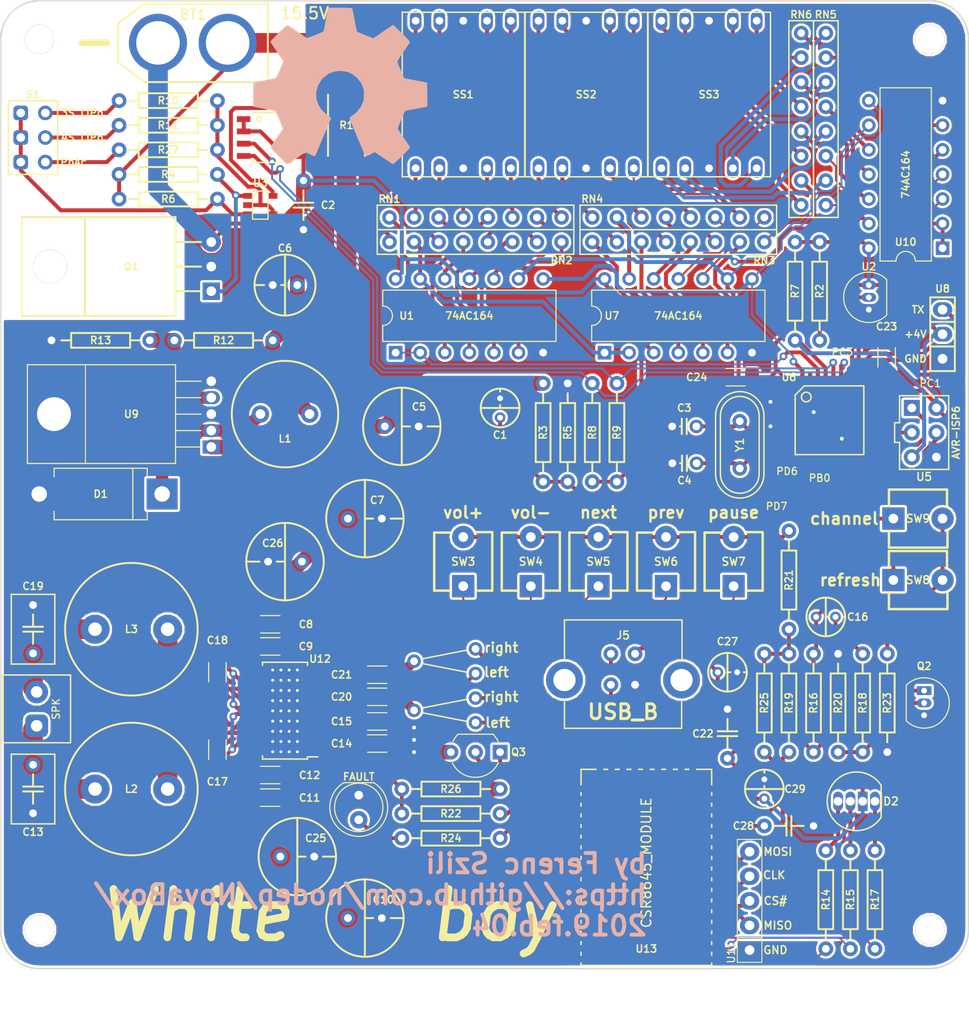
<source format=kicad_pcb>
(kicad_pcb (version 20171130) (host pcbnew "(5.0.2)-1")
  (layers (0 F.Cu signal) (31 B.Cu signal) (34 B.Paste user) (35 F.Paste user) (36 B.SilkS user) (37 F.SilkS user) (38 B.Mask user) (39 F.Mask user) (44 Edge.Cuts user))
  (net 0 "")
  (net 1 -BATT)
  (net 2 +BATT)
  (net 3 GND)
  (net 4 BATT_SNS)
  (net 5 +4V)
  (net 6 "Net-(C3-Pad1)")
  (net 7 "Net-(C4-Pad1)")
  (net 8 VDD)
  (net 9 "Net-(C13-Pad2)")
  (net 10 "Net-(C17-Pad2)")
  (net 11 "Net-(C18-Pad2)")
  (net 12 "Net-(C20-Pad1)")
  (net 13 "Net-(C21-Pad1)")
  (net 14 1V8)
  (net 15 "Net-(D1-Pad1)")
  (net 16 "Net-(D5-Pad2)")
  (net 17 "Net-(Q2-Pad2)")
  (net 18 "Net-(Q3-Pad1)")
  (net 19 "Net-(Q3-Pad2)")
  (net 20 DS18_DQ)
  (net 21 AVR_RST)
  (net 22 SDA)
  (net 23 SCL)
  (net 24 "Net-(R10-Pad1)")
  (net 25 "Net-(R11-Pad1)")
  (net 26 "Net-(R12-Pad2)")
  (net 27 "Net-(R25-Pad2)")
  (net 28 "Net-(RN1-Pad8)")
  (net 29 "Net-(RN1-Pad7)")
  (net 30 "Net-(RN1-Pad6)")
  (net 31 "Net-(RN1-Pad5)")
  (net 32 "Net-(RN1-Pad4)")
  (net 33 "Net-(RN1-Pad3)")
  (net 34 "Net-(RN1-Pad2)")
  (net 35 "Net-(RN1-Pad1)")
  (net 36 "Net-(RN2-Pad1)")
  (net 37 "Net-(RN2-Pad2)")
  (net 38 "Net-(RN2-Pad3)")
  (net 39 "Net-(RN2-Pad4)")
  (net 40 "Net-(RN2-Pad5)")
  (net 41 "Net-(RN2-Pad6)")
  (net 42 "Net-(RN2-Pad7)")
  (net 43 "Net-(RN2-Pad8)")
  (net 44 "Net-(RN3-Pad8)")
  (net 45 "Net-(RN3-Pad7)")
  (net 46 "Net-(RN3-Pad6)")
  (net 47 "Net-(RN3-Pad5)")
  (net 48 "Net-(RN3-Pad4)")
  (net 49 "Net-(RN3-Pad3)")
  (net 50 "Net-(RN3-Pad2)")
  (net 51 "Net-(RN3-Pad1)")
  (net 52 "Net-(RN4-Pad1)")
  (net 53 "Net-(RN4-Pad2)")
  (net 54 "Net-(RN4-Pad3)")
  (net 55 "Net-(RN4-Pad4)")
  (net 56 "Net-(RN4-Pad5)")
  (net 57 "Net-(RN4-Pad6)")
  (net 58 "Net-(RN4-Pad7)")
  (net 59 "Net-(RN4-Pad8)")
  (net 60 "Net-(RN5-Pad8)")
  (net 61 "Net-(RN5-Pad7)")
  (net 62 "Net-(RN5-Pad6)")
  (net 63 "Net-(RN5-Pad5)")
  (net 64 "Net-(RN5-Pad4)")
  (net 65 "Net-(RN5-Pad3)")
  (net 66 "Net-(RN5-Pad2)")
  (net 67 "Net-(RN5-Pad1)")
  (net 68 "Net-(RN6-Pad1)")
  (net 69 "Net-(RN6-Pad2)")
  (net 70 "Net-(RN6-Pad3)")
  (net 71 "Net-(RN6-Pad4)")
  (net 72 "Net-(RN6-Pad5)")
  (net 73 "Net-(RN6-Pad6)")
  (net 74 "Net-(RN6-Pad7)")
  (net 75 "Net-(RN6-Pad8)")
  (net 76 LED_DT)
  (net 77 LED_CK)
  (net 78 LED_RST)
  (net 79 "Net-(U5-Pad1)")
  (net 80 "Net-(U6-Pad31)")
  (net 81 /MAX_VDIV)
  (net 82 /SW_GATE)
  (net 83 "Net-(C16-Pad2)")
  (net 84 "Net-(U5-Pad4)")
  (net 85 "Net-(U5-Pad3)")
  (net 86 "Net-(T1-Pad1)")
  (net 87 "Net-(T4-Pad1)")
  (net 88 "Net-(T5-Pad1)")
  (net 89 "Net-(T6-Pad1)")
  (net 90 "Net-(T7-Pad1)")
  (net 91 /GVDD)
  (net 92 "Net-(C19-Pad1)")
  (net 93 BT_POS)
  (net 94 BT_NEG)
  (net 95 /SPK_RP)
  (net 96 /SPK_LP)
  (net 97 /SPK_RN)
  (net 98 /SPK_LN)
  (net 99 VBUS)
  (net 100 "Net-(J5-Pad2)")
  (net 101 "Net-(J5-Pad3)")
  (net 102 /PWER_E)
  (net 103 "Net-(R14-Pad1)")
  (net 104 "Net-(R15-Pad1)")
  (net 105 "Net-(R17-Pad1)")
  (net 106 "Net-(R21-Pad2)")
  (net 107 /VOL+)
  (net 108 /VOL-)
  (net 109 /NEXT)
  (net 110 /PREV)
  (net 111 "Net-(U11-Pad4)")
  (net 112 "Net-(U11-Pad3)")
  (net 113 "Net-(U11-Pad2)")
  (net 114 "Net-(U11-Pad1)")
  (net 115 /SD_FAULT)
  (net 116 /SPI_PCM)
  (net 117 "Net-(R23-Pad2)")
  (net 118 "Net-(SW8-Pad1)")
  (net 119 "Net-(SW9-Pad1)")
  (net 120 /PAUSE)
  (net 121 "Net-(D2-PadRA)")
  (net 122 "Net-(D2-PadGA)")
  (net 123 "Net-(D2-PadBA)")
  (net 124 /OUTL)
  (net 125 /OUTR)
  (net 126 "Net-(R27-Pad1)")
  (module NovaBox:BATT_SEL (layer F.Cu) (at 53.34 64.135)
    (fp_text reference S1 (at 0 -4.445) (layer F.SilkS) (effects (font (size 0.75 0.75))))
    (fp_text value Val hide)
    (fp_text user "4S LiPo" (at 5.08 0) (layer F.SilkS) (effects (font (size 0.75 0.75))))
    (fp_text user PbAc (at 4.191 2.54) (layer F.SilkS) (effects (font (size 0.75 0.75))))
    (fp_text user "3S LiPo" (at 5.08 -2.54) (layer F.SilkS) (effects (font (size 0.75 0.75))))
    (pad 1 thru_hole roundrect (at -1.27 2.54) (size 1.5 1.5) (drill 0.9) (layers *.Cu *.Mask) (net 81 /MAX_VDIV))
    (pad 1 thru_hole roundrect (at -1.27 0) (size 1.5 1.5) (drill 0.9) (layers *.Cu *.Mask) (net 81 /MAX_VDIV))
    (pad 4 thru_hole circle (at 1.27 2.54) (size 1.524 1.524) (drill 0.9) (layers *.Cu *.Mask) (net 126 "Net-(R27-Pad1)"))
    (pad 3 thru_hole circle (at 1.27 0) (size 1.5 1.5) (drill 0.9) (layers *.Cu *.Mask) (net 25 "Net-(R11-Pad1)"))
    (pad 2 thru_hole circle (at 1.27 -2.54) (size 1.5 1.5) (drill 0.9) (layers *.Cu *.Mask) (net 24 "Net-(R10-Pad1)"))
    (pad 1 thru_hole roundrect (at -1.27 -2.54) (size 1.5 1.5) (drill 0.9) (layers *.Cu *.Mask) (net 81 /MAX_VDIV))
  )
  (module NovaBox:R_10MM (layer F.Cu) (at 67.31 62.865)
    (fp_text reference R11 (at 0 0) (layer F.SilkS) (effects (font (size 0.75 0.75))))
    (fp_text value 90K9 hide)
    (pad 2 thru_hole circle (at 5.08 0) (size 1.524 1.524) (drill 0.8) (layers *.Cu *.Mask) (net 1 -BATT))
    (pad 1 thru_hole circle (at -5.08 0) (size 1.524 1.524) (drill 0.8) (layers *.Cu *.Mask) (net 25 "Net-(R11-Pad1)"))
  )
  (module NovaBox:SW_SPDT (layer F.Cu) (at 92.71 118.237)
    (fp_text reference SW1 hide)
    (fp_text value POS hide)
    (pad 3 thru_hole circle (at 6.35 -1.27) (size 1.4 1.4) (drill 0.8) (layers *.Cu *.Mask) (net 97 /SPK_RN))
    (pad 1 thru_hole circle (at 6.35 1.27) (size 1.4 1.4) (drill 0.8) (layers *.Cu *.Mask) (net 98 /SPK_LN))
    (pad 2 thru_hole circle (at 0 0) (size 1.4 1.4) (drill 0.8) (layers *.Cu *.Mask) (net 93 BT_POS))
  )
  (module NovaBox:SW_SPDT (layer F.Cu) (at 92.71 123.317)
    (fp_text reference SW2 hide)
    (fp_text value NEG hide)
    (pad 3 thru_hole circle (at 6.35 -1.27) (size 1.4 1.4) (drill 0.8) (layers *.Cu *.Mask) (net 95 /SPK_RP))
    (pad 1 thru_hole circle (at 6.35 1.27) (size 1.4 1.4) (drill 0.8) (layers *.Cu *.Mask) (net 96 /SPK_LP))
    (pad 2 thru_hole circle (at 0 0) (size 1.4 1.4) (drill 0.8) (layers *.Cu *.Mask) (net 94 BT_NEG))
  )
  (module NovaBox:LED_RCBG (layer F.Cu) (at 138.43 132.715)
    (fp_text reference D2 (at 3.556 0 180) (layer F.SilkS) (effects (font (size 0.8128 0.8128) (thickness 0.1524))))
    (fp_text value LED_RCBG)
    (pad BA thru_hole oval (at -0.635 0) (size 1 2) (drill 0.9) (layers *.Cu *.Mask) (net 123 "Net-(D2-PadBA)"))
    (pad GA thru_hole oval (at -1.905 0) (size 1 2) (drill 0.9) (layers *.Cu *.Mask) (net 122 "Net-(D2-PadGA)"))
    (pad CC thru_hole rect (at 0.635 0) (size 1 2) (drill 0.9) (layers *.Cu *.Mask) (net 5 +4V))
    (pad RA thru_hole oval (at 1.905 0) (size 1 2) (drill 0.9) (layers *.Cu *.Mask) (net 121 "Net-(D2-PadRA)"))
  )
  (module NovaBox:C_FILM_5MM (layer F.Cu) (at 53.34 131.445 90)
    (fp_text reference C13 (at -4.445 0 180) (layer F.SilkS) (effects (font (size 0.75 0.75))))
    (fp_text value 680nF hide)
    (pad 2 thru_hole circle (at 2.5 0 90) (size 1.524 1.524) (drill 0.8) (layers *.Cu *.Mask) (net 9 "Net-(C13-Pad2)"))
    (pad 1 thru_hole circle (at -2.5 0 90) (size 1.524 1.524) (drill 0.8) (layers *.Cu *.Mask) (net 3 GND))
  )
  (module NovaBox:C_FILM_5MM (layer F.Cu) (at 53.34 114.935 90)
    (fp_text reference C19 (at 4.445 0 180) (layer F.SilkS) (effects (font (size 0.75 0.75))))
    (fp_text value 680nF hide)
    (pad 2 thru_hole circle (at 2.5 0 90) (size 1.524 1.524) (drill 0.8) (layers *.Cu *.Mask) (net 3 GND))
    (pad 1 thru_hole circle (at -2.5 0 90) (size 1.524 1.524) (drill 0.8) (layers *.Cu *.Mask) (net 92 "Net-(C19-Pad1)"))
  )
  (module NovaBox:USB_B_VERT (layer F.Cu) (at 114.3 117.475)
    (fp_text reference J5 (at 0 -1.905) (layer F.SilkS) (effects (font (size 0.8128 0.8128) (thickness 0.1524))))
    (fp_text value USB_B (at 0 6) (layer F.SilkS) (effects (font (size 1.524 1.524) (thickness 0.3048))))
    (pad 5 thru_hole circle (at -6.05 2.71) (size 3.8 3.8) (drill 2.3) (layers *.Cu *.Mask))
    (pad 6 thru_hole circle (at 6.05 2.71) (size 3.8 3.8) (drill 2.3) (layers *.Cu *.Mask))
    (pad 4 thru_hole circle (at 1.25 3.2) (size 1.524 1.524) (drill 0.8128) (layers *.Cu *.Mask) (net 3 GND))
    (pad 3 thru_hole circle (at -1.25 3.2) (size 1.524 1.524) (drill 0.8128) (layers *.Cu *.Mask) (net 101 "Net-(J5-Pad3)"))
    (pad 2 thru_hole circle (at -1.25 0) (size 1.524 1.524) (drill 0.8128) (layers *.Cu *.Mask) (net 100 "Net-(J5-Pad2)"))
    (pad 1 thru_hole circle (at 1.25 0) (size 1.524 1.524) (drill 0.8128) (layers *.Cu *.Mask) (net 99 VBUS))
  )
  (module NovaBox:R_10MM (layer F.Cu) (at 113.665 94.615 270)
    (fp_text reference R9 (at 0 0 90) (layer F.SilkS) (effects (font (size 0.75 0.75))))
    (fp_text value 4K7 hide)
    (pad 2 thru_hole circle (at 5.08 0 270) (size 1.524 1.524) (drill 0.8) (layers *.Cu *.Mask) (net 5 +4V))
    (pad 1 thru_hole circle (at -5.08 0 270) (size 1.524 1.524) (drill 0.8) (layers *.Cu *.Mask) (net 23 SCL))
  )
  (module NovaBox:Tact_6x6 (layer F.Cu) (at 97.79 107.95 90)
    (fp_text reference SW3 (at 0 0 180) (layer F.SilkS) (effects (font (size 0.8128 0.8128) (thickness 0.1524))))
    (fp_text value vol+ (at 5.08 0 180) (layer F.SilkS) (effects (font (size 1.2 1.2) (thickness 0.25))))
    (pad 2 thru_hole oval (at 2.54 0 90) (size 2.3 2.3) (drill 1) (layers *.Cu *.Mask) (net 106 "Net-(R21-Pad2)"))
    (pad 1 thru_hole rect (at -2.54 0 90) (size 2.3 2.3) (drill 1) (layers *.Cu *.Mask) (net 107 /VOL+))
  )
  (module NovaBox:Tact_6x6 (layer F.Cu) (at 104.775 107.95 90)
    (fp_text reference SW4 (at 0 0 180) (layer F.SilkS) (effects (font (size 0.8128 0.8128) (thickness 0.1524))))
    (fp_text value vol- (at 5.08 0 180) (layer F.SilkS) (effects (font (size 1.2 1.2) (thickness 0.25))))
    (pad 2 thru_hole oval (at 2.54 0 90) (size 2.3 2.3) (drill 1) (layers *.Cu *.Mask) (net 106 "Net-(R21-Pad2)"))
    (pad 1 thru_hole rect (at -2.54 0 90) (size 2.3 2.3) (drill 1) (layers *.Cu *.Mask) (net 108 /VOL-))
  )
  (module NovaBox:Tact_6x6 (layer F.Cu) (at 111.76 107.95 90)
    (fp_text reference SW5 (at 0 0 180) (layer F.SilkS) (effects (font (size 0.8128 0.8128) (thickness 0.1524))))
    (fp_text value next (at 5.08 0 180) (layer F.SilkS) (effects (font (size 1.2 1.2) (thickness 0.25))))
    (pad 2 thru_hole oval (at 2.54 0 90) (size 2.3 2.3) (drill 1) (layers *.Cu *.Mask) (net 106 "Net-(R21-Pad2)"))
    (pad 1 thru_hole rect (at -2.54 0 90) (size 2.3 2.3) (drill 1) (layers *.Cu *.Mask) (net 109 /NEXT))
  )
  (module NovaBox:Tact_6x6 (layer F.Cu) (at 118.745 107.95 90)
    (fp_text reference SW6 (at 0 0 180) (layer F.SilkS) (effects (font (size 0.8128 0.8128) (thickness 0.1524))))
    (fp_text value prev (at 5.08 0 180) (layer F.SilkS) (effects (font (size 1.2 1.2) (thickness 0.25))))
    (pad 2 thru_hole oval (at 2.54 0 90) (size 2.3 2.3) (drill 1) (layers *.Cu *.Mask) (net 106 "Net-(R21-Pad2)"))
    (pad 1 thru_hole rect (at -2.54 0 90) (size 2.3 2.3) (drill 1) (layers *.Cu *.Mask) (net 110 /PREV))
  )
  (module NovaBox:Tact_6x6 (layer F.Cu) (at 125.73 107.95 90)
    (fp_text reference SW7 (at 0 0 180) (layer F.SilkS) (effects (font (size 0.8128 0.8128) (thickness 0.1524))))
    (fp_text value pause (at 5.08 0 180) (layer F.SilkS) (effects (font (size 1.2 1.2) (thickness 0.25))))
    (pad 2 thru_hole oval (at 2.54 0 90) (size 2.3 2.3) (drill 1) (layers *.Cu *.Mask) (net 106 "Net-(R21-Pad2)"))
    (pad 1 thru_hole rect (at -2.54 0 90) (size 2.3 2.3) (drill 1) (layers *.Cu *.Mask) (net 120 /PAUSE))
  )
  (module NovaBox:Tact_6x6 (layer F.Cu) (at 144.78 109.855)
    (fp_text reference SW8 (at 0 0 180) (layer F.SilkS) (effects (font (size 0.8128 0.8128) (thickness 0.1524))))
    (fp_text value refresh (at -6.985 0) (layer F.SilkS) (effects (font (size 1.2 1.2) (thickness 0.25))))
    (pad 2 thru_hole oval (at 2.54 0) (size 2.3 2.3) (drill 1) (layers *.Cu *.Mask) (net 117 "Net-(R23-Pad2)"))
    (pad 1 thru_hole rect (at -2.54 0) (size 2.3 2.3) (drill 1) (layers *.Cu *.Mask) (net 118 "Net-(SW8-Pad1)"))
  )
  (module NovaBox:Tact_6x6 (layer F.Cu) (at 144.78 103.505)
    (fp_text reference SW9 (at 0 0) (layer F.SilkS) (effects (font (size 0.8128 0.8128) (thickness 0.1524))))
    (fp_text value channel (at -7.62 0) (layer F.SilkS) (effects (font (size 1.2 1.2) (thickness 0.25))))
    (pad 2 thru_hole oval (at 2.54 0) (size 2.3 2.3) (drill 1) (layers *.Cu *.Mask) (net 117 "Net-(R23-Pad2)"))
    (pad 1 thru_hole rect (at -2.54 0) (size 2.3 2.3) (drill 1) (layers *.Cu *.Mask) (net 119 "Net-(SW9-Pad1)"))
  )
  (module NovaBox:CSR8645_MODULE (layer F.Cu) (at 116.713 129.413 180)
    (fp_text reference U13 (at 0 -18.542 180) (layer F.SilkS) (effects (font (size 0.75 0.75))))
    (fp_text value CSR8645_MODULE (at 0 -9.652 270) (layer F.SilkS))
    (pad 1 smd rect (at -7.15 -19.6 180) (size 1.6 0.6) (layers F.Cu F.Paste F.Mask) (net 103 "Net-(R14-Pad1)"))
    (pad 2 smd rect (at -7.15 -18.5 180) (size 1.6 0.6) (layers F.Cu F.Paste F.Mask) (net 104 "Net-(R15-Pad1)"))
    (pad 3 smd rect (at -7.15 -17.4 180) (size 1.6 0.6) (layers F.Cu F.Paste F.Mask) (net 105 "Net-(R17-Pad1)"))
    (pad 4 smd rect (at -7.15 -16.3 180) (size 1.6 0.6) (layers F.Cu F.Paste F.Mask))
    (pad 5 smd rect (at -7.15 -15.2 180) (size 1.6 0.6) (layers F.Cu F.Paste F.Mask) (net 111 "Net-(U11-Pad4)"))
    (pad 6 smd rect (at -7.15 -14.1 180) (size 1.6 0.6) (layers F.Cu F.Paste F.Mask) (net 112 "Net-(U11-Pad3)"))
    (pad 7 smd rect (at -7.15 -13 180) (size 1.6 0.6) (layers F.Cu F.Paste F.Mask) (net 113 "Net-(U11-Pad2)"))
    (pad 8 smd rect (at -7.15 -11.9 180) (size 1.6 0.6) (layers F.Cu F.Paste F.Mask) (net 114 "Net-(U11-Pad1)"))
    (pad 9 smd rect (at -7.15 -10.8 180) (size 1.6 0.6) (layers F.Cu F.Paste F.Mask) (net 116 /SPI_PCM))
    (pad 10 smd rect (at -7.15 -9.7 180) (size 1.6 0.6) (layers F.Cu F.Paste F.Mask))
    (pad 11 smd rect (at -7.15 -8.6 180) (size 1.6 0.6) (layers F.Cu F.Paste F.Mask))
    (pad 12 smd rect (at -7.15 -7.5 180) (size 1.6 0.6) (layers F.Cu F.Paste F.Mask) (net 99 VBUS))
    (pad 13 smd rect (at -7.15 -6.4 180) (size 1.6 0.6) (layers F.Cu F.Paste F.Mask) (net 27 "Net-(R25-Pad2)"))
    (pad 14 smd rect (at -7.15 -5.3 180) (size 1.6 0.6) (layers F.Cu F.Paste F.Mask) (net 5 +4V))
    (pad 15 smd rect (at -7.15 -4.2 180) (size 1.6 0.6) (layers F.Cu F.Paste F.Mask) (net 102 /PWER_E))
    (pad 16 smd rect (at -7.15 -3.1 180) (size 1.6 0.6) (layers F.Cu F.Paste F.Mask) (net 14 1V8))
    (pad 17 smd rect (at -7.15 -2 180) (size 1.6 0.6) (layers F.Cu F.Paste F.Mask) (net 3 GND))
    (pad 18 smd rect (at -4.8 0.55 270) (size 1.6 0.6) (layers F.Cu F.Paste F.Mask))
    (pad 19 smd rect (at -3.6 0.55 270) (size 1.6 0.6) (layers F.Cu F.Paste F.Mask))
    (pad 20 smd rect (at -2.4 0.55 270) (size 1.6 0.6) (layers F.Cu F.Paste F.Mask))
    (pad 21 smd rect (at -1.2 0.55 270) (size 1.6 0.6) (layers F.Cu F.Paste F.Mask))
    (pad 22 smd rect (at 0 0.55 270) (size 1.6 0.6) (layers F.Cu F.Paste F.Mask))
    (pad 23 smd rect (at 1.2 0.55 270) (size 1.6 0.6) (layers F.Cu F.Paste F.Mask))
    (pad 24 smd rect (at 2.4 0.55 270) (size 1.6 0.6) (layers F.Cu F.Paste F.Mask) (net 100 "Net-(J5-Pad2)"))
    (pad 25 smd rect (at 3.6 0.55 270) (size 1.6 0.6) (layers F.Cu F.Paste F.Mask) (net 101 "Net-(J5-Pad3)"))
    (pad 26 smd rect (at 4.8 0.55 270) (size 1.6 0.6) (layers F.Cu F.Paste F.Mask))
    (pad 27 smd rect (at 7.15 -2 180) (size 1.6 0.6) (layers F.Cu F.Paste F.Mask))
    (pad 28 smd rect (at 7.15 -3.1 180) (size 1.6 0.6) (layers F.Cu F.Paste F.Mask))
    (pad 29 smd rect (at 7.15 -4.2 180) (size 1.6 0.6) (layers F.Cu F.Paste F.Mask) (net 120 /PAUSE))
    (pad 30 smd rect (at 7.15 -5.3 180) (size 1.6 0.6) (layers F.Cu F.Paste F.Mask) (net 110 /PREV))
    (pad 31 smd rect (at 7.15 -6.4 180) (size 1.6 0.6) (layers F.Cu F.Paste F.Mask) (net 109 /NEXT))
    (pad 32 smd rect (at 7.15 -7.5 180) (size 1.6 0.6) (layers F.Cu F.Paste F.Mask) (net 108 /VOL-))
    (pad 33 smd rect (at 7.15 -8.6 180) (size 1.6 0.6) (layers F.Cu F.Paste F.Mask) (net 107 /VOL+))
    (pad 34 smd rect (at 7.15 -9.7 180) (size 1.6 0.6) (layers F.Cu F.Paste F.Mask))
    (pad 35 smd rect (at 7.15 -10.8 180) (size 1.6 0.6) (layers F.Cu F.Paste F.Mask))
    (pad 36 smd rect (at 7.15 -11.9 180) (size 1.6 0.6) (layers F.Cu F.Paste F.Mask))
    (pad 37 smd rect (at 7.15 -13 180) (size 1.6 0.6) (layers F.Cu F.Paste F.Mask))
    (pad 38 smd rect (at 7.15 -14.1 180) (size 1.6 0.6) (layers F.Cu F.Paste F.Mask))
    (pad 39 smd rect (at 7.15 -15.2 180) (size 1.6 0.6) (layers F.Cu F.Paste F.Mask) (net 97 /SPK_RN))
    (pad 40 smd rect (at 7.15 -16.3 180) (size 1.6 0.6) (layers F.Cu F.Paste F.Mask) (net 95 /SPK_RP))
    (pad 41 smd rect (at 7.15 -17.4 180) (size 1.6 0.6) (layers F.Cu F.Paste F.Mask) (net 98 /SPK_LN))
    (pad 42 smd rect (at 7.15 -18.5 180) (size 1.6 0.6) (layers F.Cu F.Paste F.Mask) (net 96 /SPK_LP))
    (pad 43 smd rect (at 7.15 -19.6 180) (size 1.6 0.6) (layers F.Cu F.Paste F.Mask))
  )
  (module NovaBox:C_1206 (layer F.Cu) (at 125.935 88.9 180)
    (fp_text reference C24 (at 4.015 0 180) (layer F.SilkS) (effects (font (size 0.75 0.75))))
    (fp_text value 1uF hide)
    (pad 1 smd roundrect (at -1.7 0 180) (size 1.425 1.75) (layers F.Cu F.Paste F.Mask) (roundrect_rratio 0.175) (net 5 +4V))
    (pad 2 smd roundrect (at 1.7 0 180) (size 1.425 1.75) (layers F.Cu F.Paste F.Mask) (roundrect_rratio 0.175) (net 3 GND))
  )
  (module NovaBox:7seg_14.2mm (layer F.Cu) (at 97.79 59.69)
    (fp_text reference SS1 (at 0 0) (layer F.SilkS) (effects (font (size 0.75 0.75))))
    (fp_text value SEVSEG)
    (pad 10 thru_hole oval (at -4.92 -7.62) (size 1.2 2) (drill 0.8) (layers *.Cu *.Mask) (net 43 "Net-(RN2-Pad8)"))
    (pad 9 thru_hole oval (at -2.46 -7.62) (size 1.2 2) (drill 0.8) (layers *.Cu *.Mask) (net 41 "Net-(RN2-Pad6)"))
    (pad 8 thru_hole oval (at 0 -7.62) (size 1.2 2) (drill 0.8) (layers *.Cu *.Mask) (net 3 GND))
    (pad 7 thru_hole oval (at 2.46 -7.62) (size 1.2 2) (drill 0.8) (layers *.Cu *.Mask) (net 39 "Net-(RN2-Pad4)"))
    (pad 6 thru_hole oval (at 4.92 -7.62) (size 1.2 2) (drill 0.8) (layers *.Cu *.Mask) (net 37 "Net-(RN2-Pad2)"))
    (pad 5 thru_hole oval (at 4.92 7.62) (size 1.2 2) (drill 0.8) (layers *.Cu *.Mask) (net 28 "Net-(RN1-Pad8)"))
    (pad 4 thru_hole oval (at 2.46 7.62) (size 1.2 2) (drill 0.8) (layers *.Cu *.Mask) (net 30 "Net-(RN1-Pad6)"))
    (pad 3 thru_hole oval (at 0 7.62) (size 1.2 2) (drill 0.8) (layers *.Cu *.Mask) (net 3 GND))
    (pad 2 thru_hole oval (at -2.46 7.62) (size 1.2 2) (drill 0.8) (layers *.Cu *.Mask) (net 32 "Net-(RN1-Pad4)"))
    (pad 1 thru_hole oval (at -4.92 7.62) (size 1.2 2) (drill 0.8) (layers *.Cu *.Mask) (net 34 "Net-(RN1-Pad2)"))
  )
  (module NovaBox:7seg_14.2mm (layer F.Cu) (at 110.49 59.69)
    (fp_text reference SS2 (at 0 0) (layer F.SilkS) (effects (font (size 0.75 0.75))))
    (fp_text value SEVSEG)
    (pad 10 thru_hole oval (at -4.92 -7.62) (size 1.2 2) (drill 0.8) (layers *.Cu *.Mask) (net 59 "Net-(RN4-Pad8)"))
    (pad 9 thru_hole oval (at -2.46 -7.62) (size 1.2 2) (drill 0.8) (layers *.Cu *.Mask) (net 57 "Net-(RN4-Pad6)"))
    (pad 8 thru_hole oval (at 0 -7.62) (size 1.2 2) (drill 0.8) (layers *.Cu *.Mask) (net 3 GND))
    (pad 7 thru_hole oval (at 2.46 -7.62) (size 1.2 2) (drill 0.8) (layers *.Cu *.Mask) (net 55 "Net-(RN4-Pad4)"))
    (pad 6 thru_hole oval (at 4.92 -7.62) (size 1.2 2) (drill 0.8) (layers *.Cu *.Mask) (net 53 "Net-(RN4-Pad2)"))
    (pad 5 thru_hole oval (at 4.92 7.62) (size 1.2 2) (drill 0.8) (layers *.Cu *.Mask) (net 44 "Net-(RN3-Pad8)"))
    (pad 4 thru_hole oval (at 2.46 7.62) (size 1.2 2) (drill 0.8) (layers *.Cu *.Mask) (net 46 "Net-(RN3-Pad6)"))
    (pad 3 thru_hole oval (at 0 7.62) (size 1.2 2) (drill 0.8) (layers *.Cu *.Mask) (net 3 GND))
    (pad 2 thru_hole oval (at -2.46 7.62) (size 1.2 2) (drill 0.8) (layers *.Cu *.Mask) (net 48 "Net-(RN3-Pad4)"))
    (pad 1 thru_hole oval (at -4.92 7.62) (size 1.2 2) (drill 0.8) (layers *.Cu *.Mask) (net 50 "Net-(RN3-Pad2)"))
  )
  (module NovaBox:7seg_14.2mm (layer F.Cu) (at 123.19 59.69)
    (fp_text reference SS3 (at 0 0) (layer F.SilkS) (effects (font (size 0.75 0.75))))
    (fp_text value SEVSEG)
    (pad 10 thru_hole oval (at -4.92 -7.62) (size 1.2 2) (drill 0.8) (layers *.Cu *.Mask) (net 75 "Net-(RN6-Pad8)"))
    (pad 9 thru_hole oval (at -2.46 -7.62) (size 1.2 2) (drill 0.8) (layers *.Cu *.Mask) (net 73 "Net-(RN6-Pad6)"))
    (pad 8 thru_hole oval (at 0 -7.62) (size 1.2 2) (drill 0.8) (layers *.Cu *.Mask) (net 3 GND))
    (pad 7 thru_hole oval (at 2.46 -7.62) (size 1.2 2) (drill 0.8) (layers *.Cu *.Mask) (net 71 "Net-(RN6-Pad4)"))
    (pad 6 thru_hole oval (at 4.92 -7.62) (size 1.2 2) (drill 0.8) (layers *.Cu *.Mask) (net 69 "Net-(RN6-Pad2)"))
    (pad 5 thru_hole oval (at 4.92 7.62) (size 1.2 2) (drill 0.8) (layers *.Cu *.Mask) (net 60 "Net-(RN5-Pad8)"))
    (pad 4 thru_hole oval (at 2.46 7.62) (size 1.2 2) (drill 0.8) (layers *.Cu *.Mask) (net 62 "Net-(RN5-Pad6)"))
    (pad 3 thru_hole oval (at 0 7.62) (size 1.2 2) (drill 0.8) (layers *.Cu *.Mask) (net 3 GND))
    (pad 2 thru_hole oval (at -2.46 7.62) (size 1.2 2) (drill 0.8) (layers *.Cu *.Mask) (net 64 "Net-(RN5-Pad4)"))
    (pad 1 thru_hole oval (at -4.92 7.62) (size 1.2 2) (drill 0.8) (layers *.Cu *.Mask) (net 66 "Net-(RN5-Pad2)"))
  )
  (module NovaBox:SPKR_BIG (layer F.Cu) (at 53.715043 123.166249 270)
    (fp_text reference S2 hide)
    (fp_text value SPK (at 0 -2 270) (layer F.SilkS) (effects (font (size 0.75 0.75) (thickness 0.127))))
    (pad 2 thru_hole circle (at -1.75 0 270) (size 2.35 2.35) (drill 1.2) (layers *.Cu *.Mask) (net 92 "Net-(C19-Pad1)"))
    (pad 1 thru_hole roundrect (at 1.75 0 270) (size 2.35 2.35) (drill 1.2) (layers *.Cu *.Mask) (net 9 "Net-(C13-Pad2)"))
  )
  (module NovaBox:R_10MM (layer F.Cu) (at 132.08 80.01 90)
    (fp_text reference R7 (at 0 0 270) (layer F.SilkS) (effects (font (size 0.75 0.75))))
    (fp_text value 10K hide)
    (pad 2 thru_hole circle (at 5.08 0 90) (size 1.524 1.524) (drill 0.8) (layers *.Cu *.Mask) (net 5 +4V))
    (pad 1 thru_hole circle (at -5.08 0 90) (size 1.524 1.524) (drill 0.8) (layers *.Cu *.Mask) (net 21 AVR_RST))
  )
  (module NovaBox:TO-220_Horizontal (layer F.Cu) (at 71.755 77.47 90)
    (fp_text reference Q1 (at 0 -8.255 180) (layer F.SilkS) (effects (font (size 0.75 0.75))))
    (fp_text value IRF530NPbF hide)
    (pad 3 thru_hole oval (at 2.54 0 90) (size 1.8 1.8) (drill 1) (layers *.Cu *.Mask) (net 1 -BATT))
    (pad 2 thru_hole oval (at 0 0 90) (size 1.8 1.8) (drill 1) (layers *.Cu *.Mask) (net 3 GND))
    (pad 1 thru_hole rect (at -2.54 0 90) (size 1.8 1.8) (drill 1) (layers *.Cu *.Mask) (net 82 /SW_GATE))
    (pad "" thru_hole circle (at 0 -16.66 90) (size 3.5 3.5) (drill 3.5) (layers *.Cu *.Mask))
  )
  (module NovaBox:DIP-14_W7.62mm (layer F.Cu) (at 143.51 67.945 180)
    (fp_text reference U10 (at 0 -6.985 180) (layer F.SilkS) (effects (font (size 0.75 0.75))))
    (fp_text value 74AC164 (at 0 0 90) (layer F.SilkS) (effects (font (size 0.75 0.75))))
    (pad 14 thru_hole circle (at 3.81 -7.62 180) (size 1.4 1.4) (drill 0.8) (layers *.Cu *.Mask) (net 5 +4V))
    (pad 7 thru_hole circle (at -3.81 7.62 180) (size 1.4 1.4) (drill 0.8) (layers *.Cu *.Mask) (net 3 GND))
    (pad 13 thru_hole circle (at 3.81 -5.08 180) (size 1.4 1.4) (drill 0.8) (layers *.Cu *.Mask) (net 74 "Net-(RN6-Pad7)"))
    (pad 6 thru_hole circle (at -3.81 5.08 180) (size 1.4 1.4) (drill 0.8) (layers *.Cu *.Mask) (net 61 "Net-(RN5-Pad7)"))
    (pad 12 thru_hole circle (at 3.81 -2.54 180) (size 1.4 1.4) (drill 0.8) (layers *.Cu *.Mask) (net 72 "Net-(RN6-Pad5)"))
    (pad 5 thru_hole circle (at -3.81 2.54 180) (size 1.4 1.4) (drill 0.8) (layers *.Cu *.Mask) (net 63 "Net-(RN5-Pad5)"))
    (pad 11 thru_hole circle (at 3.81 0 180) (size 1.4 1.4) (drill 0.8) (layers *.Cu *.Mask) (net 70 "Net-(RN6-Pad3)"))
    (pad 4 thru_hole circle (at -3.81 0 180) (size 1.4 1.4) (drill 0.8) (layers *.Cu *.Mask) (net 65 "Net-(RN5-Pad3)"))
    (pad 10 thru_hole circle (at 3.81 2.54 180) (size 1.4 1.4) (drill 0.8) (layers *.Cu *.Mask) (net 68 "Net-(RN6-Pad1)"))
    (pad 3 thru_hole circle (at -3.81 -2.54 180) (size 1.4 1.4) (drill 0.8) (layers *.Cu *.Mask) (net 67 "Net-(RN5-Pad1)"))
    (pad 9 thru_hole circle (at 3.81 5.08 180) (size 1.4 1.4) (drill 0.8) (layers *.Cu *.Mask) (net 78 LED_RST))
    (pad 2 thru_hole circle (at -3.81 -5.08 180) (size 1.4 1.4) (drill 0.8) (layers *.Cu *.Mask) (net 58 "Net-(RN4-Pad7)"))
    (pad 8 thru_hole circle (at 3.81 7.62 180) (size 1.4 1.4) (drill 0.8) (layers *.Cu *.Mask) (net 77 LED_CK))
    (pad 1 thru_hole rect (at -3.81 -7.62 180) (size 1.4 1.4) (drill 0.8) (layers *.Cu *.Mask) (net 58 "Net-(RN4-Pad7)"))
  )
  (module NovaBox:TO-220-5_Horizontal (layer F.Cu) (at 71.755 92.71 90)
    (fp_text reference U9 (at 0 -8.255 180) (layer F.SilkS) (effects (font (size 0.75 0.75))))
    (fp_text value LM2576T-ADJ hide)
    (pad 5 thru_hole oval (at 3.4 0 90) (size 1.35 1.8) (drill 1) (layers *.Cu *.Mask) (net 3 GND))
    (pad 4 thru_hole oval (at 1.7 0 90) (size 1.35 1.8) (drill 1) (layers *.Cu *.Mask) (net 26 "Net-(R12-Pad2)"))
    (pad 3 thru_hole oval (at 0 0 90) (size 1.35 1.8) (drill 1) (layers *.Cu *.Mask) (net 3 GND))
    (pad 2 thru_hole oval (at -1.7 0 90) (size 1.35 1.8) (drill 1) (layers *.Cu *.Mask) (net 15 "Net-(D1-Pad1)"))
    (pad 1 thru_hole rect (at -3.4 0 90) (size 1.35 1.8) (drill 1) (layers *.Cu *.Mask) (net 8 VDD))
    (pad 3 thru_hole oval (at 0 -16.25 90) (size 8 5) (drill 3.5) (layers *.Cu *.Mask) (net 3 GND))
  )
  (module NovaBox:C_2.5MM (layer F.Cu) (at 120.63 93.98 180)
    (fp_text reference C3 (at 0 1.905 180) (layer F.SilkS) (effects (font (size 0.75 0.75))))
    (fp_text value 22pF hide)
    (pad 2 thru_hole circle (at 1.25 0 180) (size 1.4 1.4) (drill 0.8) (layers *.Cu *.Mask) (net 3 GND))
    (pad 1 thru_hole circle (at -1.25 0 180) (size 1.4 1.4) (drill 0.8) (layers *.Cu *.Mask) (net 6 "Net-(C3-Pad1)"))
  )
  (module NovaBox:C_2.5MM (layer F.Cu) (at 120.65 97.79 180)
    (fp_text reference C4 (at 0 -1.778 180) (layer F.SilkS) (effects (font (size 0.75 0.75))))
    (fp_text value 22pF hide)
    (pad 2 thru_hole circle (at 1.25 0 180) (size 1.4 1.4) (drill 0.8) (layers *.Cu *.Mask) (net 3 GND))
    (pad 1 thru_hole circle (at -1.25 0 180) (size 1.4 1.4) (drill 0.8) (layers *.Cu *.Mask) (net 7 "Net-(C4-Pad1)"))
  )
  (module NovaBox:DIP-14_W7.62mm (layer F.Cu) (at 98.425 82.55 90)
    (fp_text reference U1 (at 0 -6.477 180) (layer F.SilkS) (effects (font (size 0.75 0.75))))
    (fp_text value 74AC164 (at 0 0) (layer F.SilkS) (effects (font (size 0.75 0.75))))
    (pad 14 thru_hole circle (at 3.81 -7.62 90) (size 1.4 1.4) (drill 0.8) (layers *.Cu *.Mask) (net 5 +4V))
    (pad 7 thru_hole circle (at -3.81 7.62 90) (size 1.4 1.4) (drill 0.8) (layers *.Cu *.Mask) (net 3 GND))
    (pad 13 thru_hole circle (at 3.81 -5.08 90) (size 1.4 1.4) (drill 0.8) (layers *.Cu *.Mask) (net 42 "Net-(RN2-Pad7)"))
    (pad 6 thru_hole circle (at -3.81 5.08 90) (size 1.4 1.4) (drill 0.8) (layers *.Cu *.Mask) (net 29 "Net-(RN1-Pad7)"))
    (pad 12 thru_hole circle (at 3.81 -2.54 90) (size 1.4 1.4) (drill 0.8) (layers *.Cu *.Mask) (net 40 "Net-(RN2-Pad5)"))
    (pad 5 thru_hole circle (at -3.81 2.54 90) (size 1.4 1.4) (drill 0.8) (layers *.Cu *.Mask) (net 31 "Net-(RN1-Pad5)"))
    (pad 11 thru_hole circle (at 3.81 0 90) (size 1.4 1.4) (drill 0.8) (layers *.Cu *.Mask) (net 38 "Net-(RN2-Pad3)"))
    (pad 4 thru_hole circle (at -3.81 0 90) (size 1.4 1.4) (drill 0.8) (layers *.Cu *.Mask) (net 33 "Net-(RN1-Pad3)"))
    (pad 10 thru_hole circle (at 3.81 2.54 90) (size 1.4 1.4) (drill 0.8) (layers *.Cu *.Mask) (net 36 "Net-(RN2-Pad1)"))
    (pad 3 thru_hole circle (at -3.81 -2.54 90) (size 1.4 1.4) (drill 0.8) (layers *.Cu *.Mask) (net 35 "Net-(RN1-Pad1)"))
    (pad 9 thru_hole circle (at 3.81 5.08 90) (size 1.4 1.4) (drill 0.8) (layers *.Cu *.Mask) (net 78 LED_RST))
    (pad 2 thru_hole circle (at -3.81 -5.08 90) (size 1.4 1.4) (drill 0.8) (layers *.Cu *.Mask) (net 76 LED_DT))
    (pad 8 thru_hole circle (at 3.81 7.62 90) (size 1.4 1.4) (drill 0.8) (layers *.Cu *.Mask) (net 77 LED_CK))
    (pad 1 thru_hole rect (at -3.81 -7.62 90) (size 1.4 1.4) (drill 0.8) (layers *.Cu *.Mask) (net 76 LED_DT))
  )
  (module NovaBox:DIP-14_W7.62mm (layer F.Cu) (at 120.015 82.55 90)
    (fp_text reference U7 (at 0 -6.858 180) (layer F.SilkS) (effects (font (size 0.75 0.75))))
    (fp_text value 74AC164 (at 0 0) (layer F.SilkS) (effects (font (size 0.75 0.75))))
    (pad 14 thru_hole circle (at 3.81 -7.62 90) (size 1.4 1.4) (drill 0.8) (layers *.Cu *.Mask) (net 5 +4V))
    (pad 7 thru_hole circle (at -3.81 7.62 90) (size 1.4 1.4) (drill 0.8) (layers *.Cu *.Mask) (net 3 GND))
    (pad 13 thru_hole circle (at 3.81 -5.08 90) (size 1.4 1.4) (drill 0.8) (layers *.Cu *.Mask) (net 58 "Net-(RN4-Pad7)"))
    (pad 6 thru_hole circle (at -3.81 5.08 90) (size 1.4 1.4) (drill 0.8) (layers *.Cu *.Mask) (net 45 "Net-(RN3-Pad7)"))
    (pad 12 thru_hole circle (at 3.81 -2.54 90) (size 1.4 1.4) (drill 0.8) (layers *.Cu *.Mask) (net 56 "Net-(RN4-Pad5)"))
    (pad 5 thru_hole circle (at -3.81 2.54 90) (size 1.4 1.4) (drill 0.8) (layers *.Cu *.Mask) (net 47 "Net-(RN3-Pad5)"))
    (pad 11 thru_hole circle (at 3.81 0 90) (size 1.4 1.4) (drill 0.8) (layers *.Cu *.Mask) (net 54 "Net-(RN4-Pad3)"))
    (pad 4 thru_hole circle (at -3.81 0 90) (size 1.4 1.4) (drill 0.8) (layers *.Cu *.Mask) (net 49 "Net-(RN3-Pad3)"))
    (pad 10 thru_hole circle (at 3.81 2.54 90) (size 1.4 1.4) (drill 0.8) (layers *.Cu *.Mask) (net 52 "Net-(RN4-Pad1)"))
    (pad 3 thru_hole circle (at -3.81 -2.54 90) (size 1.4 1.4) (drill 0.8) (layers *.Cu *.Mask) (net 51 "Net-(RN3-Pad1)"))
    (pad 9 thru_hole circle (at 3.81 5.08 90) (size 1.4 1.4) (drill 0.8) (layers *.Cu *.Mask) (net 78 LED_RST))
    (pad 2 thru_hole circle (at -3.81 -5.08 90) (size 1.4 1.4) (drill 0.8) (layers *.Cu *.Mask) (net 42 "Net-(RN2-Pad7)"))
    (pad 8 thru_hole circle (at 3.81 7.62 90) (size 1.4 1.4) (drill 0.8) (layers *.Cu *.Mask) (net 77 LED_CK))
    (pad 1 thru_hole rect (at -3.81 -7.62 90) (size 1.4 1.4) (drill 0.8) (layers *.Cu *.Mask) (net 42 "Net-(RN2-Pad7)"))
  )
  (module NovaBox:Crystal_HC49-U_Vertical (layer F.Cu) (at 126.365 95.885 270)
    (fp_text reference Y1 (at 0 0 270) (layer F.SilkS) (effects (font (size 0.8128 0.8128) (thickness 0.1524))))
    (fp_text value 16MHz hide)
    (pad 2 thru_hole circle (at 2.44 0 270) (size 1.50114 1.50114) (drill 0.8) (layers *.Cu *.Mask) (net 7 "Net-(C4-Pad1)"))
    (pad 1 thru_hole circle (at -2.44 0 270) (size 1.50114 1.50114) (drill 0.8) (layers *.Cu *.Mask) (net 6 "Net-(C3-Pad1)"))
  )
  (module NovaBox:DBG_TX (layer F.Cu) (at 147.32 84.455 180)
    (fp_text reference U8 (at 0 4.699 180) (layer F.SilkS) (effects (font (size 0.75 0.75))))
    (fp_text value DBG hide)
    (fp_text user TX (at 2.54 2.54 180) (layer F.SilkS) (effects (font (size 0.75 0.75))))
    (fp_text user +4V (at 2.794 0 180) (layer F.SilkS) (effects (font (size 0.75 0.75))))
    (fp_text user GND (at 2.794 -2.54 180) (layer F.SilkS) (effects (font (size 0.75 0.75))))
    (pad 3 thru_hole oval (at 0 2.54 270) (size 1.524 2) (drill 1) (layers *.Cu *.Mask) (net 80 "Net-(U6-Pad31)"))
    (pad 2 thru_hole oval (at 0 0 270) (size 1.524 2) (drill 1) (layers *.Cu *.Mask) (net 5 +4V))
    (pad 1 thru_hole rect (at 0 -2.54 270) (size 1.524 2) (drill 1) (layers *.Cu *.Mask) (net 3 GND))
  )
  (module NovaBox:XT60-M (layer F.Cu) (at 69.85 54.356)
    (fp_text reference BT1 (at 0 -2.921) (layer F.SilkS))
    (fp_text value 15.5V (at 11.557 -3.057) (layer F.SilkS) (effects (font (size 1.2 1.2) (thickness 0.2))))
    (pad 1 thru_hole circle (at 3.6 0) (size 6 6) (drill 4.5) (layers *.Cu *.Mask) (net 2 +BATT))
    (pad 2 thru_hole circle (at -3.6 0) (size 6 6) (drill 4.5) (layers *.Cu *.Mask) (net 1 -BATT))
  )
  (module NovaBox:AVR_ISP6 (layer F.Cu) (at 145.415 94.615)
    (fp_text reference U5 (at 0 4.572) (layer F.SilkS) (effects (font (size 0.8128 0.8128) (thickness 0.1524))))
    (fp_text value AVR-ISP6 (at 3.302 0 90) (layer F.SilkS) (effects (font (size 0.75 0.75))))
    (pad 5 thru_hole circle (at -1.27 2.54) (size 1.65 1.65) (drill 0.9) (layers *.Cu *.Mask) (net 21 AVR_RST))
    (pad 6 thru_hole circle (at 1.27 2.54) (size 1.65 1.65) (drill 0.9) (layers *.Cu *.Mask) (net 3 GND))
    (pad 4 thru_hole circle (at 1.27 0) (size 1.65 1.65) (drill 0.9) (layers *.Cu *.Mask) (net 84 "Net-(U5-Pad4)"))
    (pad 2 thru_hole circle (at 1.27 -2.54) (size 1.65 1.65) (drill 0.9) (layers *.Cu *.Mask) (net 5 +4V))
    (pad 1 thru_hole rect (at -1.27 -2.54) (size 1.65 1.65) (drill 0.9) (layers *.Cu *.Mask) (net 79 "Net-(U5-Pad1)"))
    (pad 3 thru_hole circle (at -1.27 0) (size 1.65 1.65) (drill 0.9) (layers *.Cu *.Mask) (net 85 "Net-(U5-Pad3)"))
  )
  (module NovaBox:R_2512 (layer F.Cu) (at 85.725 62.865 90)
    (fp_text reference R1 (at 0 0 180) (layer F.SilkS) (effects (font (size 0.75 0.75))))
    (fp_text value 0.075R hide)
    (pad 1 smd rect (at -3.35 0 90) (size 1.9 3.2) (layers F.Cu F.Paste F.Mask) (net 8 VDD))
    (pad 2 smd rect (at 3.35 0 90) (size 1.95 3.2) (layers F.Cu F.Paste F.Mask) (net 2 +BATT))
  )
  (module NovaBox:SOIC-8_3.9x4.9mm_Pitch1.27mm (layer F.Cu) (at 78.105 64.135)
    (fp_text reference U4 (at 0 -3.175) (layer F.SilkS) (effects (font (size 0.75 0.75))))
    (fp_text value INA219_SOIC)
    (pad 8 smd rect (at 3 -1.905) (size 1.4 0.6) (layers F.Cu F.Paste F.Mask) (net 2 +BATT))
    (pad 7 smd rect (at 3 -0.635) (size 1.4 0.6) (layers F.Cu F.Paste F.Mask) (net 8 VDD))
    (pad 6 smd rect (at 3 0.635) (size 1.4 0.6) (layers F.Cu F.Paste F.Mask) (net 3 GND))
    (pad 5 smd rect (at 3 1.905) (size 1.4 0.6) (layers F.Cu F.Paste F.Mask) (net 5 +4V))
    (pad 4 smd rect (at -3 1.905) (size 1.4 0.6) (layers F.Cu F.Paste F.Mask) (net 23 SCL))
    (pad 3 smd rect (at -3 0.635) (size 1.4 0.6) (layers F.Cu F.Paste F.Mask) (net 22 SDA))
    (pad 2 smd rect (at -3 -0.635) (size 1.4 0.6) (layers F.Cu F.Paste F.Mask) (net 5 +4V))
    (pad 1 smd rect (at -3 -1.905) (size 1.4 0.6) (layers F.Cu F.Paste F.Mask) (net 5 +4V))
  )
  (module NovaBox:TQFP-32_7x7mm_Pitch0.8mm (layer F.Cu) (at 135.636 93.345)
    (fp_text reference U6 (at -4.191 -4.445) (layer F.SilkS) (effects (font (size 0.75 0.75))))
    (fp_text value ATMEGA88PA-16AU hide)
    (pad 32 smd rect (at -2.8 -4.5) (size 0.43 1) (layers F.Cu F.Paste F.Mask) (net 77 LED_CK))
    (pad 31 smd rect (at -2 -4.5) (size 0.43 1) (layers F.Cu F.Paste F.Mask) (net 80 "Net-(U6-Pad31)"))
    (pad 30 smd rect (at -1.2 -4.5) (size 0.43 1) (layers F.Cu F.Paste F.Mask) (net 76 LED_DT))
    (pad 29 smd rect (at -0.4 -4.5) (size 0.43 1) (layers F.Cu F.Paste F.Mask) (net 21 AVR_RST))
    (pad 28 smd rect (at 0.4 -4.5) (size 0.43 1) (layers F.Cu F.Paste F.Mask) (net 23 SCL))
    (pad 27 smd rect (at 1.2 -4.5) (size 0.43 1) (layers F.Cu F.Paste F.Mask) (net 22 SDA))
    (pad 26 smd rect (at 2 -4.5) (size 0.43 1) (layers F.Cu F.Paste F.Mask) (net 88 "Net-(T5-Pad1)"))
    (pad 25 smd rect (at 2.8 -4.5) (size 0.43 1) (layers F.Cu F.Paste F.Mask) (net 20 DS18_DQ))
    (pad 24 smd rect (at 4.5 -2.8) (size 1 0.43) (layers F.Cu F.Paste F.Mask) (net 87 "Net-(T4-Pad1)"))
    (pad 23 smd rect (at 4.5 -2) (size 1 0.43) (layers F.Cu F.Paste F.Mask) (net 4 BATT_SNS))
    (pad 22 smd rect (at 4.5 -1.2) (size 1 0.43) (layers F.Cu F.Paste F.Mask))
    (pad 21 smd rect (at 4.5 -0.4) (size 1 0.43) (layers F.Cu F.Paste F.Mask) (net 3 GND))
    (pad 20 smd rect (at 4.5 0.4) (size 1 0.43) (layers F.Cu F.Paste F.Mask) (net 5 +4V))
    (pad 19 smd rect (at 4.5 1.2) (size 1 0.43) (layers F.Cu F.Paste F.Mask))
    (pad 18 smd rect (at 4.5 2) (size 1 0.43) (layers F.Cu F.Paste F.Mask) (net 5 +4V))
    (pad 17 smd rect (at 4.5 2.8) (size 1 0.43) (layers F.Cu F.Paste F.Mask) (net 85 "Net-(U5-Pad3)"))
    (pad 16 smd rect (at 2.8 4.5) (size 0.43 1) (layers F.Cu F.Paste F.Mask) (net 79 "Net-(U5-Pad1)"))
    (pad 15 smd rect (at 2 4.5) (size 0.43 1) (layers F.Cu F.Paste F.Mask) (net 84 "Net-(U5-Pad4)"))
    (pad 14 smd rect (at 1.2 4.5) (size 0.43 1) (layers F.Cu F.Paste F.Mask) (net 119 "Net-(SW9-Pad1)"))
    (pad 13 smd rect (at 0.4 4.5) (size 0.43 1) (layers F.Cu F.Paste F.Mask) (net 118 "Net-(SW8-Pad1)"))
    (pad 12 smd rect (at -0.4 4.5) (size 0.43 1) (layers F.Cu F.Paste F.Mask) (net 86 "Net-(T1-Pad1)"))
    (pad 11 smd rect (at -1.2 4.5) (size 0.43 1) (layers F.Cu F.Paste F.Mask) (net 90 "Net-(T7-Pad1)"))
    (pad 10 smd rect (at -2 4.5) (size 0.43 1) (layers F.Cu F.Paste F.Mask) (net 89 "Net-(T6-Pad1)"))
    (pad 9 smd rect (at -2.8 4.5) (size 0.43 1) (layers F.Cu F.Paste F.Mask))
    (pad 8 smd rect (at -4.5 2.8) (size 1 0.43) (layers F.Cu F.Paste F.Mask) (net 7 "Net-(C4-Pad1)"))
    (pad 7 smd rect (at -4.5 2) (size 1 0.43) (layers F.Cu F.Paste F.Mask) (net 6 "Net-(C3-Pad1)"))
    (pad 6 smd rect (at -4.5 1.2) (size 1 0.43) (layers F.Cu F.Paste F.Mask) (net 5 +4V))
    (pad 5 smd rect (at -4.5 0.4) (size 1 0.43) (layers F.Cu F.Paste F.Mask) (net 3 GND))
    (pad 4 smd rect (at -4.5 -0.4) (size 1 0.43) (layers F.Cu F.Paste F.Mask) (net 5 +4V))
    (pad 3 smd rect (at -4.5 -1.2) (size 1 0.43) (layers F.Cu F.Paste F.Mask) (net 3 GND))
    (pad 2 smd rect (at -4.5 -2) (size 1 0.43) (layers F.Cu F.Paste F.Mask))
    (pad 1 smd rect (at -4.5 -2.8) (size 1 0.43) (layers F.Cu F.Paste F.Mask) (net 78 LED_RST))
  )
  (module NovaBox:C_5MM (layer F.Cu) (at 81.28 71.12 90)
    (fp_text reference C2 (at 0 2.54 180) (layer F.SilkS) (effects (font (size 0.75 0.75))))
    (fp_text value 100nF hide)
    (pad 2 thru_hole circle (at 2.54 0 90) (size 1.524 1.524) (drill 0.762) (layers *.Cu *.Mask) (net 5 +4V))
    (pad 1 thru_hole circle (at -2.54 0 90) (size 1.524 1.524) (drill 0.762) (layers *.Cu *.Mask) (net 3 GND))
  )
  (module NovaBox:C_5MM (layer F.Cu) (at 125.095 125.73 270)
    (fp_text reference C22 (at 0 2.54 180) (layer F.SilkS) (effects (font (size 0.75 0.75))))
    (fp_text value 100nF hide)
    (pad 2 thru_hole circle (at 2.54 0 270) (size 1.524 1.524) (drill 0.762) (layers *.Cu *.Mask) (net 14 1V8))
    (pad 1 thru_hole circle (at -2.54 0 270) (size 1.524 1.524) (drill 0.762) (layers *.Cu *.Mask) (net 3 GND))
  )
  (module NovaBox:DO-201AD_P12.70mm_Horizontal (layer F.Cu) (at 60.325 100.965 180)
    (fp_text reference D1 (at 0 0) (layer F.SilkS) (effects (font (size 0.75 0.75))))
    (fp_text value 1N5822 hide)
    (pad 2 thru_hole oval (at 6.35 0 180) (size 3.2 3.2) (drill 1.6) (layers *.Cu *.Mask) (net 3 GND))
    (pad 1 thru_hole rect (at -6.35 0 180) (size 3.2 3.2) (drill 1.6) (layers *.Cu *.Mask) (net 15 "Net-(D1-Pad1)"))
  )
  (module NovaBox:TO-92_Inline_Narrow_Oval (layer F.Cu) (at 145.415 122.555 270)
    (fp_text reference Q2 (at -3.81 0 180) (layer F.SilkS) (effects (font (size 0.75 0.75))))
    (fp_text value BC547)
    (pad 2 thru_hole oval (at 0 0 90) (size 0.9 1.5) (drill 0.6) (layers *.Cu *.Mask) (net 17 "Net-(Q2-Pad2)"))
    (pad 3 thru_hole oval (at 1.27 0 90) (size 0.9 1.5) (drill 0.6) (layers *.Cu *.Mask) (net 3 GND))
    (pad 1 thru_hole rect (at -1.27 0 90) (size 0.9 1.5) (drill 0.6) (layers *.Cu *.Mask) (net 102 /PWER_E))
  )
  (module NovaBox:TO-92_Inline_Wide (layer F.Cu) (at 99.06 127.635 180)
    (fp_text reference Q3 (at -4.445 0 180) (layer F.SilkS) (effects (font (size 0.75 0.75))))
    (fp_text value BC557 hide)
    (pad 2 thru_hole circle (at 0 0 270) (size 1.52 1.52) (drill 0.8) (layers *.Cu *.Mask) (net 19 "Net-(Q3-Pad2)"))
    (pad 3 thru_hole circle (at 2.54 0 270) (size 1.52 1.52) (drill 0.8) (layers *.Cu *.Mask) (net 8 VDD))
    (pad 1 thru_hole rect (at -2.54 0 270) (size 1.52 1.52) (drill 0.8) (layers *.Cu *.Mask) (net 18 "Net-(Q3-Pad1)"))
  )
  (module NovaBox:R_10MM (layer F.Cu) (at 134.62 80.01 270)
    (fp_text reference R2 (at 0 0 90) (layer F.SilkS) (effects (font (size 0.75 0.75))))
    (fp_text value 4K7 hide)
    (pad 2 thru_hole circle (at 5.08 0 270) (size 1.524 1.524) (drill 0.8) (layers *.Cu *.Mask) (net 20 DS18_DQ))
    (pad 1 thru_hole circle (at -5.08 0 270) (size 1.524 1.524) (drill 0.8) (layers *.Cu *.Mask) (net 5 +4V))
  )
  (module NovaBox:R_10MM (layer F.Cu) (at 106.045 94.615 270)
    (fp_text reference R3 (at 0 0 90) (layer F.SilkS) (effects (font (size 0.75 0.75))))
    (fp_text value 2K7 hide)
    (pad 2 thru_hole circle (at 5.08 0 270) (size 1.524 1.524) (drill 0.8) (layers *.Cu *.Mask) (net 4 BATT_SNS))
    (pad 1 thru_hole circle (at -5.08 0 270) (size 1.524 1.524) (drill 0.8) (layers *.Cu *.Mask) (net 8 VDD))
  )
  (module NovaBox:R_10MM (layer F.Cu) (at 67.31 67.945 180)
    (fp_text reference R4 (at 0 0) (layer F.SilkS) (effects (font (size 0.75 0.75))))
    (fp_text value 10K hide)
    (pad 2 thru_hole circle (at 5.08 0 180) (size 1.524 1.524) (drill 0.8) (layers *.Cu *.Mask) (net 2 +BATT))
    (pad 1 thru_hole circle (at -5.08 0 180) (size 1.524 1.524) (drill 0.8) (layers *.Cu *.Mask) (net 82 /SW_GATE))
  )
  (module NovaBox:R_10MM (layer F.Cu) (at 108.585 94.615 90)
    (fp_text reference R5 (at 0 0 90) (layer F.SilkS) (effects (font (size 0.75 0.75))))
    (fp_text value 1K hide)
    (pad 2 thru_hole circle (at 5.08 0 90) (size 1.524 1.524) (drill 0.8) (layers *.Cu *.Mask) (net 3 GND))
    (pad 1 thru_hole circle (at -5.08 0 90) (size 1.524 1.524) (drill 0.8) (layers *.Cu *.Mask) (net 4 BATT_SNS))
  )
  (module NovaBox:R_10MM (layer F.Cu) (at 67.31 70.485)
    (fp_text reference R6 (at 0 0) (layer F.SilkS) (effects (font (size 0.75 0.75))))
    (fp_text value 750K hide)
    (pad 2 thru_hole circle (at 5.08 0) (size 1.524 1.524) (drill 0.8) (layers *.Cu *.Mask) (net 81 /MAX_VDIV))
    (pad 1 thru_hole circle (at -5.08 0) (size 1.524 1.524) (drill 0.8) (layers *.Cu *.Mask) (net 2 +BATT))
  )
  (module NovaBox:R_10MM (layer F.Cu) (at 111.125 94.615 270)
    (fp_text reference R8 (at 0 0 90) (layer F.SilkS) (effects (font (size 0.75 0.75))))
    (fp_text value 4K7 hide)
    (pad 2 thru_hole circle (at 5.08 0 270) (size 1.524 1.524) (drill 0.8) (layers *.Cu *.Mask) (net 5 +4V))
    (pad 1 thru_hole circle (at -5.08 0 270) (size 1.524 1.524) (drill 0.8) (layers *.Cu *.Mask) (net 22 SDA))
  )
  (module NovaBox:R_10MM (layer F.Cu) (at 67.31 60.325)
    (fp_text reference R10 (at 0 0) (layer F.SilkS) (effects (font (size 0.75 0.75))))
    (fp_text value 115K hide)
    (pad 2 thru_hole circle (at 5.08 0) (size 1.524 1.524) (drill 0.8) (layers *.Cu *.Mask) (net 1 -BATT))
    (pad 1 thru_hole circle (at -5.08 0) (size 1.524 1.524) (drill 0.8) (layers *.Cu *.Mask) (net 24 "Net-(R10-Pad1)"))
  )
  (module NovaBox:R_10MM (layer F.Cu) (at 73.025 85.09 180)
    (fp_text reference R12 (at 0 0 180) (layer F.SilkS) (effects (font (size 0.75 0.75))))
    (fp_text value 2K7 hide)
    (pad 2 thru_hole circle (at 5.08 0 180) (size 1.524 1.524) (drill 0.8) (layers *.Cu *.Mask) (net 26 "Net-(R12-Pad2)"))
    (pad 1 thru_hole circle (at -5.08 0 180) (size 1.524 1.524) (drill 0.8) (layers *.Cu *.Mask) (net 5 +4V))
  )
  (module NovaBox:R_10MM (layer F.Cu) (at 60.325 85.09 180)
    (fp_text reference R13 (at 0 0 180) (layer F.SilkS) (effects (font (size 0.75 0.75))))
    (fp_text value 1K2 hide)
    (pad 2 thru_hole circle (at 5.08 0 180) (size 1.524 1.524) (drill 0.8) (layers *.Cu *.Mask) (net 3 GND))
    (pad 1 thru_hole circle (at -5.08 0 180) (size 1.524 1.524) (drill 0.8) (layers *.Cu *.Mask) (net 26 "Net-(R12-Pad2)"))
  )
  (module NovaBox:R_10MM (layer F.Cu) (at 135.255 142.875 90)
    (fp_text reference R14 (at 0 0 270) (layer F.SilkS) (effects (font (size 0.75 0.75))))
    (fp_text value 470 hide)
    (pad 2 thru_hole circle (at 5.08 0 90) (size 1.524 1.524) (drill 0.8) (layers *.Cu *.Mask) (net 122 "Net-(D2-PadGA)"))
    (pad 1 thru_hole circle (at -5.08 0 90) (size 1.524 1.524) (drill 0.8) (layers *.Cu *.Mask) (net 103 "Net-(R14-Pad1)"))
  )
  (module NovaBox:R_10MM (layer F.Cu) (at 137.795 142.875 90)
    (fp_text reference R15 (at 0 0 270) (layer F.SilkS) (effects (font (size 0.75 0.75))))
    (fp_text value 470 hide)
    (pad 2 thru_hole circle (at 5.08 0 90) (size 1.524 1.524) (drill 0.8) (layers *.Cu *.Mask) (net 123 "Net-(D2-PadBA)"))
    (pad 1 thru_hole circle (at -5.08 0 90) (size 1.524 1.524) (drill 0.8) (layers *.Cu *.Mask) (net 104 "Net-(R15-Pad1)"))
  )
  (module NovaBox:R_10MM (layer F.Cu) (at 133.985 122.555 90)
    (fp_text reference R16 (at 0 0 90) (layer F.SilkS) (effects (font (size 0.75 0.75))))
    (fp_text value 10K hide)
    (pad 2 thru_hole circle (at 5.08 0 90) (size 1.524 1.524) (drill 0.8) (layers *.Cu *.Mask) (net 5 +4V))
    (pad 1 thru_hole circle (at -5.08 0 90) (size 1.524 1.524) (drill 0.8) (layers *.Cu *.Mask) (net 102 /PWER_E))
  )
  (module NovaBox:R_10MM (layer F.Cu) (at 140.335 142.875 90)
    (fp_text reference R17 (at 0 0 90) (layer F.SilkS) (effects (font (size 0.75 0.75))))
    (fp_text value 470 hide)
    (pad 2 thru_hole circle (at 5.08 0 90) (size 1.524 1.524) (drill 0.8) (layers *.Cu *.Mask) (net 121 "Net-(D2-PadRA)"))
    (pad 1 thru_hole circle (at -5.08 0 90) (size 1.524 1.524) (drill 0.8) (layers *.Cu *.Mask) (net 105 "Net-(R17-Pad1)"))
  )
  (module NovaBox:R_10MM (layer F.Cu) (at 139.065 122.555 90)
    (fp_text reference R18 (at 0 0 90) (layer F.SilkS) (effects (font (size 0.75 0.75))))
    (fp_text value 1K hide)
    (pad 2 thru_hole circle (at 5.08 0 90) (size 1.524 1.524) (drill 0.8) (layers *.Cu *.Mask) (net 83 "Net-(C16-Pad2)"))
    (pad 1 thru_hole circle (at -5.08 0 90) (size 1.524 1.524) (drill 0.8) (layers *.Cu *.Mask) (net 17 "Net-(Q2-Pad2)"))
  )
  (module NovaBox:R_10MM (layer F.Cu) (at 131.445 122.555 270)
    (fp_text reference R19 (at 0 0 90) (layer F.SilkS) (effects (font (size 0.75 0.75))))
    (fp_text value 10K hide)
    (pad 2 thru_hole circle (at 5.08 0 270) (size 1.524 1.524) (drill 0.8) (layers *.Cu *.Mask) (net 116 /SPI_PCM))
    (pad 1 thru_hole circle (at -5.08 0 270) (size 1.524 1.524) (drill 0.8) (layers *.Cu *.Mask) (net 14 1V8))
  )
  (module NovaBox:R_10MM (layer F.Cu) (at 136.525 122.555 270)
    (fp_text reference R20 (at 0 0 90) (layer F.SilkS) (effects (font (size 0.75 0.75))))
    (fp_text value 10K hide)
    (pad 2 thru_hole circle (at 5.08 0 270) (size 1.524 1.524) (drill 0.8) (layers *.Cu *.Mask) (net 17 "Net-(Q2-Pad2)"))
    (pad 1 thru_hole circle (at -5.08 0 270) (size 1.524 1.524) (drill 0.8) (layers *.Cu *.Mask) (net 3 GND))
  )
  (module NovaBox:R_10MM (layer F.Cu) (at 96.52 133.985)
    (fp_text reference R22 (at 0 0 180) (layer F.SilkS) (effects (font (size 0.75 0.75))))
    (fp_text value 1K hide)
    (pad 2 thru_hole circle (at 5.08 0) (size 1.524 1.524) (drill 0.8) (layers *.Cu *.Mask) (net 19 "Net-(Q3-Pad2)"))
    (pad 1 thru_hole circle (at -5.08 0) (size 1.524 1.524) (drill 0.8) (layers *.Cu *.Mask) (net 115 /SD_FAULT))
  )
  (module NovaBox:R_10MM (layer F.Cu) (at 96.52 136.525 180)
    (fp_text reference R24 (at 0 0) (layer F.SilkS) (effects (font (size 0.75 0.75))))
    (fp_text value 1K hide)
    (pad 2 thru_hole circle (at 5.08 0 180) (size 1.524 1.524) (drill 0.8) (layers *.Cu *.Mask) (net 16 "Net-(D5-Pad2)"))
    (pad 1 thru_hole circle (at -5.08 0 180) (size 1.524 1.524) (drill 0.8) (layers *.Cu *.Mask) (net 18 "Net-(Q3-Pad1)"))
  )
  (module NovaBox:R_10MM (layer F.Cu) (at 128.905 122.555 270)
    (fp_text reference R25 (at 0 0 90) (layer F.SilkS) (effects (font (size 0.75 0.75))))
    (fp_text value 10K hide)
    (pad 2 thru_hole circle (at 5.08 0 270) (size 1.524 1.524) (drill 0.8) (layers *.Cu *.Mask) (net 27 "Net-(R25-Pad2)"))
    (pad 1 thru_hole circle (at -5.08 0 270) (size 1.524 1.524) (drill 0.8) (layers *.Cu *.Mask) (net 14 1V8))
  )
  (module NovaBox:R_10MM (layer F.Cu) (at 96.52 131.445 180)
    (fp_text reference R26 (at 0 0) (layer F.SilkS) (effects (font (size 0.75 0.75))))
    (fp_text value 10K hide)
    (pad 2 thru_hole circle (at 5.08 0 180) (size 1.524 1.524) (drill 0.8) (layers *.Cu *.Mask) (net 115 /SD_FAULT))
    (pad 1 thru_hole circle (at -5.08 0 180) (size 1.524 1.524) (drill 0.8) (layers *.Cu *.Mask) (net 8 VDD))
  )
  (module NovaBox:RN4_P2.54 (layer F.Cu) (at 99.06 72.39)
    (fp_text reference RN1 (at -8.89 -1.905) (layer F.SilkS) (effects (font (size 0.75 0.75))))
    (fp_text value 100R hide)
    (pad 8 thru_hole circle (at 8.89 0) (size 1.5 1.5) (drill 0.8) (layers *.Cu *.Mask) (net 28 "Net-(RN1-Pad8)"))
    (pad 7 thru_hole circle (at 6.35 0) (size 1.5 1.5) (drill 0.8) (layers *.Cu *.Mask) (net 29 "Net-(RN1-Pad7)"))
    (pad 6 thru_hole circle (at 3.81 0) (size 1.5 1.5) (drill 0.8) (layers *.Cu *.Mask) (net 30 "Net-(RN1-Pad6)"))
    (pad 5 thru_hole circle (at 1.27 0) (size 1.5 1.5) (drill 0.8) (layers *.Cu *.Mask) (net 31 "Net-(RN1-Pad5)"))
    (pad 4 thru_hole circle (at -1.27 0) (size 1.5 1.5) (drill 0.8) (layers *.Cu *.Mask) (net 32 "Net-(RN1-Pad4)"))
    (pad 3 thru_hole circle (at -3.81 0) (size 1.5 1.5) (drill 0.8) (layers *.Cu *.Mask) (net 33 "Net-(RN1-Pad3)"))
    (pad 2 thru_hole circle (at -6.35 0) (size 1.5 1.5) (drill 0.8) (layers *.Cu *.Mask) (net 34 "Net-(RN1-Pad2)"))
    (pad 1 thru_hole circle (at -8.89 0) (size 1.5 1.5) (drill 0.8) (layers *.Cu *.Mask) (net 35 "Net-(RN1-Pad1)"))
  )
  (module NovaBox:RN4_P2.54 (layer F.Cu) (at 99.06 74.93 180)
    (fp_text reference RN2 (at -8.89 -1.905 180) (layer F.SilkS) (effects (font (size 0.75 0.75))))
    (fp_text value 100R hide)
    (pad 8 thru_hole circle (at 8.89 0 180) (size 1.5 1.5) (drill 0.8) (layers *.Cu *.Mask) (net 43 "Net-(RN2-Pad8)"))
    (pad 7 thru_hole circle (at 6.35 0 180) (size 1.5 1.5) (drill 0.8) (layers *.Cu *.Mask) (net 42 "Net-(RN2-Pad7)"))
    (pad 6 thru_hole circle (at 3.81 0 180) (size 1.5 1.5) (drill 0.8) (layers *.Cu *.Mask) (net 41 "Net-(RN2-Pad6)"))
    (pad 5 thru_hole circle (at 1.27 0 180) (size 1.5 1.5) (drill 0.8) (layers *.Cu *.Mask) (net 40 "Net-(RN2-Pad5)"))
    (pad 4 thru_hole circle (at -1.27 0 180) (size 1.5 1.5) (drill 0.8) (layers *.Cu *.Mask) (net 39 "Net-(RN2-Pad4)"))
    (pad 3 thru_hole circle (at -3.81 0 180) (size 1.5 1.5) (drill 0.8) (layers *.Cu *.Mask) (net 38 "Net-(RN2-Pad3)"))
    (pad 2 thru_hole circle (at -6.35 0 180) (size 1.5 1.5) (drill 0.8) (layers *.Cu *.Mask) (net 37 "Net-(RN2-Pad2)"))
    (pad 1 thru_hole circle (at -8.89 0 180) (size 1.5 1.5) (drill 0.8) (layers *.Cu *.Mask) (net 36 "Net-(RN2-Pad1)"))
  )
  (module NovaBox:RN4_P2.54 (layer F.Cu) (at 120.015 74.93)
    (fp_text reference RN3 (at 8.89 1.905) (layer F.SilkS) (effects (font (size 0.75 0.75))))
    (fp_text value 100R hide)
    (pad 8 thru_hole circle (at 8.89 0) (size 1.5 1.5) (drill 0.8) (layers *.Cu *.Mask) (net 44 "Net-(RN3-Pad8)"))
    (pad 7 thru_hole circle (at 6.35 0) (size 1.5 1.5) (drill 0.8) (layers *.Cu *.Mask) (net 45 "Net-(RN3-Pad7)"))
    (pad 6 thru_hole circle (at 3.81 0) (size 1.5 1.5) (drill 0.8) (layers *.Cu *.Mask) (net 46 "Net-(RN3-Pad6)"))
    (pad 5 thru_hole circle (at 1.27 0) (size 1.5 1.5) (drill 0.8) (layers *.Cu *.Mask) (net 47 "Net-(RN3-Pad5)"))
    (pad 4 thru_hole circle (at -1.27 0) (size 1.5 1.5) (drill 0.8) (layers *.Cu *.Mask) (net 48 "Net-(RN3-Pad4)"))
    (pad 3 thru_hole circle (at -3.81 0) (size 1.5 1.5) (drill 0.8) (layers *.Cu *.Mask) (net 49 "Net-(RN3-Pad3)"))
    (pad 2 thru_hole circle (at -6.35 0) (size 1.5 1.5) (drill 0.8) (layers *.Cu *.Mask) (net 50 "Net-(RN3-Pad2)"))
    (pad 1 thru_hole circle (at -8.89 0) (size 1.5 1.5) (drill 0.8) (layers *.Cu *.Mask) (net 51 "Net-(RN3-Pad1)"))
  )
  (module NovaBox:RN4_P2.54 (layer F.Cu) (at 120.015 72.39 180)
    (fp_text reference RN4 (at 8.89 1.905 180) (layer F.SilkS) (effects (font (size 0.75 0.75))))
    (fp_text value 100R hide)
    (pad 8 thru_hole circle (at 8.89 0 180) (size 1.5 1.5) (drill 0.8) (layers *.Cu *.Mask) (net 59 "Net-(RN4-Pad8)"))
    (pad 7 thru_hole circle (at 6.35 0 180) (size 1.5 1.5) (drill 0.8) (layers *.Cu *.Mask) (net 58 "Net-(RN4-Pad7)"))
    (pad 6 thru_hole circle (at 3.81 0 180) (size 1.5 1.5) (drill 0.8) (layers *.Cu *.Mask) (net 57 "Net-(RN4-Pad6)"))
    (pad 5 thru_hole circle (at 1.27 0 180) (size 1.5 1.5) (drill 0.8) (layers *.Cu *.Mask) (net 56 "Net-(RN4-Pad5)"))
    (pad 4 thru_hole circle (at -1.27 0 180) (size 1.5 1.5) (drill 0.8) (layers *.Cu *.Mask) (net 55 "Net-(RN4-Pad4)"))
    (pad 3 thru_hole circle (at -3.81 0 180) (size 1.5 1.5) (drill 0.8) (layers *.Cu *.Mask) (net 54 "Net-(RN4-Pad3)"))
    (pad 2 thru_hole circle (at -6.35 0 180) (size 1.5 1.5) (drill 0.8) (layers *.Cu *.Mask) (net 53 "Net-(RN4-Pad2)"))
    (pad 1 thru_hole circle (at -8.89 0 180) (size 1.5 1.5) (drill 0.8) (layers *.Cu *.Mask) (net 52 "Net-(RN4-Pad1)"))
  )
  (module NovaBox:RN4_P2.54 (layer F.Cu) (at 135.255 62.23 90)
    (fp_text reference RN5 (at 10.795 0) (layer F.SilkS) (effects (font (size 0.75 0.75))))
    (fp_text value 100R hide)
    (pad 8 thru_hole circle (at 8.89 0 90) (size 1.5 1.5) (drill 0.8) (layers *.Cu *.Mask) (net 60 "Net-(RN5-Pad8)"))
    (pad 7 thru_hole circle (at 6.35 0 90) (size 1.5 1.5) (drill 0.8) (layers *.Cu *.Mask) (net 61 "Net-(RN5-Pad7)"))
    (pad 6 thru_hole circle (at 3.81 0 90) (size 1.5 1.5) (drill 0.8) (layers *.Cu *.Mask) (net 62 "Net-(RN5-Pad6)"))
    (pad 5 thru_hole circle (at 1.27 0 90) (size 1.5 1.5) (drill 0.8) (layers *.Cu *.Mask) (net 63 "Net-(RN5-Pad5)"))
    (pad 4 thru_hole circle (at -1.27 0 90) (size 1.5 1.5) (drill 0.8) (layers *.Cu *.Mask) (net 64 "Net-(RN5-Pad4)"))
    (pad 3 thru_hole circle (at -3.81 0 90) (size 1.5 1.5) (drill 0.8) (layers *.Cu *.Mask) (net 65 "Net-(RN5-Pad3)"))
    (pad 2 thru_hole circle (at -6.35 0 90) (size 1.5 1.5) (drill 0.8) (layers *.Cu *.Mask) (net 66 "Net-(RN5-Pad2)"))
    (pad 1 thru_hole circle (at -8.89 0 90) (size 1.5 1.5) (drill 0.8) (layers *.Cu *.Mask) (net 67 "Net-(RN5-Pad1)"))
  )
  (module NovaBox:RN4_P2.54 (layer F.Cu) (at 132.715 62.23 270)
    (fp_text reference RN6 (at -10.795 0 180) (layer F.SilkS) (effects (font (size 0.75 0.75))))
    (fp_text value 100R hide)
    (pad 8 thru_hole circle (at 8.89 0 270) (size 1.5 1.5) (drill 0.8) (layers *.Cu *.Mask) (net 75 "Net-(RN6-Pad8)"))
    (pad 7 thru_hole circle (at 6.35 0 270) (size 1.5 1.5) (drill 0.8) (layers *.Cu *.Mask) (net 74 "Net-(RN6-Pad7)"))
    (pad 6 thru_hole circle (at 3.81 0 270) (size 1.5 1.5) (drill 0.8) (layers *.Cu *.Mask) (net 73 "Net-(RN6-Pad6)"))
    (pad 5 thru_hole circle (at 1.27 0 270) (size 1.5 1.5) (drill 0.8) (layers *.Cu *.Mask) (net 72 "Net-(RN6-Pad5)"))
    (pad 4 thru_hole circle (at -1.27 0 270) (size 1.5 1.5) (drill 0.8) (layers *.Cu *.Mask) (net 71 "Net-(RN6-Pad4)"))
    (pad 3 thru_hole circle (at -3.81 0 270) (size 1.5 1.5) (drill 0.8) (layers *.Cu *.Mask) (net 70 "Net-(RN6-Pad3)"))
    (pad 2 thru_hole circle (at -6.35 0 270) (size 1.5 1.5) (drill 0.8) (layers *.Cu *.Mask) (net 69 "Net-(RN6-Pad2)"))
    (pad 1 thru_hole circle (at -8.89 0 270) (size 1.5 1.5) (drill 0.8) (layers *.Cu *.Mask) (net 68 "Net-(RN6-Pad1)"))
  )
  (module NovaBox:TO-92_Inline_Narrow_Oval (layer F.Cu) (at 139.7 80.645 90)
    (fp_text reference U2 (at 3.175 0 180) (layer F.SilkS) (effects (font (size 0.75 0.75))))
    (fp_text value DS18B20)
    (pad 2 thru_hole oval (at 0 0 270) (size 0.9 1.5) (drill 0.6) (layers *.Cu *.Mask) (net 20 DS18_DQ))
    (pad 3 thru_hole oval (at 1.27 0 270) (size 0.9 1.5) (drill 0.6) (layers *.Cu *.Mask) (net 5 +4V))
    (pad 1 thru_hole rect (at -1.27 0 270) (size 0.9 1.5) (drill 0.6) (layers *.Cu *.Mask) (net 3 GND))
  )
  (module NovaBox:LED_D5.0mm (layer F.Cu) (at 86.995 133.35 270)
    (fp_text reference D5 hide)
    (fp_text value FAULT (at -3.175 0 180) (layer F.SilkS) (effects (font (size 0.75 0.75))))
    (pad 1 thru_hole rect (at -1.27 0 270) (size 1.8 1.8) (drill 0.9) (layers *.Cu *.Mask) (net 3 GND))
    (pad 2 thru_hole circle (at 1.27 0 270) (size 1.8 1.8) (drill 0.9) (layers *.Cu *.Mask) (net 16 "Net-(D5-Pad2)"))
  )
  (module NovaBox:HTSSOP-28_4.4x9.7mm_Pitch0.65mm_ThermalPad (layer F.Cu) (at 79.375 123.373749 180)
    (fp_text reference U12 (at -3.625 5.373749 180) (layer F.SilkS) (effects (font (size 0.75 0.75))))
    (fp_text value TPA3136D2 hide)
    (pad 28 smd rect (at 3.25 -4.225 180) (size 1.5 0.35) (layers F.Cu F.Paste F.Mask) (net 8 VDD))
    (pad 27 smd rect (at 3.25 -3.575 180) (size 1.5 0.35) (layers F.Cu F.Paste F.Mask) (net 8 VDD))
    (pad 26 smd rect (at 3.25 -2.925 180) (size 1.5 0.35) (layers F.Cu F.Paste F.Mask) (net 10 "Net-(C17-Pad2)"))
    (pad 25 smd rect (at 3.25 -2.275 180) (size 1.5 0.35) (layers F.Cu F.Paste F.Mask) (net 124 /OUTL))
    (pad 24 smd rect (at 3.25 -1.625 180) (size 1.5 0.35) (layers F.Cu F.Paste F.Mask) (net 3 GND))
    (pad 23 smd rect (at 3.25 -0.975 180) (size 1.5 0.35) (layers F.Cu F.Paste F.Mask) (net 124 /OUTL))
    (pad 22 smd rect (at 3.25 -0.325 180) (size 1.5 0.35) (layers F.Cu F.Paste F.Mask) (net 10 "Net-(C17-Pad2)"))
    (pad 21 smd rect (at 3.25 0.325 180) (size 1.5 0.35) (layers F.Cu F.Paste F.Mask) (net 11 "Net-(C18-Pad2)"))
    (pad 20 smd rect (at 3.25 0.975 180) (size 1.5 0.35) (layers F.Cu F.Paste F.Mask) (net 125 /OUTR))
    (pad 19 smd rect (at 3.25 1.625 180) (size 1.5 0.35) (layers F.Cu F.Paste F.Mask) (net 3 GND))
    (pad 18 smd rect (at 3.25 2.275 180) (size 1.5 0.35) (layers F.Cu F.Paste F.Mask) (net 125 /OUTR))
    (pad 17 smd rect (at 3.25 2.925 180) (size 1.5 0.35) (layers F.Cu F.Paste F.Mask) (net 11 "Net-(C18-Pad2)"))
    (pad 16 smd rect (at 3.25 3.575 180) (size 1.5 0.35) (layers F.Cu F.Paste F.Mask) (net 8 VDD))
    (pad 15 smd rect (at 3.25 4.225 180) (size 1.5 0.35) (layers F.Cu F.Paste F.Mask) (net 8 VDD))
    (pad 14 smd rect (at -3.25 4.225 180) (size 1.5 0.35) (layers F.Cu F.Paste F.Mask) (net 8 VDD))
    (pad 13 smd rect (at -3.25 3.575 180) (size 1.5 0.35) (layers F.Cu F.Paste F.Mask))
    (pad 12 smd rect (at -3.25 2.925 180) (size 1.5 0.35) (layers F.Cu F.Paste F.Mask) (net 13 "Net-(C21-Pad1)"))
    (pad 11 smd rect (at -3.25 2.275 180) (size 1.5 0.35) (layers F.Cu F.Paste F.Mask) (net 12 "Net-(C20-Pad1)"))
    (pad 10 smd rect (at -3.25 1.625 180) (size 1.5 0.35) (layers F.Cu F.Paste F.Mask) (net 91 /GVDD))
    (pad 9 smd rect (at -3.25 0.975 180) (size 1.5 0.35) (layers F.Cu F.Paste F.Mask) (net 91 /GVDD))
    (pad 8 smd rect (at -3.25 0.325 180) (size 1.5 0.35) (layers F.Cu F.Paste F.Mask) (net 3 GND))
    (pad 7 smd rect (at -3.25 -0.325 180) (size 1.5 0.35) (layers F.Cu F.Paste F.Mask) (net 8 VDD))
    (pad 6 smd rect (at -3.25 -0.975 180) (size 1.5 0.35) (layers F.Cu F.Paste F.Mask))
    (pad 5 smd rect (at -3.25 -1.625 180) (size 1.5 0.35) (layers F.Cu F.Paste F.Mask))
    (pad 4 smd rect (at -3.25 -2.275 180) (size 1.5 0.35) (layers F.Cu F.Paste F.Mask))
    (pad 3 smd rect (at -3.25 -2.925 180) (size 1.5 0.35) (layers F.Cu F.Paste F.Mask))
    (pad 2 smd rect (at -3.25 -3.575 180) (size 1.5 0.35) (layers F.Cu F.Paste F.Mask) (net 115 /SD_FAULT))
    (pad 1 smd rect (at -3.25 -4.225 180) (size 1.5 0.35) (layers F.Cu F.Paste F.Mask) (net 115 /SD_FAULT))
    (pad 29 thru_hole rect (at 0.425 -4.225 180) (size 0.89 1.1) (drill 0.3) (layers *.Cu *.Mask) (net 3 GND))
    (pad 29 thru_hole rect (at 1.275 -4.225 180) (size 0.89 1.1) (drill 0.3) (layers *.Cu *.Mask) (net 3 GND))
    (pad 29 thru_hole rect (at -0.425 -4.225 180) (size 0.89 1.1) (drill 0.3) (layers *.Cu *.Mask) (net 3 GND))
    (pad 29 thru_hole rect (at -1.275 -4.225 180) (size 0.89 1.1) (drill 0.3) (layers *.Cu *.Mask) (net 3 GND))
    (pad 29 thru_hole rect (at -1.275 -3.16875 180) (size 0.89 1.1) (drill 0.3) (layers *.Cu *.Mask) (net 3 GND))
    (pad 29 thru_hole rect (at -0.425 -3.16875 180) (size 0.89 1.1) (drill 0.3) (layers *.Cu *.Mask) (net 3 GND))
    (pad 29 thru_hole rect (at 1.275 -3.16875 180) (size 0.89 1.1) (drill 0.3) (layers *.Cu *.Mask) (net 3 GND))
    (pad 29 thru_hole rect (at 0.425 -3.16875 180) (size 0.89 1.1) (drill 0.3) (layers *.Cu *.Mask) (net 3 GND))
    (pad 29 thru_hole rect (at 0.425 -2.1125 180) (size 0.89 1.1) (drill 0.3) (layers *.Cu *.Mask) (net 3 GND))
    (pad 29 thru_hole rect (at 1.275 -2.1125 180) (size 0.89 1.1) (drill 0.3) (layers *.Cu *.Mask) (net 3 GND))
    (pad 29 thru_hole rect (at -0.425 -2.1125 180) (size 0.89 1.1) (drill 0.3) (layers *.Cu *.Mask) (net 3 GND))
    (pad 29 thru_hole rect (at -1.275 -2.1125 180) (size 0.89 1.1) (drill 0.3) (layers *.Cu *.Mask) (net 3 GND))
    (pad 29 thru_hole rect (at -1.275 -1.05625 180) (size 0.89 1.1) (drill 0.3) (layers *.Cu *.Mask) (net 3 GND))
    (pad 29 thru_hole rect (at -0.425 -1.05625 180) (size 0.89 1.1) (drill 0.3) (layers *.Cu *.Mask) (net 3 GND))
    (pad 29 thru_hole rect (at 1.275 -1.05625 180) (size 0.89 1.1) (drill 0.3) (layers *.Cu *.Mask) (net 3 GND))
    (pad 29 thru_hole rect (at 0.425 -1.05625 180) (size 0.89 1.1) (drill 0.3) (layers *.Cu *.Mask) (net 3 GND))
    (pad 29 thru_hole rect (at 0.425 0 180) (size 0.89 1.1) (drill 0.3) (layers *.Cu *.Mask) (net 3 GND))
    (pad 29 thru_hole rect (at 1.275 0 180) (size 0.89 1.1) (drill 0.3) (layers *.Cu *.Mask) (net 3 GND))
    (pad 29 thru_hole rect (at -0.425 0 180) (size 0.89 1.1) (drill 0.3) (layers *.Cu *.Mask) (net 3 GND))
    (pad 29 thru_hole rect (at -1.275 0 180) (size 0.89 1.1) (drill 0.3) (layers *.Cu *.Mask) (net 3 GND))
    (pad 29 thru_hole rect (at -1.275 1.05625 180) (size 0.89 1.1) (drill 0.3) (layers *.Cu *.Mask) (net 3 GND))
    (pad 29 thru_hole rect (at -0.425 1.05625 180) (size 0.89 1.1) (drill 0.3) (layers *.Cu *.Mask) (net 3 GND))
    (pad 29 thru_hole rect (at 1.275 1.05625 180) (size 0.89 1.1) (drill 0.3) (layers *.Cu *.Mask) (net 3 GND))
    (pad 29 thru_hole rect (at 0.425 1.05625 180) (size 0.89 1.1) (drill 0.3) (layers *.Cu *.Mask) (net 3 GND))
    (pad 29 thru_hole rect (at 0.425 2.1125 180) (size 0.89 1.1) (drill 0.3) (layers *.Cu *.Mask) (net 3 GND))
    (pad 29 thru_hole rect (at 1.275 2.1125 180) (size 0.89 1.1) (drill 0.3) (layers *.Cu *.Mask) (net 3 GND))
    (pad 29 thru_hole rect (at -0.425 2.1125 180) (size 0.89 1.1) (drill 0.3) (layers *.Cu *.Mask) (net 3 GND))
    (pad 29 thru_hole rect (at -1.275 2.1125 180) (size 0.89 1.1) (drill 0.3) (layers *.Cu *.Mask) (net 3 GND))
    (pad 29 thru_hole rect (at -1.275 3.16875 180) (size 0.89 1.1) (drill 0.3) (layers *.Cu *.Mask) (net 3 GND))
    (pad 29 thru_hole rect (at -0.425 3.16875 180) (size 0.89 1.1) (drill 0.3) (layers *.Cu *.Mask) (net 3 GND))
    (pad 29 thru_hole rect (at 1.275 3.16875 180) (size 0.89 1.1) (drill 0.3) (layers *.Cu *.Mask) (net 3 GND))
    (pad 29 thru_hole rect (at 0.425 3.16875 180) (size 0.89 1.1) (drill 0.3) (layers *.Cu *.Mask) (net 3 GND))
    (pad 29 thru_hole rect (at 0.425 4.225 180) (size 0.89 1.1) (drill 0.3) (layers *.Cu *.Mask) (net 3 GND))
    (pad 29 thru_hole rect (at 1.275 4.225 180) (size 0.89 1.1) (drill 0.3) (layers *.Cu *.Mask) (net 3 GND))
    (pad 29 thru_hole rect (at -0.425 4.225 180) (size 0.89 1.1) (drill 0.3) (layers *.Cu *.Mask) (net 3 GND))
    (pad 29 thru_hole rect (at -1.275 4.225 180) (size 0.89 1.1) (drill 0.3) (layers *.Cu *.Mask) (net 3 GND))
  )
  (module NovaBox:CPOL_D8_P3.5 (layer F.Cu) (at 91.44 93.98)
    (fp_text reference C5 (at 1.778 -2.032) (layer F.SilkS) (effects (font (size 0.75 0.75))))
    (fp_text value 100μF)
    (pad 2 thru_hole circle (at 1.75 0) (size 1.524 1.524) (drill 0.8) (layers *.Cu *.Mask) (net 3 GND))
    (pad 1 thru_hole circle (at -1.75 0) (size 1.524 1.524) (drill 0.8) (layers *.Cu *.Mask) (net 8 VDD))
  )
  (module NovaBox:CPOL_D6.3_P2.5 (layer F.Cu) (at 79.375 79.375 180)
    (fp_text reference C6 (at 0 3.81) (layer F.SilkS) (effects (font (size 0.75 0.75))))
    (fp_text value 100μF)
    (pad 2 thru_hole circle (at 1.27 0 180) (size 1.524 1.524) (drill 0.8) (layers *.Cu *.Mask) (net 3 GND))
    (pad 1 thru_hole circle (at -1.27 0 180) (size 1.524 1.524) (drill 0.8) (layers *.Cu *.Mask) (net 5 +4V))
  )
  (module NovaBox:CPOL_D8_P3.5 (layer F.Cu) (at 87.63 103.505)
    (fp_text reference C7 (at 1.27 -1.905 180) (layer F.SilkS) (effects (font (size 0.75 0.75))))
    (fp_text value 220μF)
    (pad 2 thru_hole circle (at 1.75 0) (size 1.524 1.524) (drill 0.8) (layers *.Cu *.Mask) (net 3 GND))
    (pad 1 thru_hole circle (at -1.75 0) (size 1.524 1.524) (drill 0.8) (layers *.Cu *.Mask) (net 8 VDD))
  )
  (module NovaBox:CPOL_D8_P3.5 (layer F.Cu) (at 87.63 144.78)
    (fp_text reference C10 (at 1.905 -1.905 180) (layer F.SilkS) (effects (font (size 0.75 0.75))))
    (fp_text value 220μF)
    (pad 2 thru_hole circle (at 1.75 0) (size 1.524 1.524) (drill 0.8) (layers *.Cu *.Mask) (net 3 GND))
    (pad 1 thru_hole circle (at -1.75 0) (size 1.524 1.524) (drill 0.8) (layers *.Cu *.Mask) (net 8 VDD))
  )
  (module NovaBox:SOT-23-5 (layer F.Cu) (at 76.835 71.12)
    (fp_text reference U3 (at 0 -2.286 180) (layer F.SilkS) (effects (font (size 0.75 0.75))))
    (fp_text value MAX6457)
    (pad 1 smd rect (at -1.281706 -0.957202 270) (size 0.6 1) (layers F.Cu F.Paste F.Mask) (net 82 /SW_GATE))
    (pad 2 smd rect (at -1.281706 -0.004702 270) (size 0.6 1) (layers F.Cu F.Paste F.Mask) (net 1 -BATT))
    (pad 3 smd rect (at -1.281706 0.947798 270) (size 0.6 1) (layers F.Cu F.Paste F.Mask) (net 81 /MAX_VDIV))
    (pad 4 smd rect (at 1.258294 0.947798 270) (size 0.6 1) (layers F.Cu F.Paste F.Mask) (net 1 -BATT))
    (pad 5 smd rect (at 1.258294 -0.957202 270) (size 0.6 1) (layers F.Cu F.Paste F.Mask) (net 2 +BATT))
  )
  (module NovaBox:MountingHole (layer F.Cu) (at 54 54)
    (fp_text reference J1 hide)
    (fp_text value HOLE hide)
    (pad 1 thru_hole circle (at 0 0) (size 3 3) (drill 3) (layers *.Cu *.Mask))
  )
  (module NovaBox:MountingHole (layer F.Cu) (at 54 146)
    (fp_text reference J2 hide)
    (fp_text value HOLE hide)
    (pad 1 thru_hole circle (at 0 0) (size 3 3) (drill 3) (layers *.Cu *.Mask))
  )
  (module NovaBox:MountingHole (layer F.Cu) (at 146 54)
    (fp_text reference J3 hide)
    (fp_text value HOLE hide)
    (pad 1 thru_hole circle (at 0 0) (size 3 3) (drill 3) (layers *.Cu *.Mask))
  )
  (module NovaBox:MountingHole (layer F.Cu) (at 146 146)
    (fp_text reference J4 hide)
    (fp_text value HOLE hide)
    (pad 1 thru_hole circle (at 0 0) (size 3 3) (drill 3) (layers *.Cu *.Mask))
  )
  (module NovaBox:CPOL_D4_P2 (layer F.Cu) (at 101.6 92.075 90)
    (fp_text reference C1 (at -2.794 0 -180) (layer F.SilkS) (effects (font (size 0.75 0.75))))
    (fp_text value 1uF)
    (pad 2 thru_hole circle (at 1 0 90) (size 1.1 1.1) (drill 0.6) (layers *.Cu *.Mask) (net 3 GND))
    (pad 1 thru_hole circle (at -1 0 90) (size 1.1 1.1) (drill 0.6) (layers *.Cu *.Mask) (net 4 BATT_SNS))
  )
  (module NovaBox:C_1206 (layer F.Cu) (at 77.851 114.427)
    (fp_text reference C8 (at 3.683 0) (layer F.SilkS) (effects (font (size 0.75 0.75))))
    (fp_text value 100nF hide)
    (pad 2 smd roundrect (at 1.7 0) (size 1.425 1.75) (layers F.Cu F.Paste F.Mask) (roundrect_rratio 0.175) (net 3 GND))
    (pad 1 smd roundrect (at -1.7 0) (size 1.425 1.75) (layers F.Cu F.Paste F.Mask) (roundrect_rratio 0.175) (net 8 VDD))
  )
  (module NovaBox:C_1206 (layer F.Cu) (at 77.851 116.713)
    (fp_text reference C9 (at 3.683 0) (layer F.SilkS) (effects (font (size 0.75 0.75))))
    (fp_text value 1nF hide)
    (pad 1 smd roundrect (at -1.7 0) (size 1.425 1.75) (layers F.Cu F.Paste F.Mask) (roundrect_rratio 0.175) (net 8 VDD))
    (pad 2 smd roundrect (at 1.7 0) (size 1.425 1.75) (layers F.Cu F.Paste F.Mask) (roundrect_rratio 0.175) (net 3 GND))
  )
  (module NovaBox:C_1206 (layer F.Cu) (at 77.851 132.334)
    (fp_text reference C11 (at 4.069957 0.023751) (layer F.SilkS) (effects (font (size 0.75 0.75))))
    (fp_text value 100nF hide)
    (pad 2 smd roundrect (at 1.7 0) (size 1.425 1.75) (layers F.Cu F.Paste F.Mask) (roundrect_rratio 0.175) (net 3 GND))
    (pad 1 smd roundrect (at -1.7 0) (size 1.425 1.75) (layers F.Cu F.Paste F.Mask) (roundrect_rratio 0.175) (net 8 VDD))
  )
  (module NovaBox:C_1206 (layer F.Cu) (at 77.851 130)
    (fp_text reference C12 (at 4.069957 0.023751) (layer F.SilkS) (effects (font (size 0.75 0.75))))
    (fp_text value 1nF hide)
    (pad 1 smd roundrect (at -1.7 0) (size 1.425 1.75) (layers F.Cu F.Paste F.Mask) (roundrect_rratio 0.175) (net 8 VDD))
    (pad 2 smd roundrect (at 1.7 0) (size 1.425 1.75) (layers F.Cu F.Paste F.Mask) (roundrect_rratio 0.175) (net 3 GND))
  )
  (module NovaBox:C_1206 (layer F.Cu) (at 88.9 126.746)
    (fp_text reference C14 (at -3.683 0) (layer F.SilkS) (effects (font (size 0.75 0.75))))
    (fp_text value 1uF hide)
    (pad 2 smd roundrect (at 1.7 0) (size 1.425 1.75) (layers F.Cu F.Paste F.Mask) (roundrect_rratio 0.175) (net 3 GND))
    (pad 1 smd roundrect (at -1.7 0) (size 1.425 1.75) (layers F.Cu F.Paste F.Mask) (roundrect_rratio 0.175) (net 8 VDD))
  )
  (module NovaBox:C_1206 (layer F.Cu) (at 88.9 124.46)
    (fp_text reference C15 (at -3.683 0) (layer F.SilkS) (effects (font (size 0.75 0.75))))
    (fp_text value 1uF hide)
    (pad 1 smd roundrect (at -1.7 0) (size 1.425 1.75) (layers F.Cu F.Paste F.Mask) (roundrect_rratio 0.175) (net 91 /GVDD))
    (pad 2 smd roundrect (at 1.7 0) (size 1.425 1.75) (layers F.Cu F.Paste F.Mask) (roundrect_rratio 0.175) (net 3 GND))
  )
  (module NovaBox:C_1206 (layer F.Cu) (at 72.39 127.381 270)
    (fp_text reference C17 (at 3.302 0) (layer F.SilkS) (effects (font (size 0.75 0.75))))
    (fp_text value 470nF hide)
    (pad 1 smd roundrect (at -1.7 0 270) (size 1.425 1.75) (layers F.Cu F.Paste F.Mask) (roundrect_rratio 0.175) (net 124 /OUTL))
    (pad 2 smd roundrect (at 1.7 0 270) (size 1.425 1.75) (layers F.Cu F.Paste F.Mask) (roundrect_rratio 0.175) (net 10 "Net-(C17-Pad2)"))
  )
  (module NovaBox:C_1206 (layer F.Cu) (at 72.39 119.38 90)
    (fp_text reference C18 (at 3.302 0 180) (layer F.SilkS) (effects (font (size 0.75 0.75))))
    (fp_text value 470nF hide)
    (pad 2 smd roundrect (at 1.7 0 90) (size 1.425 1.75) (layers F.Cu F.Paste F.Mask) (roundrect_rratio 0.175) (net 11 "Net-(C18-Pad2)"))
    (pad 1 smd roundrect (at -1.7 0 90) (size 1.425 1.75) (layers F.Cu F.Paste F.Mask) (roundrect_rratio 0.175) (net 125 /OUTR))
  )
  (module NovaBox:C_1206 (layer F.Cu) (at 88.9 121.92)
    (fp_text reference C20 (at -3.683 0) (layer F.SilkS) (effects (font (size 0.75 0.75))))
    (fp_text value 1uF hide)
    (pad 1 smd roundrect (at -1.7 0) (size 1.425 1.75) (layers F.Cu F.Paste F.Mask) (roundrect_rratio 0.175) (net 12 "Net-(C20-Pad1)"))
    (pad 2 smd roundrect (at 1.7 0) (size 1.425 1.75) (layers F.Cu F.Paste F.Mask) (roundrect_rratio 0.175) (net 94 BT_NEG))
  )
  (module NovaBox:C_1206 (layer F.Cu) (at 88.9 119.634)
    (fp_text reference C21 (at -3.683 0) (layer F.SilkS) (effects (font (size 0.75 0.75))))
    (fp_text value 1uF hide)
    (pad 1 smd roundrect (at -1.7 0) (size 1.425 1.75) (layers F.Cu F.Paste F.Mask) (roundrect_rratio 0.175) (net 13 "Net-(C21-Pad1)"))
    (pad 2 smd roundrect (at 1.7 0) (size 1.425 1.75) (layers F.Cu F.Paste F.Mask) (roundrect_rratio 0.175) (net 93 BT_POS))
  )
  (module NovaBox:TestPad (layer F.Cu) (at 134.62 100.965)
    (fp_text reference T1 hide)
    (fp_text value PB0 (at 0 -1.651) (layer F.SilkS) (effects (font (size 0.75 0.75) (thickness 0.127))))
    (pad 1 smd circle (at 0 0) (size 1.8 1.8) (layers F.Cu F.Paste F.Mask) (net 86 "Net-(T1-Pad1)"))
  )
  (module NovaBox:TestPad (layer F.Cu) (at 148.59 89.535)
    (fp_text reference T4 hide)
    (fp_text value PC1 (at -2.54 0) (layer F.SilkS) (effects (font (size 0.75 0.75) (thickness 0.127))))
    (pad 1 smd circle (at 0 0) (size 1.8 1.8) (layers F.Cu F.Paste F.Mask) (net 87 "Net-(T4-Pad1)"))
  )
  (module NovaBox:TestPad (layer F.Cu) (at 136.9695 84.6455)
    (fp_text reference T5 hide)
    (fp_text value PC3 (at 0 1.651) (layer F.SilkS) (effects (font (size 0.75 0.75) (thickness 0.127))))
    (pad 1 smd circle (at 0 0) (size 1.8 1.8) (layers F.Cu F.Paste F.Mask) (net 88 "Net-(T5-Pad1)"))
  )
  (module NovaBox:TestPad (layer F.Cu) (at 131.826 100.203)
    (fp_text reference T6 hide)
    (fp_text value PD6 (at -0.5715 -1.5875) (layer F.SilkS) (effects (font (size 0.75 0.75) (thickness 0.127))))
    (pad 1 smd circle (at 0 0) (size 1.8 1.8) (layers F.Cu F.Paste F.Mask) (net 89 "Net-(T6-Pad1)"))
  )
  (module NovaBox:TestPad (layer F.Cu) (at 132.2705 102.6795)
    (fp_text reference T7 hide)
    (fp_text value PD7 (at -2.0955 -0.4445) (layer F.SilkS) (effects (font (size 0.75 0.75) (thickness 0.127))))
    (pad 1 smd circle (at 0 0) (size 1.8 1.8) (layers F.Cu F.Paste F.Mask) (net 90 "Net-(T7-Pad1)"))
  )
  (module NovaBox:C_1206 (layer F.Cu) (at 141.5415 86.8535 90)
    (fp_text reference C23 (at 3.1895 0 180) (layer F.SilkS) (effects (font (size 0.75 0.75))))
    (fp_text value 1uF hide)
    (pad 1 smd roundrect (at -1.7 0 90) (size 1.425 1.75) (layers F.Cu F.Paste F.Mask) (roundrect_rratio 0.175) (net 5 +4V))
    (pad 2 smd roundrect (at 1.7 0 90) (size 1.425 1.75) (layers F.Cu F.Paste F.Mask) (roundrect_rratio 0.175) (net 3 GND))
  )
  (module NovaBox:CPOL_D8_P3.5 (layer F.Cu) (at 80.645 138.43)
    (fp_text reference C25 (at 1.905 -1.905) (layer F.SilkS) (effects (font (size 0.75 0.75))))
    (fp_text value 220μF)
    (pad 1 thru_hole circle (at -1.75 0) (size 1.524 1.524) (drill 0.8) (layers *.Cu *.Mask) (net 8 VDD))
    (pad 2 thru_hole circle (at 1.75 0) (size 1.524 1.524) (drill 0.8) (layers *.Cu *.Mask) (net 3 GND))
  )
  (module NovaBox:CPOL_D8_P3.5 (layer F.Cu) (at 79.375 107.95 180)
    (fp_text reference C26 (at 1.27 1.905 180) (layer F.SilkS) (effects (font (size 0.75 0.75))))
    (fp_text value 220μF)
    (pad 2 thru_hole circle (at 1.75 0 180) (size 1.524 1.524) (drill 0.8) (layers *.Cu *.Mask) (net 3 GND))
    (pad 1 thru_hole circle (at -1.75 0 180) (size 1.524 1.524) (drill 0.8) (layers *.Cu *.Mask) (net 8 VDD))
  )
  (module NovaBox:CPOL_D4_P2 (layer F.Cu) (at 135.255 113.665)
    (fp_text reference C16 (at 3.302 0 180) (layer F.SilkS) (effects (font (size 0.75 0.75))))
    (fp_text value 1uF)
    (pad 1 thru_hole circle (at -1 0) (size 1.1 1.1) (drill 0.6) (layers *.Cu *.Mask) (net 5 +4V))
    (pad 2 thru_hole circle (at 1 0) (size 1.1 1.1) (drill 0.6) (layers *.Cu *.Mask) (net 83 "Net-(C16-Pad2)"))
  )
  (module NovaBox:CPOL_D4_P2 (layer F.Cu) (at 125.095 119.38)
    (fp_text reference C27 (at 0 -3.175) (layer F.SilkS) (effects (font (size 0.75 0.75))))
    (fp_text value 1uF)
    (pad 1 thru_hole circle (at -1 0) (size 1.1 1.1) (drill 0.6) (layers *.Cu *.Mask) (net 99 VBUS))
    (pad 2 thru_hole circle (at 1 0) (size 1.1 1.1) (drill 0.6) (layers *.Cu *.Mask) (net 3 GND))
  )
  (module NovaBox:C_5MM (layer F.Cu) (at 131.445 135.255 180)
    (fp_text reference C28 (at 4.699 0) (layer F.SilkS) (effects (font (size 0.75 0.75))))
    (fp_text value 100nF hide)
    (pad 1 thru_hole circle (at -2.54 0 180) (size 1.524 1.524) (drill 0.762) (layers *.Cu *.Mask) (net 3 GND))
    (pad 2 thru_hole circle (at 2.54 0 180) (size 1.524 1.524) (drill 0.762) (layers *.Cu *.Mask) (net 99 VBUS))
  )
  (module NovaBox:R_10MM (layer F.Cu) (at 131.445 109.855 90)
    (fp_text reference R21 (at 0 0 90) (layer F.SilkS) (effects (font (size 0.75 0.75))))
    (fp_text value 470 hide)
    (pad 1 thru_hole circle (at -5.08 0 90) (size 1.524 1.524) (drill 0.8) (layers *.Cu *.Mask) (net 14 1V8))
    (pad 2 thru_hole circle (at 5.08 0 90) (size 1.524 1.524) (drill 0.8) (layers *.Cu *.Mask) (net 106 "Net-(R21-Pad2)"))
  )
  (module NovaBox:CSR_DebugSmall (layer F.Cu) (at 127.381 143.002 90)
    (fp_text reference U11 (at -5.334 -1.905 270) (layer F.SilkS) (effects (font (size 0.762 0.762) (thickness 0.127))))
    (fp_text value CSR_CFG hide)
    (fp_text user MOSI (at 5.08 2.921 180) (layer F.SilkS) (effects (font (size 0.8128 0.8128) (thickness 0.1524))))
    (fp_text user CLK (at 2.667 2.54 180) (layer F.SilkS) (effects (font (size 0.8128 0.8128) (thickness 0.1524))))
    (fp_text user CS# (at 0 2.667 180) (layer F.SilkS) (effects (font (size 0.8128 0.8128) (thickness 0.1524))))
    (fp_text user MISO (at -2.54 2.921 180) (layer F.SilkS) (effects (font (size 0.8128 0.8128) (thickness 0.1524))))
    (fp_text user GND (at -5.08 2.667 180) (layer F.SilkS) (effects (font (size 0.8128 0.8128) (thickness 0.1524))))
    (pad 5 thru_hole rect (at -5.08 0 90) (size 1.8 2) (drill 1) (layers *.Cu *.Mask) (net 3 GND))
    (pad 4 thru_hole oval (at -2.54 0 90) (size 1.8 2) (drill 1) (layers *.Cu *.Mask) (net 111 "Net-(U11-Pad4)"))
    (pad 3 thru_hole oval (at 0 0 90) (size 1.8 2) (drill 1) (layers *.Cu *.Mask) (net 112 "Net-(U11-Pad3)"))
    (pad 2 thru_hole oval (at 2.54 0 90) (size 1.8 2) (drill 1) (layers *.Cu *.Mask) (net 113 "Net-(U11-Pad2)"))
    (pad 1 thru_hole oval (at 5.08 0 90) (size 1.8 2) (drill 1) (layers *.Cu *.Mask) (net 114 "Net-(U11-Pad1)"))
  )
  (module NovaBox:CPOL_D4_P2 (layer F.Cu) (at 128.905 131.445 90)
    (fp_text reference C29 (at 0 3.175 180) (layer F.SilkS) (effects (font (size 0.75 0.75))))
    (fp_text value 1uF)
    (pad 1 thru_hole circle (at -1 0 90) (size 1.1 1.1) (drill 0.6) (layers *.Cu *.Mask) (net 5 +4V))
    (pad 2 thru_hole circle (at 1 0 90) (size 1.1 1.1) (drill 0.6) (layers *.Cu *.Mask) (net 3 GND))
  )
  (module NovaBox:R_10MM (layer F.Cu) (at 141.605 122.555 90)
    (fp_text reference R23 (at 0 0 90) (layer F.SilkS) (effects (font (size 0.75 0.75))))
    (fp_text value 1K hide)
    (pad 1 thru_hole circle (at -5.08 0 90) (size 1.524 1.524) (drill 0.8) (layers *.Cu *.Mask) (net 3 GND))
    (pad 2 thru_hole circle (at 5.08 0 90) (size 1.524 1.524) (drill 0.8) (layers *.Cu *.Mask) (net 117 "Net-(R23-Pad2)"))
  )
  (module NovaBox:COILCRAFT_RFS1412 (layer F.Cu) (at 63.5 131.445 180)
    (fp_text reference L2 (at 0 0 180) (layer F.SilkS) (effects (font (size 0.75 0.75))))
    (fp_text value 10μH hide)
    (pad 1 thru_hole circle (at -3.75 0 180) (size 3 3) (drill 1.4) (layers *.Cu *.Mask) (net 124 /OUTL))
    (pad 2 thru_hole circle (at 3.75 0 180) (size 3 3) (drill 1.4) (layers *.Cu *.Mask) (net 9 "Net-(C13-Pad2)"))
  )
  (module NovaBox:COILCRAFT_RFS1412 (layer F.Cu) (at 63.5 114.935 180)
    (fp_text reference L3 (at 0 0 180) (layer F.SilkS) (effects (font (size 0.75 0.75))))
    (fp_text value 10μH hide)
    (pad 2 thru_hole circle (at 3.75 0 180) (size 3 3) (drill 1.4) (layers *.Cu *.Mask) (net 92 "Net-(C19-Pad1)"))
    (pad 1 thru_hole circle (at -3.75 0 180) (size 3 3) (drill 1.4) (layers *.Cu *.Mask) (net 125 /OUTR))
  )
  (module NovaBox:COIL_LHL10TB681K (layer F.Cu) (at 79.375 92.71)
    (fp_text reference L1 (at 0 2.54) (layer F.SilkS) (effects (font (size 0.75 0.75))))
    (fp_text value 680μH hide)
    (pad 1 thru_hole circle (at -2.54 0) (size 1.8 1.8) (drill 1) (layers *.Cu *.Mask) (net 15 "Net-(D1-Pad1)"))
    (pad 2 thru_hole circle (at 2.54 0) (size 1.8 1.8) (drill 1) (layers *.Cu *.Mask) (net 5 +4V))
  )
  (module NovaBox:R_10MM (layer F.Cu) (at 67.31 65.405)
    (fp_text reference R27 (at 0 0) (layer F.SilkS) (effects (font (size 0.75 0.75))))
    (fp_text value 90K9 hide)
    (pad 1 thru_hole circle (at -5.08 0) (size 1.524 1.524) (drill 0.8) (layers *.Cu *.Mask) (net 126 "Net-(R27-Pad1)"))
    (pad 2 thru_hole circle (at 5.08 0) (size 1.524 1.524) (drill 0.8) (layers *.Cu *.Mask) (net 1 -BATT))
  )
  (module NovaBox:OSHW_18mm (layer B.Cu) (at 85.09 58.801 180)
    (fp_text reference G*** hide)
    (fp_text value "" hide)
  )
  (gr_text right (at 101.727 116.84) (layer F.SilkS) (effects (font (size 1 1) (thickness 0.2))))
  (gr_text left (at 101.346 124.587) (layer F.SilkS) (effects (font (size 1 1) (thickness 0.2))))
  (gr_text left (at 101.219 119.38) (layer F.SilkS) (effects (font (size 1 1) (thickness 0.2))))
  (gr_text right (at 101.727 121.92) (layer F.SilkS) (effects (font (size 1 1) (thickness 0.2))))
  (gr_text "by Ferenc Szili\nhttps://github.com/nodep/NovaBox/\n2019.feb.04" (at 116.967 142.367) (layer B.SilkS) (effects (font (size 2 2) (thickness 0.4)) (justify left mirror)))
  (gr_text boy (at 93.98 144.5) (layer F.SilkS) (effects (font (size 5 5) (thickness 0.8) italic) (justify left)))
  (gr_text White (at 59.817 144.5) (layer F.SilkS) (effects (font (size 5 5) (thickness 0.8) italic) (justify left)))
  (gr_arc (start 54 146) (end 50 146) (angle -90) (layer Edge.Cuts) (width 0.15))
  (gr_arc (start 146 146) (end 146 150) (angle -90) (layer Edge.Cuts) (width 0.15))
  (gr_arc (start 146 54) (end 150 54) (angle -90) (layer Edge.Cuts) (width 0.15))
  (gr_arc (start 54 54) (end 54 50) (angle -90) (layer Edge.Cuts) (width 0.15))
  (gr_line (start 54 150) (end 146 150) (layer Edge.Cuts) (width 0.15))
  (gr_line (start 150 54) (end 150 146) (layer Edge.Cuts) (width 0.15))
  (gr_line (start 54 50) (end 146 50) (layer Edge.Cuts) (width 0.15))
  (gr_line (start 50 54) (end 50 146) (layer Edge.Cuts) (width 0.15))
  (segment (start 75.553294 71.115298) (end 76.835 71.115298) (width 0.4064) (layer F.Cu) (net 1))
  (segment (start 66.25 69.425) (end 71.755 74.93) (width 2.032) (layer B.Cu) (net 1))
  (segment (start 66.25 54.356) (end 66.25 69.425) (width 2.032) (layer B.Cu) (net 1))
  (segment (start 72.39 60.325) (end 72.39 62.865) (width 0.4064) (layer F.Cu) (net 1))
  (segment (start 72.39 62.865) (end 72.39 65.405) (width 0.4064) (layer F.Cu) (net 1))
  (segment (start 76.835 69.85) (end 76.835 71.115298) (width 0.4064) (layer F.Cu) (net 1))
  (segment (start 76.835 69.596) (end 76.835 69.85) (width 0.4064) (layer F.Cu) (net 1))
  (segment (start 76.454 69.215) (end 76.835 69.596) (width 0.4064) (layer F.Cu) (net 1))
  (segment (start 75.565 69.215) (end 76.454 69.215) (width 0.4064) (layer F.Cu) (net 1))
  (segment (start 72.39 65.405) (end 72.39 66.04) (width 0.4064) (layer F.Cu) (net 1))
  (segment (start 72.39 66.04) (end 75.565 69.215) (width 0.4064) (layer F.Cu) (net 1))
  (segment (start 78.093294 72.655706) (end 78.093294 72.067798) (width 0.4064) (layer F.Cu) (net 1))
  (segment (start 77.724 73.025) (end 78.093294 72.655706) (width 0.4064) (layer F.Cu) (net 1))
  (segment (start 71.755 74.93) (end 73.66 73.025) (width 0.4064) (layer F.Cu) (net 1))
  (segment (start 73.66 73.025) (end 77.724 73.025) (width 0.4064) (layer F.Cu) (net 1))
  (segment (start 78.093294 71.616294) (end 78.093294 72.067798) (width 0.4064) (layer F.Cu) (net 1))
  (segment (start 76.835 71.115298) (end 77.592298 71.115298) (width 0.4064) (layer F.Cu) (net 1))
  (segment (start 77.592298 71.115298) (end 78.093294 71.616294) (width 0.4064) (layer F.Cu) (net 1))
  (segment (start 85.725 60.8964) (end 85.725 59.515) (width 0.4064) (layer F.Cu) (net 2))
  (segment (start 84.3914 62.23) (end 85.725 60.8964) (width 0.4064) (layer F.Cu) (net 2))
  (segment (start 81.105 62.23) (end 84.3914 62.23) (width 0.4064) (layer F.Cu) (net 2))
  (segment (start 62.23 67.945) (end 62.23 70.485) (width 0.4064) (layer F.Cu) (net 2))
  (segment (start 85.725 56.508) (end 85.725 59.515) (width 2.032) (layer F.Cu) (net 2))
  (segment (start 83.573 54.356) (end 85.725 56.508) (width 2.032) (layer F.Cu) (net 2))
  (segment (start 73.45 54.356) (end 83.573 54.356) (width 2.032) (layer F.Cu) (net 2))
  (segment (start 73.45 56.725) (end 73.45 54.356) (width 0.4064) (layer F.Cu) (net 2))
  (segment (start 62.23 67.945) (end 73.45 56.725) (width 0.4064) (layer F.Cu) (net 2))
  (segment (start 79.9986 62.23) (end 81.105 62.23) (width 0.4064) (layer F.Cu) (net 2))
  (segment (start 78.8556 61.087) (end 79.9986 62.23) (width 0.4064) (layer F.Cu) (net 2))
  (segment (start 74.168 61.087) (end 78.8556 61.087) (width 0.4064) (layer F.Cu) (net 2))
  (segment (start 78.093294 69.711294) (end 76.962 68.58) (width 0.4064) (layer F.Cu) (net 2))
  (segment (start 78.093294 70.162798) (end 78.093294 69.711294) (width 0.4064) (layer F.Cu) (net 2))
  (segment (start 76.962 68.58) (end 75.913478 68.58) (width 0.4064) (layer F.Cu) (net 2))
  (segment (start 75.913478 68.58) (end 73.787 66.453522) (width 0.4064) (layer F.Cu) (net 2))
  (segment (start 73.787 66.453522) (end 73.787 61.468) (width 0.4064) (layer F.Cu) (net 2))
  (segment (start 73.787 61.468) (end 74.168 61.087) (width 0.4064) (layer F.Cu) (net 2))
  (via (at 134 92.5) (size 0.8) (drill 0.4) (layers F.Cu B.Cu) (net 3))
  (segment (start 78.38125 121.748749) (end 78.95 122.317499) (width 0.3302) (layer F.Cu) (net 3))
  (segment (start 76.125 121.748749) (end 78.38125 121.748749) (width 0.3302) (layer F.Cu) (net 3))
  (segment (start 80.125 123.048749) (end 79.8 123.373749) (width 0.3302) (layer F.Cu) (net 3))
  (segment (start 82.625 123.048749) (end 80.125 123.048749) (width 0.3302) (layer F.Cu) (net 3))
  (segment (start 78.4625 124.998749) (end 78.95 125.486249) (width 0.3302) (layer F.Cu) (net 3))
  (segment (start 76.125 124.998749) (end 78.4625 124.998749) (width 0.3302) (layer F.Cu) (net 3))
  (via (at 129.54 93.98) (size 0.8) (drill 0.4) (layers F.Cu B.Cu) (net 3))
  (via (at 136.906 95.25) (size 0.8) (drill 0.4) (layers F.Cu B.Cu) (net 3))
  (via (at 129.54 91.44) (size 0.8) (drill 0.4) (layers F.Cu B.Cu) (net 3))
  (via (at 92.71 125.095) (size 0.8) (drill 0.4) (layers F.Cu B.Cu) (net 3))
  (via (at 92.71 126.365) (size 0.8) (drill 0.4) (layers F.Cu B.Cu) (net 3))
  (via (at 92.71 127.635) (size 0.8) (drill 0.4) (layers F.Cu B.Cu) (net 3))
  (segment (start 81.105 64.77) (end 81.77 64.77) (width 0.4064) (layer F.Cu) (net 3))
  (segment (start 101.6 95.25) (end 106.045 99.695) (width 0.4064) (layer F.Cu) (net 4))
  (segment (start 101.6 93.075) (end 101.6 95.25) (width 0.4064) (layer F.Cu) (net 4))
  (segment (start 108.585 99.695) (end 106.045 99.695) (width 0.4064) (layer F.Cu) (net 4))
  (segment (start 137.78988 91.345) (end 140.136 91.345) (width 0.4064) (layer F.Cu) (net 4))
  (segment (start 128.99538 100.1395) (end 137.78988 91.345) (width 0.4064) (layer F.Cu) (net 4))
  (segment (start 117.221 100.1395) (end 128.99538 100.1395) (width 0.4064) (layer F.Cu) (net 4))
  (segment (start 116.3955 100.965) (end 117.221 100.1395) (width 0.4064) (layer F.Cu) (net 4))
  (segment (start 108.585 99.695) (end 109.855 100.965) (width 0.4064) (layer F.Cu) (net 4))
  (segment (start 109.855 100.965) (end 116.3955 100.965) (width 0.4064) (layer F.Cu) (net 4))
  (segment (start 75.105 62.23) (end 75.105 63.5) (width 0.4064) (layer F.Cu) (net 5))
  (segment (start 76.2114 63.5) (end 75.105 63.5) (width 0.4064) (layer F.Cu) (net 5))
  (segment (start 76.835 63.5) (end 76.2114 63.5) (width 0.4064) (layer F.Cu) (net 5))
  (segment (start 81.105 66.04) (end 79.375 66.04) (width 0.4064) (layer F.Cu) (net 5))
  (segment (start 79.375 66.04) (end 76.835 63.5) (width 0.4064) (layer F.Cu) (net 5))
  (segment (start 81.28 66.215) (end 81.105 66.04) (width 0.4064) (layer F.Cu) (net 5))
  (segment (start 81.28 68.58) (end 81.28 66.215) (width 0.4064) (layer F.Cu) (net 5))
  (segment (start 91.44 78.105) (end 90.805 78.74) (width 0.4064) (layer B.Cu) (net 5))
  (segment (start 81.28 68.58) (end 88.5825 68.58) (width 0.4064) (layer B.Cu) (net 5))
  (segment (start 88.5825 68.58) (end 91.44 71.4375) (width 0.4064) (layer B.Cu) (net 5))
  (segment (start 80.645 82.55) (end 78.105 85.09) (width 1.524) (layer F.Cu) (net 5))
  (segment (start 80.645 79.375) (end 80.645 82.55) (width 1.524) (layer F.Cu) (net 5))
  (segment (start 132.08 74.93) (end 134.62 74.93) (width 0.4064) (layer F.Cu) (net 5))
  (segment (start 139.065 74.93) (end 139.7 75.565) (width 0.4064) (layer F.Cu) (net 5))
  (segment (start 134.62 74.93) (end 139.065 74.93) (width 0.4064) (layer F.Cu) (net 5))
  (segment (start 146.4945 84.455) (end 147.32 84.455) (width 0.4064) (layer B.Cu) (net 5))
  (segment (start 145.4785 85.471) (end 146.4945 84.455) (width 0.4064) (layer B.Cu) (net 5))
  (segment (start 145.4785 89.408) (end 145.4785 85.471) (width 0.4064) (layer B.Cu) (net 5))
  (segment (start 146.685 92.075) (end 146.685 90.6145) (width 0.4064) (layer B.Cu) (net 5))
  (segment (start 146.685 90.6145) (end 145.4785 89.408) (width 0.4064) (layer B.Cu) (net 5))
  (segment (start 91.44 76.708) (end 91.44 78.105) (width 0.4064) (layer B.Cu) (net 5))
  (segment (start 91.44 71.4375) (end 91.44 76.708) (width 0.4064) (layer B.Cu) (net 5))
  (segment (start 95.490474 76.708) (end 91.44 76.708) (width 0.4064) (layer B.Cu) (net 5))
  (segment (start 111.405051 78.74) (end 110.008051 80.137) (width 0.4064) (layer B.Cu) (net 5))
  (segment (start 110.008051 80.137) (end 97.9805 80.137) (width 0.4064) (layer B.Cu) (net 5))
  (segment (start 112.395 78.74) (end 111.405051 78.74) (width 0.4064) (layer B.Cu) (net 5))
  (segment (start 97.9805 80.137) (end 97.155 79.3115) (width 0.4064) (layer B.Cu) (net 5))
  (segment (start 97.155 79.3115) (end 97.155 78.372526) (width 0.4064) (layer B.Cu) (net 5))
  (segment (start 97.155 78.372526) (end 95.490474 76.708) (width 0.4064) (layer B.Cu) (net 5))
  (segment (start 131.782522 94.545) (end 132.334 93.993522) (width 0.4064) (layer F.Cu) (net 5))
  (segment (start 131.136 94.545) (end 131.782522 94.545) (width 0.4064) (layer F.Cu) (net 5))
  (segment (start 132.315 92.945) (end 132.334 92.964) (width 0.4064) (layer F.Cu) (net 5))
  (segment (start 131.136 92.945) (end 132.315 92.945) (width 0.4064) (layer F.Cu) (net 5))
  (segment (start 132.334 93.993522) (end 132.334 92.964) (width 0.4064) (layer F.Cu) (net 5))
  (segment (start 132.334 90.259482) (end 132.334 92.964) (width 0.4064) (layer F.Cu) (net 5))
  (segment (start 130.067099 85.373667) (end 130.067099 87.992581) (width 0.4064) (layer F.Cu) (net 5))
  (segment (start 139.7 79.375) (end 136.065766 79.375) (width 0.4064) (layer F.Cu) (net 5))
  (segment (start 136.065766 79.375) (end 130.067099 85.373667) (width 0.4064) (layer F.Cu) (net 5))
  (segment (start 147.082 84.455) (end 147.32 84.455) (width 0.4064) (layer F.Cu) (net 5))
  (segment (start 145.9136 83.2866) (end 147.082 84.455) (width 0.4064) (layer F.Cu) (net 5))
  (segment (start 145.9136 83.0486) (end 145.9136 83.2866) (width 0.4064) (layer F.Cu) (net 5))
  (segment (start 142.24 79.375) (end 145.9136 83.0486) (width 0.4064) (layer F.Cu) (net 5))
  (segment (start 139.7 79.375) (end 142.24 79.375) (width 0.4064) (layer F.Cu) (net 5))
  (segment (start 138.6205 95.345) (end 140.136 95.345) (width 0.4064) (layer F.Cu) (net 5))
  (segment (start 140.136 93.745) (end 138.6205 93.745001) (width 0.4064) (layer F.Cu) (net 5))
  (segment (start 138.6205 93.745001) (end 138.6205 95.345) (width 0.4064) (layer F.Cu) (net 5))
  (segment (start 139.7 75.565) (end 139.7 79.375) (width 0.4064) (layer B.Cu) (net 5))
  (segment (start 127.635 88.9) (end 129.54 88.9) (width 0.4064) (layer F.Cu) (net 5))
  (segment (start 130.175 88.265) (end 130.339518 88.265) (width 0.4064) (layer F.Cu) (net 5))
  (segment (start 129.54 88.9) (end 130.175 88.265) (width 0.4064) (layer F.Cu) (net 5))
  (segment (start 130.067099 87.992581) (end 130.339518 88.265) (width 0.4064) (layer F.Cu) (net 5))
  (segment (start 130.339518 88.265) (end 132.334 90.259482) (width 0.4064) (layer F.Cu) (net 5))
  (segment (start 141.0424 93.745) (end 140.136 93.745) (width 0.4064) (layer F.Cu) (net 5))
  (segment (start 141.5415 93.2459) (end 141.0424 93.745) (width 0.4064) (layer F.Cu) (net 5))
  (segment (start 141.5415 88.5535) (end 141.5415 90.297) (width 0.4064) (layer F.Cu) (net 5))
  (segment (start 141.5415 90.297) (end 141.5415 93.2459) (width 0.4064) (layer F.Cu) (net 5))
  (segment (start 145.288 90.297) (end 141.5415 90.297) (width 0.4064) (layer F.Cu) (net 5))
  (segment (start 146.685 92.075) (end 146.685 91.694) (width 0.4064) (layer F.Cu) (net 5))
  (segment (start 146.685 91.694) (end 145.288 90.297) (width 0.4064) (layer F.Cu) (net 5))
  (segment (start 111.125 99.695) (end 113.665 99.695) (width 0.4064) (layer F.Cu) (net 5))
  (segment (start 134.255 117.205) (end 133.985 117.475) (width 0.4064) (layer F.Cu) (net 5))
  (segment (start 134.255 113.665) (end 134.255 117.205) (width 0.4064) (layer F.Cu) (net 5))
  (segment (start 134.804999 113.115001) (end 134.255 113.665) (width 0.4064) (layer F.Cu) (net 5))
  (segment (start 135.525 112.395) (end 134.804999 113.115001) (width 0.4064) (layer F.Cu) (net 5))
  (segment (start 148.209 93.599) (end 148.209 99.441) (width 0.4064) (layer F.Cu) (net 5))
  (segment (start 146.685 92.075) (end 148.209 93.599) (width 0.4064) (layer F.Cu) (net 5))
  (segment (start 148.209 99.441) (end 144.78 102.87) (width 0.4064) (layer F.Cu) (net 5))
  (segment (start 144.78 102.87) (end 144.78 111.125) (width 0.4064) (layer F.Cu) (net 5))
  (segment (start 144.78 111.125) (end 143.51 112.395) (width 0.4064) (layer F.Cu) (net 5))
  (segment (start 143.51 112.395) (end 135.525 112.395) (width 0.4064) (layer F.Cu) (net 5))
  (segment (start 139.065 132.334) (end 139.065 132.715) (width 0.4064) (layer F.Cu) (net 5))
  (segment (start 142.875 129.667) (end 140.716 129.667) (width 0.4064) (layer F.Cu) (net 5))
  (segment (start 140.716 129.667) (end 139.065 131.318) (width 0.4064) (layer F.Cu) (net 5))
  (segment (start 133.985 118.55263) (end 135.19337 119.761) (width 0.4064) (layer F.Cu) (net 5))
  (segment (start 139.065 131.318) (end 139.065 132.334) (width 0.4064) (layer F.Cu) (net 5))
  (segment (start 133.985 117.475) (end 133.985 118.55263) (width 0.4064) (layer F.Cu) (net 5))
  (segment (start 135.19337 119.761) (end 146.177 119.761) (width 0.4064) (layer F.Cu) (net 5))
  (segment (start 146.177 119.761) (end 146.939 120.523) (width 0.4064) (layer F.Cu) (net 5))
  (segment (start 146.939 120.523) (end 146.939 125.603) (width 0.4064) (layer F.Cu) (net 5))
  (segment (start 146.939 125.603) (end 142.875 129.667) (width 0.4064) (layer F.Cu) (net 5))
  (segment (start 139.065 134.1214) (end 139.065 132.715) (width 0.4064) (layer B.Cu) (net 5))
  (segment (start 136.6614 136.525) (end 139.065 134.1214) (width 0.4064) (layer B.Cu) (net 5))
  (segment (start 128.905 132.445) (end 132.985 136.525) (width 0.4064) (layer B.Cu) (net 5))
  (segment (start 132.985 136.525) (end 136.6614 136.525) (width 0.4064) (layer B.Cu) (net 5))
  (segment (start 81.28 71.103742) (end 81.28 68.58) (width 1.524) (layer F.Cu) (net 5))
  (segment (start 79.552799 72.830943) (end 81.28 71.103742) (width 1.524) (layer F.Cu) (net 5))
  (segment (start 79.552799 74.489057) (end 79.552799 72.830943) (width 1.524) (layer F.Cu) (net 5))
  (segment (start 80.645 79.375) (end 80.645 75.581258) (width 1.524) (layer F.Cu) (net 5))
  (segment (start 80.645 75.581258) (end 79.552799 74.489057) (width 1.524) (layer F.Cu) (net 5))
  (segment (start 78.105 88.9) (end 81.915 92.71) (width 1.524) (layer F.Cu) (net 5))
  (segment (start 78.105 85.09) (end 78.105 88.9) (width 1.524) (layer F.Cu) (net 5))
  (segment (start 114.426999 98.933001) (end 113.665 99.695) (width 0.4064) (layer F.Cu) (net 5))
  (segment (start 116.205 97.155) (end 114.426999 98.933001) (width 0.4064) (layer F.Cu) (net 5))
  (segment (start 116.205 92.202) (end 116.205 97.155) (width 0.4064) (layer F.Cu) (net 5))
  (segment (start 127 92.202) (end 116.205 92.202) (width 0.4064) (layer F.Cu) (net 5))
  (segment (start 131.136 92.945) (end 127.743 92.945) (width 0.4064) (layer F.Cu) (net 5))
  (segment (start 127.743 92.945) (end 127 92.202) (width 0.4064) (layer F.Cu) (net 5))
  (segment (start 127.397 132.445) (end 128.905 132.445) (width 0.4064) (layer F.Cu) (net 5))
  (segment (start 123.863 134.713) (end 125.129 134.713) (width 0.4064) (layer F.Cu) (net 5))
  (segment (start 125.129 134.713) (end 127.397 132.445) (width 0.4064) (layer F.Cu) (net 5))
  (segment (start 116.205 91.44) (end 116.205 92.202) (width 0.4064) (layer F.Cu) (net 5))
  (segment (start 116.205 83.058) (end 116.205 91.44) (width 0.4064) (layer F.Cu) (net 5))
  (segment (start 112.395 78.74) (end 112.395 79.248) (width 0.4064) (layer F.Cu) (net 5))
  (segment (start 112.395 79.248) (end 116.205 83.058) (width 0.4064) (layer F.Cu) (net 5))
  (segment (start 128.265 95.345) (end 126.365 93.445) (width 0.4064) (layer F.Cu) (net 6))
  (segment (start 131.136 95.345) (end 128.265 95.345) (width 0.4064) (layer F.Cu) (net 6))
  (segment (start 125.83 93.98) (end 126.365 93.445) (width 0.4064) (layer F.Cu) (net 6))
  (segment (start 121.88 93.98) (end 125.83 93.98) (width 0.4064) (layer F.Cu) (net 6))
  (segment (start 128.545 96.145) (end 126.365 98.325) (width 0.4064) (layer F.Cu) (net 7))
  (segment (start 131.136 96.145) (end 128.545 96.145) (width 0.4064) (layer F.Cu) (net 7))
  (segment (start 125.83 97.79) (end 126.365 98.325) (width 0.4064) (layer F.Cu) (net 7))
  (segment (start 121.9 97.79) (end 125.83 97.79) (width 0.4064) (layer F.Cu) (net 7))
  (segment (start 76.113 98.044) (end 85.88 98.044) (width 1.524) (layer F.Cu) (net 8))
  (segment (start 74.179 96.11) (end 76.113 98.044) (width 1.524) (layer F.Cu) (net 8))
  (segment (start 71.755 96.11) (end 74.179 96.11) (width 1.524) (layer F.Cu) (net 8))
  (segment (start 85.725 64.8586) (end 85.725 66.215) (width 0.4064) (layer F.Cu) (net 8))
  (segment (start 84.3664 63.5) (end 85.725 64.8586) (width 0.4064) (layer F.Cu) (net 8))
  (segment (start 81.105 63.5) (end 84.3664 63.5) (width 0.4064) (layer F.Cu) (net 8))
  (segment (start 76.151 135.686) (end 78.895 138.43) (width 1.524) (layer F.Cu) (net 8))
  (segment (start 76.151 132.334) (end 76.151 135.686) (width 1.524) (layer F.Cu) (net 8))
  (segment (start 76.151 130) (end 76.151 132.334) (width 1.524) (layer F.Cu) (net 8))
  (segment (start 76.125 129.974) (end 76.151 130) (width 1.524) (layer F.Cu) (net 8))
  (segment (start 76.125 127.598749) (end 76.125 129.974) (width 1.524) (layer F.Cu) (net 8))
  (segment (start 76.125 116.739) (end 76.151 116.713) (width 1.524) (layer F.Cu) (net 8))
  (segment (start 76.151 116.713) (end 76.151 114.427) (width 1.524) (layer F.Cu) (net 8))
  (segment (start 85.245 144.78) (end 78.895 138.43) (width 2.032) (layer F.Cu) (net 8))
  (segment (start 85.88 144.78) (end 85.245 144.78) (width 2.032) (layer F.Cu) (net 8))
  (segment (start 85.57 103.505) (end 81.125 107.95) (width 1.524) (layer F.Cu) (net 8))
  (segment (start 85.88 103.505) (end 85.57 103.505) (width 1.524) (layer F.Cu) (net 8))
  (segment (start 76.151 114.427) (end 76.151 112.924) (width 1.524) (layer F.Cu) (net 8))
  (segment (start 86.641999 144.018001) (end 85.88 144.78) (width 1.524) (layer F.Cu) (net 8))
  (segment (start 94.615 136.045) (end 86.641999 144.018001) (width 1.524) (layer F.Cu) (net 8))
  (segment (start 85.88 103.505) (end 94.615 112.24) (width 1.524) (layer F.Cu) (net 8))
  (segment (start 89.69 93.98) (end 85.9435 93.98) (width 1.524) (layer F.Cu) (net 8))
  (segment (start 100.52237 131.445) (end 94.615 131.445) (width 1.524) (layer F.Cu) (net 8))
  (segment (start 101.6 131.445) (end 100.52237 131.445) (width 1.524) (layer F.Cu) (net 8))
  (segment (start 94.615 131.445) (end 94.615 136.045) (width 1.524) (layer F.Cu) (net 8))
  (segment (start 95.445198 127.635) (end 94.615 127.635) (width 1.524) (layer F.Cu) (net 8))
  (segment (start 96.52 127.635) (end 95.445198 127.635) (width 1.524) (layer F.Cu) (net 8))
  (segment (start 94.615 112.24) (end 94.615 127.635) (width 1.524) (layer F.Cu) (net 8))
  (segment (start 84.152749 123.698749) (end 82.625 123.698749) (width 0.4064) (layer F.Cu) (net 8))
  (segment (start 87.2 126.746) (end 84.152749 123.698749) (width 0.4064) (layer F.Cu) (net 8))
  (segment (start 76.125 119.148749) (end 76.125 118.11) (width 1.524) (layer F.Cu) (net 8))
  (segment (start 76.125 118.11) (end 76.125 116.739) (width 1.524) (layer F.Cu) (net 8))
  (segment (start 94.615 127.635) (end 94.615 128.524) (width 1.524) (layer F.Cu) (net 8))
  (segment (start 94.615 128.524) (end 94.615 131.445) (width 1.524) (layer F.Cu) (net 8))
  (segment (start 76.151 112.924) (end 78.077 110.998) (width 1.524) (layer F.Cu) (net 8))
  (segment (start 78.077 110.998) (end 81.125 107.95) (width 1.524) (layer F.Cu) (net 8))
  (segment (start 78.994 110.998) (end 78.077 110.998) (width 0.4064) (layer F.Cu) (net 8))
  (segment (start 82.625 119.148749) (end 82.625 114.629) (width 0.4064) (layer F.Cu) (net 8))
  (segment (start 82.625 114.629) (end 78.994 110.998) (width 0.4064) (layer F.Cu) (net 8))
  (segment (start 87.503 128.524) (end 94.615 128.524) (width 0.4064) (layer F.Cu) (net 8))
  (segment (start 87.2 126.746) (end 87.2 128.221) (width 0.4064) (layer F.Cu) (net 8))
  (segment (start 87.2 128.221) (end 87.503 128.524) (width 0.4064) (layer F.Cu) (net 8))
  (segment (start 85.725 103.35) (end 85.88 103.505) (width 2.032) (layer F.Cu) (net 8))
  (segment (start 85.725 66.215) (end 85.725 103.35) (width 2.032) (layer F.Cu) (net 8))
  (segment (start 94.135 89.535) (end 89.69 93.98) (width 1.524) (layer F.Cu) (net 8))
  (segment (start 106.045 89.535) (end 94.135 89.535) (width 1.524) (layer F.Cu) (net 8))
  (segment (start 53.34 125.291292) (end 53.715043 124.916249) (width 2.032) (layer F.Cu) (net 9))
  (segment (start 53.34 128.945) (end 53.34 125.291292) (width 2.032) (layer F.Cu) (net 9))
  (segment (start 55.84 131.445) (end 53.34 128.945) (width 2.032) (layer F.Cu) (net 9))
  (segment (start 59.75 131.445) (end 55.84 131.445) (width 2.032) (layer F.Cu) (net 9))
  (segment (start 72.39 128.877349) (end 72.39 129.081) (width 0.4064) (layer F.Cu) (net 10))
  (segment (start 76.125 126.298749) (end 74.9686 126.298749) (width 0.4064) (layer F.Cu) (net 10))
  (via (at 73.914 127.353349) (size 0.8) (drill 0.4) (layers F.Cu B.Cu) (net 10))
  (segment (start 74.9686 126.298749) (end 73.914 127.353349) (width 0.4064) (layer F.Cu) (net 10))
  (segment (start 73.914 127.353349) (end 72.39 128.877349) (width 0.4064) (layer F.Cu) (net 10))
  (via (at 74.041 123.952) (size 0.8) (drill 0.4) (layers F.Cu B.Cu) (net 10))
  (segment (start 73.914 127.353349) (end 73.914 124.079) (width 0.4064) (layer B.Cu) (net 10))
  (segment (start 73.914 124.079) (end 74.041 123.952) (width 0.4064) (layer B.Cu) (net 10))
  (segment (start 76.125 123.698749) (end 74.294251 123.698749) (width 0.4064) (layer F.Cu) (net 10))
  (segment (start 74.294251 123.698749) (end 74.041 123.952) (width 0.4064) (layer F.Cu) (net 10))
  (segment (start 72.39 117.870149) (end 72.39 117.68) (width 0.4064) (layer F.Cu) (net 11))
  (segment (start 76.125 120.448749) (end 74.9686 120.448749) (width 0.4064) (layer F.Cu) (net 11))
  (via (at 74.026851 119.507) (size 0.8) (drill 0.4) (layers F.Cu B.Cu) (net 11))
  (segment (start 74.9686 120.448749) (end 74.026851 119.507) (width 0.4064) (layer F.Cu) (net 11))
  (segment (start 74.026851 119.507) (end 72.39 117.870149) (width 0.4064) (layer F.Cu) (net 11))
  (via (at 74.041 122.682) (size 0.8) (drill 0.4) (layers F.Cu B.Cu) (net 11))
  (segment (start 76.125 123.048749) (end 74.407749 123.048749) (width 0.4064) (layer F.Cu) (net 11))
  (segment (start 74.407749 123.048749) (end 74.041 122.682) (width 0.4064) (layer F.Cu) (net 11))
  (segment (start 74.026851 119.507) (end 74.026851 122.667851) (width 0.4064) (layer B.Cu) (net 11))
  (segment (start 74.026851 122.667851) (end 74.041 122.682) (width 0.4064) (layer B.Cu) (net 11))
  (segment (start 86.378749 121.098749) (end 87.2 121.92) (width 0.4064) (layer F.Cu) (net 12))
  (segment (start 82.625 121.098749) (end 86.378749 121.098749) (width 0.4064) (layer F.Cu) (net 12))
  (segment (start 86.385251 120.448749) (end 87.2 119.634) (width 0.4064) (layer F.Cu) (net 13))
  (segment (start 82.625 120.448749) (end 86.385251 120.448749) (width 0.4064) (layer F.Cu) (net 13))
  (segment (start 125.0694 132.513) (end 126.1745 131.4079) (width 0.4064) (layer F.Cu) (net 14))
  (segment (start 123.863 132.513) (end 125.0694 132.513) (width 0.4064) (layer F.Cu) (net 14))
  (segment (start 125.856999 129.031999) (end 125.095 128.27) (width 0.4064) (layer F.Cu) (net 14))
  (segment (start 126.1745 129.3495) (end 125.856999 129.031999) (width 0.4064) (layer F.Cu) (net 14))
  (segment (start 126.1745 131.4079) (end 126.1745 129.3495) (width 0.4064) (layer F.Cu) (net 14))
  (segment (start 128.905 124.46) (end 128.905 117.475) (width 0.4064) (layer F.Cu) (net 14))
  (segment (start 125.095 128.27) (end 128.905 124.46) (width 0.4064) (layer F.Cu) (net 14))
  (segment (start 131.445 114.935) (end 131.445 117.475) (width 0.4064) (layer F.Cu) (net 14))
  (segment (start 128.905 117.475) (end 131.445 117.475) (width 0.4064) (layer F.Cu) (net 14))
  (segment (start 66.675 98.095) (end 66.675 100.965) (width 1.27) (layer F.Cu) (net 15))
  (segment (start 66.675 97.32) (end 66.675 98.095) (width 1.27) (layer F.Cu) (net 15))
  (segment (start 69.585 94.41) (end 66.675 97.32) (width 1.27) (layer F.Cu) (net 15))
  (segment (start 71.755 94.41) (end 69.585 94.41) (width 1.27) (layer F.Cu) (net 15))
  (segment (start 75.135 94.41) (end 76.835 92.71) (width 1.27) (layer F.Cu) (net 15))
  (segment (start 71.755 94.41) (end 75.135 94.41) (width 1.27) (layer F.Cu) (net 15))
  (segment (start 88.9 136.525) (end 86.995 134.62) (width 0.4064) (layer F.Cu) (net 16))
  (segment (start 91.44 136.525) (end 88.9 136.525) (width 0.4064) (layer F.Cu) (net 16))
  (segment (start 144.145 122.555) (end 139.065 127.635) (width 0.4064) (layer F.Cu) (net 17))
  (segment (start 145.415 122.555) (end 144.145 122.555) (width 0.4064) (layer F.Cu) (net 17))
  (segment (start 136.525 127.635) (end 139.065 127.635) (width 0.4064) (layer F.Cu) (net 17))
  (segment (start 102.361999 135.763001) (end 101.6 136.525) (width 0.4064) (layer F.Cu) (net 18))
  (segment (start 103.606545 130.807945) (end 103.606545 134.518455) (width 0.4064) (layer F.Cu) (net 18))
  (segment (start 101.6 127.635) (end 101.6 128.8014) (width 0.4064) (layer F.Cu) (net 18))
  (segment (start 101.6 128.8014) (end 103.606545 130.807945) (width 0.4064) (layer F.Cu) (net 18))
  (segment (start 103.606545 134.518455) (end 102.361999 135.763001) (width 0.4064) (layer F.Cu) (net 18))
  (segment (start 102.362 133.985) (end 101.6 133.985) (width 0.4064) (layer F.Cu) (net 19))
  (segment (start 99.06 128.143) (end 100.457 129.54) (width 0.4064) (layer F.Cu) (net 19))
  (segment (start 99.06 127.635) (end 99.06 128.143) (width 0.4064) (layer F.Cu) (net 19))
  (segment (start 100.457 129.54) (end 101.3968 129.54) (width 0.4064) (layer F.Cu) (net 19))
  (segment (start 101.3968 129.54) (end 102.8065 130.9497) (width 0.4064) (layer F.Cu) (net 19))
  (segment (start 102.8065 130.9497) (end 102.8065 133.5405) (width 0.4064) (layer F.Cu) (net 19))
  (segment (start 102.8065 133.5405) (end 102.362 133.985) (width 0.4064) (layer F.Cu) (net 19))
  (segment (start 134.62 82.55) (end 134.62 85.09) (width 0.4064) (layer F.Cu) (net 20))
  (segment (start 136.525 80.645) (end 134.62 82.55) (width 0.4064) (layer F.Cu) (net 20))
  (segment (start 137.795 80.645) (end 136.525 80.645) (width 0.4064) (layer F.Cu) (net 20))
  (segment (start 139.7 80.645) (end 137.795 80.645) (width 0.4064) (layer F.Cu) (net 20))
  (segment (start 137.795 82.8675) (end 137.795 80.645) (width 0.4064) (layer F.Cu) (net 20))
  (segment (start 138.64589 83.71839) (end 137.795 82.8675) (width 0.4064) (layer F.Cu) (net 20))
  (segment (start 138.64589 87.92211) (end 138.64589 83.71839) (width 0.4064) (layer F.Cu) (net 20))
  (segment (start 138.43 88.138) (end 138.64589 87.92211) (width 0.4064) (layer F.Cu) (net 20))
  (segment (start 138.436 88.845) (end 138.43 88.839) (width 0.4064) (layer F.Cu) (net 20))
  (segment (start 138.43 88.839) (end 138.43 88.138) (width 0.4064) (layer F.Cu) (net 20))
  (segment (start 132.3874 85.09) (end 132.08 85.09) (width 0.4064) (layer F.Cu) (net 21))
  (segment (start 135.236 87.9386) (end 132.3874 85.09) (width 0.4064) (layer F.Cu) (net 21))
  (segment (start 135.236 88.845) (end 135.236 87.9386) (width 0.4064) (layer F.Cu) (net 21))
  (segment (start 132.841999 85.851999) (end 132.08 85.09) (width 0.4064) (layer B.Cu) (net 21))
  (segment (start 133.4135 86.4235) (end 132.841999 85.851999) (width 0.4064) (layer B.Cu) (net 21))
  (segment (start 141.478 86.4235) (end 133.4135 86.4235) (width 0.4064) (layer B.Cu) (net 21))
  (segment (start 145.415 90.3605) (end 141.478 86.4235) (width 0.4064) (layer B.Cu) (net 21))
  (segment (start 144.145 97.155) (end 145.415 95.885) (width 0.4064) (layer B.Cu) (net 21))
  (segment (start 145.415 95.885) (end 145.415 90.3605) (width 0.4064) (layer B.Cu) (net 21))
  (via (at 137.16 87.376) (size 0.8) (drill 0.4) (layers F.Cu B.Cu) (net 22))
  (via (at 78.0415 66.6115) (size 0.8) (drill 0.4) (layers F.Cu B.Cu) (net 22))
  (segment (start 136.836 87.7) (end 137.16 87.376) (width 0.4064) (layer F.Cu) (net 22))
  (segment (start 136.836 88.845) (end 136.836 87.7) (width 0.4064) (layer F.Cu) (net 22))
  (segment (start 76.2 64.77) (end 78.0415 66.6115) (width 0.4064) (layer F.Cu) (net 22))
  (segment (start 75.105 64.77) (end 76.2 64.77) (width 0.4064) (layer F.Cu) (net 22))
  (segment (start 109.982 88.392) (end 89.408 88.392) (width 0.2032) (layer B.Cu) (net 22))
  (segment (start 111.125 89.535) (end 109.982 88.392) (width 0.2032) (layer B.Cu) (net 22))
  (segment (start 89.408 88.392) (end 88.493589 87.477589) (width 0.2032) (layer B.Cu) (net 22))
  (segment (start 88.493589 87.477589) (end 88.493589 78.835774) (width 0.2032) (layer B.Cu) (net 22))
  (segment (start 88.493589 78.835774) (end 78.0415 68.383685) (width 0.2032) (layer B.Cu) (net 22))
  (segment (start 78.0415 67.177185) (end 78.0415 66.6115) (width 0.2032) (layer B.Cu) (net 22))
  (segment (start 78.0415 68.383685) (end 78.0415 67.177185) (width 0.2032) (layer B.Cu) (net 22))
  (segment (start 137.16 87.950751) (end 137.16 87.376) (width 0.2032) (layer B.Cu) (net 22))
  (segment (start 136.718751 88.392) (end 137.16 87.950751) (width 0.2032) (layer B.Cu) (net 22))
  (segment (start 116.713 88.392) (end 136.718751 88.392) (width 0.2032) (layer B.Cu) (net 22))
  (segment (start 114.3 90.805) (end 116.713 88.392) (width 0.2032) (layer B.Cu) (net 22))
  (segment (start 111.125 89.535) (end 112.395 90.805) (width 0.2032) (layer B.Cu) (net 22))
  (segment (start 112.395 90.805) (end 114.3 90.805) (width 0.2032) (layer B.Cu) (net 22))
  (via (at 136.017 87.376) (size 0.8) (drill 0.4) (layers F.Cu B.Cu) (net 23))
  (via (at 78.867 67.3735) (size 0.8) (drill 0.4) (layers F.Cu B.Cu) (net 23))
  (segment (start 136.036 87.395) (end 136.017 87.376) (width 0.4064) (layer F.Cu) (net 23))
  (segment (start 136.036 88.845) (end 136.036 87.395) (width 0.4064) (layer F.Cu) (net 23))
  (segment (start 78.467001 67.773499) (end 78.867 67.3735) (width 0.4064) (layer F.Cu) (net 23))
  (segment (start 77.944899 67.773499) (end 78.467001 67.773499) (width 0.4064) (layer F.Cu) (net 23))
  (segment (start 76.2114 66.04) (end 77.944899 67.773499) (width 0.4064) (layer F.Cu) (net 23))
  (segment (start 75.105 66.04) (end 76.2114 66.04) (width 0.4064) (layer F.Cu) (net 23))
  (segment (start 78.867 67.939185) (end 78.867 67.3735) (width 0.2032) (layer B.Cu) (net 23))
  (segment (start 112.115589 87.985589) (end 89.636589 87.985589) (width 0.2032) (layer B.Cu) (net 23))
  (segment (start 113.665 89.535) (end 112.115589 87.985589) (width 0.2032) (layer B.Cu) (net 23))
  (segment (start 89.636589 87.985589) (end 88.9 87.249) (width 0.2032) (layer B.Cu) (net 23))
  (segment (start 88.9 87.249) (end 88.9 78.613) (width 0.2032) (layer B.Cu) (net 23))
  (segment (start 88.9 78.613) (end 78.867 68.58) (width 0.2032) (layer B.Cu) (net 23))
  (segment (start 78.867 68.58) (end 78.867 67.939185) (width 0.2032) (layer B.Cu) (net 23))
  (segment (start 135.407411 87.985589) (end 136.017 87.376) (width 0.2032) (layer B.Cu) (net 23))
  (segment (start 113.665 89.535) (end 115.214411 87.985589) (width 0.2032) (layer B.Cu) (net 23))
  (segment (start 115.214411 87.985589) (end 135.407411 87.985589) (width 0.2032) (layer B.Cu) (net 23))
  (segment (start 60.96 61.595) (end 62.23 60.325) (width 0.4064) (layer F.Cu) (net 24))
  (segment (start 54.61 61.595) (end 60.96 61.595) (width 0.4064) (layer F.Cu) (net 24))
  (segment (start 60.96 64.135) (end 62.23 62.865) (width 0.4064) (layer F.Cu) (net 25))
  (segment (start 54.61 64.135) (end 60.96 64.135) (width 0.4064) (layer F.Cu) (net 25))
  (segment (start 65.405 85.09) (end 67.945 85.09) (width 1.524) (layer F.Cu) (net 26))
  (segment (start 67.945 86.16763) (end 67.945 85.09) (width 1.27) (layer F.Cu) (net 26))
  (segment (start 67.945 88.9) (end 67.945 86.16763) (width 1.27) (layer F.Cu) (net 26))
  (segment (start 71.755 91.01) (end 70.055 91.01) (width 1.27) (layer F.Cu) (net 26))
  (segment (start 70.055 91.01) (end 67.945 88.9) (width 1.27) (layer F.Cu) (net 26))
  (segment (start 129.666999 128.396999) (end 128.905 127.635) (width 0.4064) (layer F.Cu) (net 27))
  (segment (start 125.0694 135.813) (end 127.0879 133.7945) (width 0.4064) (layer F.Cu) (net 27))
  (segment (start 123.863 135.813) (end 125.0694 135.813) (width 0.4064) (layer F.Cu) (net 27))
  (segment (start 129.413 133.7945) (end 130.1115 133.096) (width 0.4064) (layer F.Cu) (net 27))
  (segment (start 127.0879 133.7945) (end 129.413 133.7945) (width 0.4064) (layer F.Cu) (net 27))
  (segment (start 130.1115 133.096) (end 130.1115 128.8415) (width 0.4064) (layer F.Cu) (net 27))
  (segment (start 130.1115 128.8415) (end 129.666999 128.396999) (width 0.4064) (layer F.Cu) (net 27))
  (segment (start 106.6165 71.0565) (end 107.95 72.39) (width 0.4064) (layer F.Cu) (net 28))
  (segment (start 104.3305 71.0565) (end 106.6165 71.0565) (width 0.4064) (layer F.Cu) (net 28))
  (segment (start 102.71 67.31) (end 102.71 69.436) (width 0.4064) (layer F.Cu) (net 28))
  (segment (start 102.71 69.436) (end 104.3305 71.0565) (width 0.4064) (layer F.Cu) (net 28))
  (segment (start 106.159999 73.139999) (end 105.41 72.39) (width 0.4064) (layer F.Cu) (net 29))
  (segment (start 106.68 73.66) (end 106.159999 73.139999) (width 0.4064) (layer F.Cu) (net 29))
  (segment (start 106.68 75.6285) (end 106.68 73.66) (width 0.4064) (layer F.Cu) (net 29))
  (segment (start 103.505 85.370051) (end 99.695 81.560051) (width 0.4064) (layer F.Cu) (net 29))
  (segment (start 99.695 81.560051) (end 99.695 78.372526) (width 0.4064) (layer F.Cu) (net 29))
  (segment (start 103.505 86.36) (end 103.505 85.370051) (width 0.4064) (layer F.Cu) (net 29))
  (segment (start 99.695 78.372526) (end 101.804026 76.2635) (width 0.4064) (layer F.Cu) (net 29))
  (segment (start 101.804026 76.2635) (end 106.045 76.2635) (width 0.4064) (layer F.Cu) (net 29))
  (segment (start 106.045 76.2635) (end 106.68 75.6285) (width 0.4064) (layer F.Cu) (net 29))
  (segment (start 102.87 71.501) (end 102.87 72.39) (width 0.4064) (layer F.Cu) (net 30))
  (segment (start 100.25 67.31) (end 100.25 68.881) (width 0.4064) (layer F.Cu) (net 30))
  (segment (start 100.25 68.881) (end 102.87 71.501) (width 0.4064) (layer F.Cu) (net 30))
  (segment (start 100.965 84.836) (end 100.965 86.36) (width 0.4064) (layer F.Cu) (net 31))
  (segment (start 97.155 81.026) (end 100.965 84.836) (width 0.4064) (layer F.Cu) (net 31))
  (segment (start 97.155 78.0415) (end 97.155 81.026) (width 0.4064) (layer F.Cu) (net 31))
  (segment (start 99.06 76.1365) (end 97.155 78.0415) (width 0.4064) (layer F.Cu) (net 31))
  (segment (start 100.33 72.39) (end 99.06 73.66) (width 0.4064) (layer F.Cu) (net 31))
  (segment (start 99.06 73.66) (end 99.06 76.1365) (width 0.4064) (layer F.Cu) (net 31))
  (segment (start 97.79 71.1835) (end 97.79 72.39) (width 0.4064) (layer F.Cu) (net 32))
  (segment (start 95.33 67.31) (end 95.33 68.7235) (width 0.4064) (layer F.Cu) (net 32))
  (segment (start 95.33 68.7235) (end 97.79 71.1835) (width 0.4064) (layer F.Cu) (net 32))
  (segment (start 96.52 73.66) (end 96.52 76.116566) (width 0.4064) (layer F.Cu) (net 33))
  (segment (start 95.25 72.39) (end 96.52 73.66) (width 0.4064) (layer F.Cu) (net 33))
  (segment (start 96.52 76.116566) (end 94.615 78.021566) (width 0.4064) (layer F.Cu) (net 33))
  (segment (start 98.425 85.370051) (end 98.425 86.36) (width 0.4064) (layer F.Cu) (net 33))
  (segment (start 94.615 78.021566) (end 94.615 81.052882) (width 0.4064) (layer F.Cu) (net 33))
  (segment (start 94.615 81.052882) (end 98.425 84.862882) (width 0.4064) (layer F.Cu) (net 33))
  (segment (start 98.425 84.862882) (end 98.425 85.370051) (width 0.4064) (layer F.Cu) (net 33))
  (segment (start 92.87 72.23) (end 92.71 72.39) (width 0.4064) (layer F.Cu) (net 34))
  (segment (start 92.87 67.31) (end 92.87 72.23) (width 0.4064) (layer F.Cu) (net 34))
  (segment (start 90.919999 73.139999) (end 90.17 72.39) (width 0.4064) (layer F.Cu) (net 35))
  (segment (start 95.885 86.36) (end 95.885 84.836) (width 0.4064) (layer F.Cu) (net 35))
  (segment (start 95.885 84.836) (end 92.075 81.026) (width 0.4064) (layer F.Cu) (net 35))
  (segment (start 92.075 81.026) (end 92.075 76.7715) (width 0.4064) (layer F.Cu) (net 35))
  (segment (start 91.44 76.1365) (end 91.44 73.66) (width 0.4064) (layer F.Cu) (net 35))
  (segment (start 92.075 76.7715) (end 91.44 76.1365) (width 0.4064) (layer F.Cu) (net 35))
  (segment (start 91.44 73.66) (end 90.919999 73.139999) (width 0.4064) (layer F.Cu) (net 35))
  (segment (start 107.95 75.99066) (end 107.95 74.93) (width 0.4064) (layer F.Cu) (net 36))
  (segment (start 106.97866 76.962) (end 107.95 75.99066) (width 0.4064) (layer F.Cu) (net 36))
  (segment (start 102.235 76.962) (end 106.97866 76.962) (width 0.4064) (layer F.Cu) (net 36))
  (segment (start 100.965 78.74) (end 100.965 78.232) (width 0.4064) (layer F.Cu) (net 36))
  (segment (start 100.965 78.232) (end 102.235 76.962) (width 0.4064) (layer F.Cu) (net 36))
  (segment (start 102.71 53.7264) (end 102.71 52.07) (width 0.4064) (layer F.Cu) (net 37))
  (segment (start 101.473 54.9634) (end 102.71 53.7264) (width 0.4064) (layer F.Cu) (net 37))
  (segment (start 101.473 69.1515) (end 101.473 54.9634) (width 0.4064) (layer F.Cu) (net 37))
  (segment (start 104.14 71.8185) (end 101.473 69.1515) (width 0.4064) (layer F.Cu) (net 37))
  (segment (start 105.41 74.93) (end 104.14 73.66) (width 0.4064) (layer F.Cu) (net 37))
  (segment (start 104.14 73.66) (end 104.14 71.8185) (width 0.4064) (layer F.Cu) (net 37))
  (segment (start 102.235 74.93) (end 102.87 74.93) (width 0.4064) (layer F.Cu) (net 38))
  (segment (start 98.425 78.74) (end 102.235 74.93) (width 0.4064) (layer F.Cu) (net 38))
  (segment (start 100.25 53.7264) (end 100.25 52.07) (width 0.4064) (layer F.Cu) (net 39))
  (segment (start 100.33 74.295) (end 101.6 73.025) (width 0.4064) (layer F.Cu) (net 39))
  (segment (start 100.33 74.93) (end 100.33 74.295) (width 0.4064) (layer F.Cu) (net 39))
  (segment (start 101.6 73.025) (end 101.6 71.180458) (width 0.4064) (layer F.Cu) (net 39))
  (segment (start 101.6 71.180458) (end 98.9965 68.576958) (width 0.4064) (layer F.Cu) (net 39))
  (segment (start 98.9965 68.576958) (end 98.9965 54.9799) (width 0.4064) (layer F.Cu) (net 39))
  (segment (start 98.9965 54.9799) (end 100.25 53.7264) (width 0.4064) (layer F.Cu) (net 39))
  (segment (start 95.885 77.978) (end 95.885 78.74) (width 0.4064) (layer F.Cu) (net 40))
  (segment (start 97.79 74.93) (end 97.79 76.073) (width 0.4064) (layer F.Cu) (net 40))
  (segment (start 97.79 76.073) (end 95.885 77.978) (width 0.4064) (layer F.Cu) (net 40))
  (segment (start 95.33 53.7264) (end 95.33 52.07) (width 0.4064) (layer F.Cu) (net 41))
  (segment (start 94.107 54.9494) (end 95.33 53.7264) (width 0.4064) (layer F.Cu) (net 41))
  (segment (start 94.107 73.787) (end 94.107 72.958474) (width 0.4064) (layer F.Cu) (net 41))
  (segment (start 95.25 74.93) (end 94.107 73.787) (width 0.4064) (layer F.Cu) (net 41))
  (segment (start 94.107 72.958474) (end 94.093599 72.945073) (width 0.4064) (layer F.Cu) (net 41))
  (segment (start 94.093599 72.945073) (end 94.093599 71.834927) (width 0.4064) (layer F.Cu) (net 41))
  (segment (start 94.093599 71.834927) (end 94.107 71.821526) (width 0.4064) (layer F.Cu) (net 41))
  (segment (start 94.107 71.821526) (end 94.107 54.9494) (width 0.4064) (layer F.Cu) (net 41))
  (segment (start 93.345 75.565) (end 93.345 78.74) (width 0.4064) (layer F.Cu) (net 42))
  (segment (start 92.71 74.93) (end 93.345 75.565) (width 0.4064) (layer F.Cu) (net 42))
  (segment (start 94.044999 79.439999) (end 93.345 78.74) (width 0.4064) (layer B.Cu) (net 42))
  (segment (start 95.6945 81.0895) (end 94.044999 79.439999) (width 0.4064) (layer B.Cu) (net 42))
  (segment (start 106.0181 81.0895) (end 95.6945 81.0895) (width 0.4064) (layer B.Cu) (net 42))
  (segment (start 112.395 86.36) (end 111.2886 86.36) (width 0.4064) (layer B.Cu) (net 42))
  (segment (start 111.2886 86.36) (end 106.0181 81.0895) (width 0.4064) (layer B.Cu) (net 42))
  (segment (start 114.935 86.36) (end 112.395 86.36) (width 0.4064) (layer B.Cu) (net 42))
  (segment (start 90.17 74.295) (end 88.9 73.025) (width 0.4064) (layer F.Cu) (net 43))
  (segment (start 90.17 74.93) (end 90.17 74.295) (width 0.4064) (layer F.Cu) (net 43))
  (segment (start 88.9 73.025) (end 88.9 71.755) (width 0.4064) (layer F.Cu) (net 43))
  (segment (start 92.87 63.975) (end 92.87 52.07) (width 0.4064) (layer F.Cu) (net 43))
  (segment (start 88.9 71.755) (end 90.805 69.85) (width 0.4064) (layer F.Cu) (net 43))
  (segment (start 90.805 69.85) (end 90.805 66.04) (width 0.4064) (layer F.Cu) (net 43))
  (segment (start 90.805 66.04) (end 92.87 63.975) (width 0.4064) (layer F.Cu) (net 43))
  (segment (start 115.41 68.7632) (end 115.41 67.31) (width 0.2032) (layer F.Cu) (net 44))
  (segment (start 116.6238 69.977) (end 115.41 68.7632) (width 0.2032) (layer F.Cu) (net 44))
  (segment (start 123.2535 69.977) (end 116.6238 69.977) (width 0.2032) (layer F.Cu) (net 44))
  (segment (start 125.095 71.8185) (end 123.2535 69.977) (width 0.2032) (layer F.Cu) (net 44))
  (segment (start 125.665788 73.468788) (end 125.095 72.898) (width 0.2032) (layer F.Cu) (net 44))
  (segment (start 127.000712 73.468788) (end 125.665788 73.468788) (width 0.2032) (layer F.Cu) (net 44))
  (segment (start 127.635 72.8345) (end 127.000712 73.468788) (width 0.2032) (layer F.Cu) (net 44))
  (segment (start 129.959801 73.875199) (end 129.959801 71.883695) (width 0.2032) (layer F.Cu) (net 44))
  (segment (start 128.905 74.93) (end 129.959801 73.875199) (width 0.2032) (layer F.Cu) (net 44))
  (segment (start 129.411305 71.335199) (end 128.245301 71.335199) (width 0.2032) (layer F.Cu) (net 44))
  (segment (start 128.245301 71.335199) (end 127.635 71.9455) (width 0.2032) (layer F.Cu) (net 44))
  (segment (start 125.095 72.898) (end 125.095 71.8185) (width 0.2032) (layer F.Cu) (net 44))
  (segment (start 129.959801 71.883695) (end 129.411305 71.335199) (width 0.2032) (layer F.Cu) (net 44))
  (segment (start 127.635 71.9455) (end 127.635 72.8345) (width 0.2032) (layer F.Cu) (net 44))
  (segment (start 125.095 80.518) (end 125.095 86.36) (width 0.4064) (layer F.Cu) (net 45))
  (segment (start 123.825 79.248) (end 125.095 80.518) (width 0.4064) (layer F.Cu) (net 45))
  (segment (start 123.825 77.807434) (end 123.825 79.248) (width 0.4064) (layer F.Cu) (net 45))
  (segment (start 126.365 74.93) (end 126.365 75.267434) (width 0.4064) (layer F.Cu) (net 45))
  (segment (start 126.365 75.267434) (end 123.825 77.807434) (width 0.4064) (layer F.Cu) (net 45))
  (segment (start 123.075001 74.180001) (end 123.825 74.93) (width 0.4064) (layer F.Cu) (net 46))
  (segment (start 120.843526 73.66) (end 122.555 73.66) (width 0.4064) (layer F.Cu) (net 46))
  (segment (start 112.95 67.31) (end 112.95 67.96) (width 0.4064) (layer F.Cu) (net 46))
  (segment (start 112.95 67.96) (end 116.11 71.12) (width 0.4064) (layer F.Cu) (net 46))
  (segment (start 116.11 71.12) (end 119.38 71.12) (width 0.4064) (layer F.Cu) (net 46))
  (segment (start 119.38 71.12) (end 120.015 71.755) (width 0.4064) (layer F.Cu) (net 46))
  (segment (start 120.015 71.755) (end 120.015 72.831474) (width 0.4064) (layer F.Cu) (net 46))
  (segment (start 122.555 73.66) (end 123.075001 74.180001) (width 0.4064) (layer F.Cu) (net 46))
  (segment (start 120.015 72.831474) (end 120.843526 73.66) (width 0.4064) (layer F.Cu) (net 46))
  (segment (start 121.285 75.6285) (end 121.285 74.93) (width 0.4064) (layer F.Cu) (net 47))
  (segment (start 118.745 78.1685) (end 121.285 75.6285) (width 0.4064) (layer F.Cu) (net 47))
  (segment (start 118.745 79.375) (end 118.745 78.1685) (width 0.4064) (layer F.Cu) (net 47))
  (segment (start 122.555 86.36) (end 122.555 83.185) (width 0.4064) (layer F.Cu) (net 47))
  (segment (start 122.555 83.185) (end 118.745 79.375) (width 0.4064) (layer F.Cu) (net 47))
  (segment (start 114.935 72.941566) (end 115.653434 73.66) (width 0.4064) (layer F.Cu) (net 48))
  (segment (start 114.935 71.882) (end 114.935 72.941566) (width 0.4064) (layer F.Cu) (net 48))
  (segment (start 113.9825 70.9295) (end 114.935 71.882) (width 0.4064) (layer F.Cu) (net 48))
  (segment (start 108.03 68.533) (end 110.4265 70.9295) (width 0.4064) (layer F.Cu) (net 48))
  (segment (start 115.653434 73.66) (end 117.475 73.66) (width 0.4064) (layer F.Cu) (net 48))
  (segment (start 108.03 67.31) (end 108.03 68.533) (width 0.4064) (layer F.Cu) (net 48))
  (segment (start 110.4265 70.9295) (end 113.9825 70.9295) (width 0.4064) (layer F.Cu) (net 48))
  (segment (start 117.995001 74.180001) (end 118.745 74.93) (width 0.4064) (layer F.Cu) (net 48))
  (segment (start 117.475 73.66) (end 117.995001 74.180001) (width 0.4064) (layer F.Cu) (net 48))
  (segment (start 120.015 83.82) (end 120.015 86.36) (width 0.4064) (layer F.Cu) (net 49))
  (segment (start 116.205 74.93) (end 116.205 80.01) (width 0.4064) (layer F.Cu) (net 49))
  (segment (start 116.205 80.01) (end 120.015 83.82) (width 0.4064) (layer F.Cu) (net 49))
  (segment (start 112.915001 74.180001) (end 113.665 74.93) (width 0.4064) (layer F.Cu) (net 50))
  (segment (start 112.395 73.66) (end 112.915001 74.180001) (width 0.4064) (layer F.Cu) (net 50))
  (segment (start 110.2995 73.66) (end 112.395 73.66) (width 0.4064) (layer F.Cu) (net 50))
  (segment (start 105.57 68.486) (end 107.2515 70.1675) (width 0.4064) (layer F.Cu) (net 50))
  (segment (start 105.57 67.31) (end 105.57 68.486) (width 0.4064) (layer F.Cu) (net 50))
  (segment (start 107.2515 70.1675) (end 107.6325 70.1675) (width 0.4064) (layer F.Cu) (net 50))
  (segment (start 107.6325 70.1675) (end 109.5375 72.0725) (width 0.4064) (layer F.Cu) (net 50))
  (segment (start 109.5375 72.0725) (end 109.5375 72.898) (width 0.4064) (layer F.Cu) (net 50))
  (segment (start 109.5375 72.898) (end 110.2995 73.66) (width 0.4064) (layer F.Cu) (net 50))
  (segment (start 116.84 85.725) (end 117.475 86.36) (width 0.4064) (layer F.Cu) (net 51))
  (segment (start 116.84 82.804) (end 116.84 85.725) (width 0.4064) (layer F.Cu) (net 51))
  (segment (start 113.665 79.629) (end 116.84 82.804) (width 0.4064) (layer F.Cu) (net 51))
  (segment (start 111.125 74.93) (end 113.665 77.47) (width 0.4064) (layer F.Cu) (net 51))
  (segment (start 113.665 77.47) (end 113.665 79.629) (width 0.4064) (layer F.Cu) (net 51))
  (segment (start 127.419801 73.875199) (end 128.155001 73.139999) (width 0.2032) (layer F.Cu) (net 52))
  (segment (start 125.858695 73.875199) (end 127.419801 73.875199) (width 0.2032) (layer F.Cu) (net 52))
  (segment (start 125.2982 74.435694) (end 125.858695 73.875199) (width 0.2032) (layer F.Cu) (net 52))
  (segment (start 125.2982 75.6158) (end 125.2982 74.435694) (width 0.2032) (layer F.Cu) (net 52))
  (segment (start 122.555 78.74) (end 122.555 78.359) (width 0.2032) (layer F.Cu) (net 52))
  (segment (start 122.555 78.359) (end 125.2982 75.6158) (width 0.2032) (layer F.Cu) (net 52))
  (segment (start 128.155001 73.139999) (end 128.905 72.39) (width 0.2032) (layer F.Cu) (net 52))
  (segment (start 115.41 53.7264) (end 115.41 52.07) (width 0.4064) (layer F.Cu) (net 53))
  (segment (start 126.365 72.39) (end 126.365 72.3265) (width 0.4064) (layer F.Cu) (net 53))
  (segment (start 123.5075 69.469) (end 117.9195 69.469) (width 0.4064) (layer F.Cu) (net 53))
  (segment (start 117.9195 69.469) (end 116.84 68.3895) (width 0.4064) (layer F.Cu) (net 53))
  (segment (start 126.365 72.3265) (end 123.5075 69.469) (width 0.4064) (layer F.Cu) (net 53))
  (segment (start 116.84 68.3895) (end 116.84 55.1564) (width 0.4064) (layer F.Cu) (net 53))
  (segment (start 116.84 55.1564) (end 115.41 53.7264) (width 0.4064) (layer F.Cu) (net 53))
  (segment (start 122.682 76.073) (end 120.714999 78.040001) (width 0.2032) (layer F.Cu) (net 54))
  (segment (start 120.714999 78.040001) (end 120.015 78.74) (width 0.2032) (layer F.Cu) (net 54))
  (segment (start 124.891789 75.447461) (end 124.26625 76.073) (width 0.2032) (layer F.Cu) (net 54))
  (segment (start 124.891789 73.456789) (end 124.891789 75.447461) (width 0.2032) (layer F.Cu) (net 54))
  (segment (start 124.26625 76.073) (end 122.682 76.073) (width 0.2032) (layer F.Cu) (net 54))
  (segment (start 123.825 72.39) (end 124.891789 73.456789) (width 0.2032) (layer F.Cu) (net 54))
  (segment (start 112.95 53.7264) (end 112.95 52.07) (width 0.4064) (layer F.Cu) (net 55))
  (segment (start 121.285 72.162882) (end 119.607118 70.485) (width 0.4064) (layer F.Cu) (net 55))
  (segment (start 121.285 72.39) (end 121.285 72.162882) (width 0.4064) (layer F.Cu) (net 55))
  (segment (start 119.607118 70.485) (end 116.3955 70.485) (width 0.4064) (layer F.Cu) (net 55))
  (segment (start 116.3955 70.485) (end 114.173 68.2625) (width 0.4064) (layer F.Cu) (net 55))
  (segment (start 114.173 68.2625) (end 114.173 54.9494) (width 0.4064) (layer F.Cu) (net 55))
  (segment (start 114.173 54.9494) (end 112.95 53.7264) (width 0.4064) (layer F.Cu) (net 55))
  (segment (start 120.015 76.03638) (end 117.475 78.57638) (width 0.4064) (layer F.Cu) (net 56))
  (segment (start 117.475 78.57638) (end 117.475 78.74) (width 0.4064) (layer F.Cu) (net 56))
  (segment (start 120.015 74.1045) (end 120.015 76.03638) (width 0.4064) (layer F.Cu) (net 56))
  (segment (start 118.745 72.8345) (end 120.015 74.1045) (width 0.4064) (layer F.Cu) (net 56))
  (segment (start 118.745 72.39) (end 118.745 72.8345) (width 0.4064) (layer F.Cu) (net 56))
  (segment (start 116.205 72.28988) (end 113.95562 70.0405) (width 0.4064) (layer F.Cu) (net 57))
  (segment (start 108.03 52.72) (end 108.03 52.07) (width 0.4064) (layer F.Cu) (net 57))
  (segment (start 116.205 72.39) (end 116.205 72.28988) (width 0.4064) (layer F.Cu) (net 57))
  (segment (start 113.95562 70.0405) (end 113.4745 70.0405) (width 0.4064) (layer F.Cu) (net 57))
  (segment (start 113.4745 70.0405) (end 111.76 68.326) (width 0.4064) (layer F.Cu) (net 57))
  (segment (start 111.76 68.326) (end 111.76 56.45) (width 0.4064) (layer F.Cu) (net 57))
  (segment (start 111.76 56.45) (end 108.03 52.72) (width 0.4064) (layer F.Cu) (net 57))
  (segment (start 114.935 77.750051) (end 114.935 78.74) (width 0.4064) (layer F.Cu) (net 58))
  (segment (start 114.935 74.1045) (end 114.935 77.750051) (width 0.4064) (layer F.Cu) (net 58))
  (segment (start 113.665 72.39) (end 113.665 72.8345) (width 0.4064) (layer F.Cu) (net 58))
  (segment (start 113.665 72.8345) (end 114.935 74.1045) (width 0.4064) (layer F.Cu) (net 58))
  (segment (start 147.32 73.025) (end 147.32 75.565) (width 0.4064) (layer F.Cu) (net 58))
  (via (at 125.85062 76.95562) (size 0.8) (drill 0.4) (layers F.Cu B.Cu) (net 58))
  (segment (start 114.414999 73.139999) (end 113.665 72.39) (width 0.4064) (layer B.Cu) (net 58))
  (segment (start 114.935 73.66) (end 114.414999 73.139999) (width 0.4064) (layer B.Cu) (net 58))
  (segment (start 114.935 75.371474) (end 114.935 73.66) (width 0.4064) (layer B.Cu) (net 58))
  (segment (start 115.954016 76.39049) (end 114.935 75.371474) (width 0.4064) (layer B.Cu) (net 58))
  (segment (start 125.85062 76.95562) (end 125.28549 76.39049) (width 0.4064) (layer B.Cu) (net 58))
  (segment (start 125.28549 76.39049) (end 115.954016 76.39049) (width 0.4064) (layer B.Cu) (net 58))
  (segment (start 129.16538 76.95562) (end 125.85062 76.95562) (width 0.4064) (layer F.Cu) (net 58))
  (segment (start 130.4925 75.6285) (end 129.16538 76.95562) (width 0.4064) (layer F.Cu) (net 58))
  (segment (start 130.4925 74.6125) (end 130.4925 75.6285) (width 0.4064) (layer F.Cu) (net 58))
  (segment (start 141.623142 73.025) (end 140.353142 74.295) (width 0.4064) (layer F.Cu) (net 58))
  (segment (start 147.32 73.025) (end 141.623142 73.025) (width 0.4064) (layer F.Cu) (net 58))
  (segment (start 140.353142 74.295) (end 135.89 74.295) (width 0.4064) (layer F.Cu) (net 58))
  (segment (start 135.89 74.295) (end 135.128 73.533) (width 0.4064) (layer F.Cu) (net 58))
  (segment (start 135.128 73.533) (end 131.572 73.533) (width 0.4064) (layer F.Cu) (net 58))
  (segment (start 131.572 73.533) (end 130.4925 74.6125) (width 0.4064) (layer F.Cu) (net 58))
  (segment (start 105.57 53.7264) (end 105.57 52.07) (width 0.4064) (layer F.Cu) (net 59))
  (segment (start 106.807 54.9634) (end 105.57 53.7264) (width 0.4064) (layer F.Cu) (net 59))
  (segment (start 106.807 68.3895) (end 106.807 54.9634) (width 0.4064) (layer F.Cu) (net 59))
  (segment (start 110.057501 71.640001) (end 106.807 68.3895) (width 0.4064) (layer F.Cu) (net 59))
  (segment (start 111.125 72.39) (end 110.375001 71.640001) (width 0.4064) (layer F.Cu) (net 59))
  (segment (start 110.375001 71.640001) (end 110.057501 71.640001) (width 0.4064) (layer F.Cu) (net 59))
  (segment (start 134.505001 54.089999) (end 135.255 53.34) (width 0.4064) (layer B.Cu) (net 60))
  (segment (start 133.985 54.61) (end 134.505001 54.089999) (width 0.4064) (layer B.Cu) (net 60))
  (segment (start 133.985 56.4515) (end 133.985 54.61) (width 0.4064) (layer B.Cu) (net 60))
  (segment (start 133.2865 57.15) (end 133.985 56.4515) (width 0.4064) (layer B.Cu) (net 60))
  (segment (start 132.207 57.15) (end 133.2865 57.15) (width 0.4064) (layer B.Cu) (net 60))
  (segment (start 128.11 67.4065) (end 126.4285 69.088) (width 0.4064) (layer B.Cu) (net 60))
  (segment (start 128.11 67.31) (end 128.11 67.4065) (width 0.4064) (layer B.Cu) (net 60))
  (segment (start 124.907542 69.088) (end 124.3965 68.576958) (width 0.4064) (layer B.Cu) (net 60))
  (segment (start 124.3965 68.576958) (end 124.3965 64.9605) (width 0.4064) (layer B.Cu) (net 60))
  (segment (start 126.4285 69.088) (end 124.907542 69.088) (width 0.4064) (layer B.Cu) (net 60))
  (segment (start 124.3965 64.9605) (end 132.207 57.15) (width 0.4064) (layer B.Cu) (net 60))
  (segment (start 145.6055 62.865) (end 147.32 62.865) (width 0.4064) (layer F.Cu) (net 61))
  (segment (start 135.255 55.88) (end 138.6205 55.88) (width 0.4064) (layer F.Cu) (net 61))
  (segment (start 138.6205 55.88) (end 145.6055 62.865) (width 0.4064) (layer F.Cu) (net 61))
  (segment (start 134.505001 59.169999) (end 135.255 58.42) (width 0.4064) (layer B.Cu) (net 62))
  (segment (start 125.65 65.6536) (end 129.0736 62.23) (width 0.4064) (layer B.Cu) (net 62))
  (segment (start 125.65 67.31) (end 125.65 65.6536) (width 0.4064) (layer B.Cu) (net 62))
  (segment (start 129.0736 62.23) (end 133.223 62.23) (width 0.4064) (layer B.Cu) (net 62))
  (segment (start 133.223 62.23) (end 133.985 61.468) (width 0.4064) (layer B.Cu) (net 62))
  (segment (start 133.985 61.468) (end 133.985 59.69) (width 0.4064) (layer B.Cu) (net 62))
  (segment (start 133.985 59.69) (end 134.505001 59.169999) (width 0.4064) (layer B.Cu) (net 62))
  (segment (start 137.439389 64.868629) (end 136.575778 64.005018) (width 0.4064) (layer F.Cu) (net 63))
  (segment (start 139.192 69.215) (end 137.439389 67.462389) (width 0.4064) (layer F.Cu) (net 63))
  (segment (start 136.004999 61.709999) (end 135.255 60.96) (width 0.4064) (layer F.Cu) (net 63))
  (segment (start 137.439389 67.462389) (end 137.439389 64.868629) (width 0.4064) (layer F.Cu) (net 63))
  (segment (start 136.575778 62.280778) (end 136.004999 61.709999) (width 0.4064) (layer F.Cu) (net 63))
  (segment (start 136.575778 64.005018) (end 136.575778 62.280778) (width 0.4064) (layer F.Cu) (net 63))
  (segment (start 147.32 65.405) (end 143.51 69.215) (width 0.4064) (layer F.Cu) (net 63))
  (segment (start 143.51 69.215) (end 139.192 69.215) (width 0.4064) (layer F.Cu) (net 63))
  (segment (start 133.985 66.6115) (end 133.985 64.77) (width 0.4064) (layer B.Cu) (net 64))
  (segment (start 133.2865 67.31) (end 133.985 66.6115) (width 0.4064) (layer B.Cu) (net 64))
  (segment (start 122.493 69.723) (end 129.54 69.723) (width 0.4064) (layer B.Cu) (net 64))
  (segment (start 131.953 67.31) (end 133.2865 67.31) (width 0.4064) (layer B.Cu) (net 64))
  (segment (start 120.73 67.31) (end 120.73 67.96) (width 0.4064) (layer B.Cu) (net 64))
  (segment (start 129.54 69.723) (end 131.953 67.31) (width 0.4064) (layer B.Cu) (net 64))
  (segment (start 133.985 64.77) (end 134.505001 64.249999) (width 0.4064) (layer B.Cu) (net 64))
  (segment (start 120.73 67.96) (end 122.493 69.723) (width 0.4064) (layer B.Cu) (net 64))
  (segment (start 134.505001 64.249999) (end 135.255 63.5) (width 0.4064) (layer B.Cu) (net 64))
  (segment (start 146.620001 68.644999) (end 147.32 67.945) (width 0.2032) (layer F.Cu) (net 65))
  (segment (start 143.725911 71.539089) (end 146.620001 68.644999) (width 0.2032) (layer F.Cu) (net 65))
  (segment (start 139.293589 71.539089) (end 143.725911 71.539089) (width 0.2032) (layer F.Cu) (net 65))
  (segment (start 136.309801 68.555301) (end 139.293589 71.539089) (width 0.2032) (layer F.Cu) (net 65))
  (segment (start 135.255 66.04) (end 136.309801 67.094801) (width 0.2032) (layer F.Cu) (net 65))
  (segment (start 136.309801 67.094801) (end 136.309801 68.555301) (width 0.2032) (layer F.Cu) (net 65))
  (segment (start 134.940709 68.58) (end 135.255 68.58) (width 0.4064) (layer B.Cu) (net 66))
  (segment (start 118.27 67.96) (end 120.64261 70.33261) (width 0.4064) (layer B.Cu) (net 66))
  (segment (start 118.27 67.31) (end 118.27 67.96) (width 0.4064) (layer B.Cu) (net 66))
  (segment (start 120.64261 70.33261) (end 129.79251 70.33261) (width 0.4064) (layer B.Cu) (net 66))
  (segment (start 129.79251 70.33261) (end 130.27512 69.85) (width 0.4064) (layer B.Cu) (net 66))
  (segment (start 130.27512 69.85) (end 133.670709 69.85) (width 0.4064) (layer B.Cu) (net 66))
  (segment (start 133.670709 69.85) (end 134.940709 68.58) (width 0.4064) (layer B.Cu) (net 66))
  (segment (start 137.14116 71.9455) (end 145.8595 71.9455) (width 0.2032) (layer F.Cu) (net 67))
  (segment (start 136.31566 71.12) (end 137.14116 71.9455) (width 0.2032) (layer F.Cu) (net 67))
  (segment (start 145.8595 71.9455) (end 146.520001 71.284999) (width 0.2032) (layer F.Cu) (net 67))
  (segment (start 135.255 71.12) (end 136.31566 71.12) (width 0.2032) (layer F.Cu) (net 67))
  (segment (start 146.520001 71.284999) (end 147.32 70.485) (width 0.2032) (layer F.Cu) (net 67))
  (segment (start 133.464999 54.089999) (end 132.715 53.34) (width 0.4064) (layer F.Cu) (net 68))
  (segment (start 133.985 54.61) (end 133.464999 54.089999) (width 0.4064) (layer F.Cu) (net 68))
  (segment (start 133.985 56.4515) (end 133.985 54.61) (width 0.4064) (layer F.Cu) (net 68))
  (segment (start 137.795 63.5) (end 137.795 60.198) (width 0.4064) (layer F.Cu) (net 68))
  (segment (start 137.795 60.198) (end 136.7155 59.1185) (width 0.4064) (layer F.Cu) (net 68))
  (segment (start 136.7155 59.1185) (end 136.7155 58.169026) (width 0.4064) (layer F.Cu) (net 68))
  (segment (start 134.6835 57.15) (end 133.985 56.4515) (width 0.4064) (layer F.Cu) (net 68))
  (segment (start 136.7155 58.169026) (end 135.696474 57.15) (width 0.4064) (layer F.Cu) (net 68))
  (segment (start 139.7 65.405) (end 137.795 63.5) (width 0.4064) (layer F.Cu) (net 68))
  (segment (start 135.696474 57.15) (end 134.6835 57.15) (width 0.4064) (layer F.Cu) (net 68))
  (segment (start 131.65434 55.88) (end 132.715 55.88) (width 0.4064) (layer F.Cu) (net 69))
  (segment (start 130.4925 55.88) (end 131.65434 55.88) (width 0.4064) (layer F.Cu) (net 69))
  (segment (start 128.11 52.07) (end 128.11 53.4975) (width 0.4064) (layer F.Cu) (net 69))
  (segment (start 128.11 53.4975) (end 130.4925 55.88) (width 0.4064) (layer F.Cu) (net 69))
  (segment (start 135.6995 59.69) (end 133.985 59.69) (width 0.4064) (layer F.Cu) (net 70))
  (segment (start 133.464999 59.169999) (end 132.715 58.42) (width 0.4064) (layer F.Cu) (net 70))
  (segment (start 139.7 67.945) (end 138.049 66.294) (width 0.4064) (layer F.Cu) (net 70))
  (segment (start 138.049 64.61612) (end 137.185389 63.752509) (width 0.4064) (layer F.Cu) (net 70))
  (segment (start 133.985 59.69) (end 133.464999 59.169999) (width 0.4064) (layer F.Cu) (net 70))
  (segment (start 137.185389 63.752509) (end 137.185389 61.175889) (width 0.4064) (layer F.Cu) (net 70))
  (segment (start 137.185389 61.175889) (end 135.6995 59.69) (width 0.4064) (layer F.Cu) (net 70))
  (segment (start 138.049 66.294) (end 138.049 64.61612) (width 0.4064) (layer F.Cu) (net 70))
  (segment (start 125.65 53.895) (end 125.65 52.07) (width 0.4064) (layer F.Cu) (net 71))
  (segment (start 132.715 60.96) (end 125.65 53.895) (width 0.4064) (layer F.Cu) (net 71))
  (segment (start 139.3825 70.485) (end 139.7 70.485) (width 0.4064) (layer F.Cu) (net 72))
  (segment (start 136.817811 67.920311) (end 139.3825 70.485) (width 0.4064) (layer F.Cu) (net 72))
  (segment (start 136.817811 65.824811) (end 136.817811 67.920311) (width 0.4064) (layer F.Cu) (net 72))
  (segment (start 135.763 64.77) (end 136.817811 65.824811) (width 0.4064) (layer F.Cu) (net 72))
  (segment (start 132.715 63.5) (end 133.985 64.77) (width 0.4064) (layer F.Cu) (net 72))
  (segment (start 133.985 64.77) (end 135.763 64.77) (width 0.4064) (layer F.Cu) (net 72))
  (segment (start 120.73 54.055) (end 120.73 52.07) (width 0.4064) (layer F.Cu) (net 73))
  (segment (start 132.715 66.04) (end 120.73 54.055) (width 0.4064) (layer F.Cu) (net 73))
  (segment (start 133.464999 69.329999) (end 132.715 68.58) (width 0.4064) (layer F.Cu) (net 74))
  (segment (start 133.985 69.85) (end 133.464999 69.329999) (width 0.4064) (layer F.Cu) (net 74))
  (segment (start 133.985 71.9455) (end 133.985 69.85) (width 0.4064) (layer F.Cu) (net 74))
  (segment (start 134.493 72.4535) (end 133.985 71.9455) (width 0.4064) (layer F.Cu) (net 74))
  (segment (start 139.7 73.025) (end 139.1285 72.4535) (width 0.4064) (layer F.Cu) (net 74))
  (segment (start 139.1285 72.4535) (end 134.493 72.4535) (width 0.4064) (layer F.Cu) (net 74))
  (segment (start 118.27 52.72) (end 118.27 52.07) (width 0.4064) (layer F.Cu) (net 75))
  (segment (start 130.429 64.879) (end 118.27 52.72) (width 0.4064) (layer F.Cu) (net 75))
  (segment (start 132.715 71.12) (end 130.429 68.834) (width 0.4064) (layer F.Cu) (net 75))
  (segment (start 130.429 68.834) (end 130.429 64.879) (width 0.4064) (layer F.Cu) (net 75))
  (segment (start 91.7082 86.36) (end 93.345 86.36) (width 0.2032) (layer B.Cu) (net 76))
  (segment (start 90.805 86.36) (end 91.7082 86.36) (width 0.2032) (layer B.Cu) (net 76))
  (segment (start 130.937006 86.740994) (end 130.8735 86.740994) (width 0.2032) (layer F.Cu) (net 76))
  (segment (start 131.1275 86.5505) (end 130.937006 86.740994) (width 0.2032) (layer F.Cu) (net 76))
  (via (at 130.8735 86.740994) (size 0.8) (drill 0.4) (layers F.Cu B.Cu) (net 76))
  (segment (start 94.044999 87.059999) (end 93.345 86.36) (width 0.2032) (layer B.Cu) (net 76))
  (segment (start 94.5515 87.5665) (end 94.044999 87.059999) (width 0.2032) (layer B.Cu) (net 76))
  (segment (start 130.8735 86.740994) (end 130.047994 87.5665) (width 0.2032) (layer B.Cu) (net 76))
  (segment (start 130.047994 87.5665) (end 94.5515 87.5665) (width 0.2032) (layer B.Cu) (net 76))
  (segment (start 131.273499 86.340995) (end 130.8735 86.740994) (width 0.4064) (layer F.Cu) (net 76))
  (segment (start 132.695995 86.340995) (end 131.273499 86.340995) (width 0.4064) (layer F.Cu) (net 76))
  (segment (start 134.436 88.845) (end 134.436 88.081) (width 0.4064) (layer F.Cu) (net 76))
  (segment (start 134.436 88.081) (end 132.695995 86.340995) (width 0.4064) (layer F.Cu) (net 76))
  (segment (start 127.635 78.74) (end 127.635 78.9305) (width 0.2032) (layer B.Cu) (net 77))
  (segment (start 130.708411 75.666589) (end 128.334999 78.040001) (width 0.2032) (layer B.Cu) (net 77))
  (segment (start 134.176212 71.794645) (end 132.666446 73.304411) (width 0.2032) (layer B.Cu) (net 77))
  (segment (start 134.176212 70.637682) (end 134.176212 71.794645) (width 0.2032) (layer B.Cu) (net 77))
  (segment (start 132.118091 73.304411) (end 130.708411 74.714089) (width 0.2032) (layer B.Cu) (net 77))
  (segment (start 136.867911 69.102945) (end 135.905657 70.065199) (width 0.2032) (layer B.Cu) (net 77))
  (segment (start 140.7795 61.4045) (end 140.7795 63.3095) (width 0.2032) (layer B.Cu) (net 77))
  (segment (start 140.7795 63.3095) (end 140.1445 63.9445) (width 0.2032) (layer B.Cu) (net 77))
  (segment (start 140.1445 63.9445) (end 139.2555 63.9445) (width 0.2032) (layer B.Cu) (net 77))
  (segment (start 128.334999 78.040001) (end 127.635 78.74) (width 0.2032) (layer B.Cu) (net 77))
  (segment (start 135.905657 70.065199) (end 134.748695 70.065199) (width 0.2032) (layer B.Cu) (net 77))
  (segment (start 139.2555 63.9445) (end 136.867911 66.332089) (width 0.2032) (layer B.Cu) (net 77))
  (segment (start 132.666446 73.304411) (end 132.118091 73.304411) (width 0.2032) (layer B.Cu) (net 77))
  (segment (start 134.748695 70.065199) (end 134.176212 70.637682) (width 0.2032) (layer B.Cu) (net 77))
  (segment (start 136.867911 66.332089) (end 136.867911 69.102945) (width 0.2032) (layer B.Cu) (net 77))
  (segment (start 130.708411 74.714089) (end 130.708411 75.666589) (width 0.2032) (layer B.Cu) (net 77))
  (segment (start 139.7 60.325) (end 140.7795 61.4045) (width 0.2032) (layer B.Cu) (net 77))
  (segment (start 127.635 78.74) (end 127.635 82.4865) (width 0.2032) (layer B.Cu) (net 77))
  (segment (start 127.635 82.4865) (end 131.911056 86.762556) (width 0.2032) (layer B.Cu) (net 77))
  (segment (start 131.911056 86.762556) (end 131.911056 87.280779) (width 0.2032) (layer B.Cu) (net 77))
  (via (at 131.911056 87.280779) (size 0.8) (drill 0.4) (layers F.Cu B.Cu) (net 77))
  (segment (start 132.836 88.845) (end 132.836 88.56) (width 0.2032) (layer F.Cu) (net 77))
  (segment (start 132.836 88.205723) (end 131.911056 87.280779) (width 0.4064) (layer F.Cu) (net 77))
  (segment (start 132.836 88.845) (end 132.836 88.205723) (width 0.4064) (layer F.Cu) (net 77))
  (segment (start 126.935001 79.439999) (end 127.635 78.74) (width 0.4064) (layer B.Cu) (net 77))
  (segment (start 126.365 80.01) (end 126.935001 79.439999) (width 0.4064) (layer B.Cu) (net 77))
  (segment (start 114.3 80.01) (end 126.365 80.01) (width 0.4064) (layer B.Cu) (net 77))
  (segment (start 110.236 78.74) (end 111.5695 77.4065) (width 0.4064) (layer B.Cu) (net 77))
  (segment (start 106.045 78.74) (end 110.236 78.74) (width 0.4064) (layer B.Cu) (net 77))
  (segment (start 111.5695 77.4065) (end 112.903 77.4065) (width 0.4064) (layer B.Cu) (net 77))
  (segment (start 113.665 78.1685) (end 113.665 79.375) (width 0.4064) (layer B.Cu) (net 77))
  (segment (start 112.903 77.4065) (end 113.665 78.1685) (width 0.4064) (layer B.Cu) (net 77))
  (segment (start 113.665 79.375) (end 114.3 80.01) (width 0.4064) (layer B.Cu) (net 77))
  (segment (start 127.1905 76.6445) (end 125.794999 78.040001) (width 0.2032) (layer B.Cu) (net 78))
  (segment (start 130.302 75.438) (end 129.0955 76.6445) (width 0.2032) (layer B.Cu) (net 78))
  (segment (start 130.302 74.545749) (end 130.302 75.438) (width 0.2032) (layer B.Cu) (net 78))
  (segment (start 129.0955 76.6445) (end 127.1905 76.6445) (width 0.2032) (layer B.Cu) (net 78))
  (segment (start 131.94975 72.898) (end 130.302 74.545749) (width 0.2032) (layer B.Cu) (net 78))
  (segment (start 132.498106 72.898) (end 131.94975 72.898) (width 0.2032) (layer B.Cu) (net 78))
  (segment (start 133.769801 71.626305) (end 132.498106 72.898) (width 0.2032) (layer B.Cu) (net 78))
  (segment (start 136.4615 66.1035) (end 136.4615 68.934605) (width 0.2032) (layer B.Cu) (net 78))
  (segment (start 139.7 62.865) (end 136.4615 66.1035) (width 0.2032) (layer B.Cu) (net 78))
  (segment (start 136.4615 68.934605) (end 135.737317 69.658788) (width 0.2032) (layer B.Cu) (net 78))
  (segment (start 125.794999 78.040001) (end 125.095 78.74) (width 0.2032) (layer B.Cu) (net 78))
  (segment (start 135.737317 69.658788) (end 134.580355 69.658788) (width 0.2032) (layer B.Cu) (net 78))
  (segment (start 134.580355 69.658788) (end 133.769801 70.469342) (width 0.2032) (layer B.Cu) (net 78))
  (segment (start 133.769801 70.469342) (end 133.769801 71.626305) (width 0.2032) (layer B.Cu) (net 78))
  (segment (start 104.204999 78.040001) (end 103.505 78.74) (width 0.4064) (layer B.Cu) (net 78))
  (segment (start 105.537 76.708) (end 104.204999 78.040001) (width 0.4064) (layer B.Cu) (net 78))
  (segment (start 115.409408 76.708) (end 105.537 76.708) (width 0.4064) (layer B.Cu) (net 78))
  (segment (start 115.701508 77.0001) (end 115.409408 76.708) (width 0.4064) (layer B.Cu) (net 78))
  (segment (start 125.095 78.74) (end 123.3551 77.0001) (width 0.4064) (layer B.Cu) (net 78))
  (segment (start 123.3551 77.0001) (end 115.701508 77.0001) (width 0.4064) (layer B.Cu) (net 78))
  (segment (start 126.74 90.545) (end 126.238 90.043) (width 0.4064) (layer F.Cu) (net 78))
  (segment (start 131.136 90.545) (end 126.74 90.545) (width 0.4064) (layer F.Cu) (net 78))
  (segment (start 125.095 79.655882) (end 125.095 78.74) (width 0.4064) (layer F.Cu) (net 78))
  (segment (start 126.238 90.043) (end 126.238 85.865526) (width 0.4064) (layer F.Cu) (net 78))
  (segment (start 126.238 85.865526) (end 125.70461 85.332136) (width 0.4064) (layer F.Cu) (net 78))
  (segment (start 125.70461 85.332136) (end 125.70461 80.265492) (width 0.4064) (layer F.Cu) (net 78))
  (segment (start 125.70461 80.265492) (end 125.095 79.655882) (width 0.4064) (layer F.Cu) (net 78))
  (segment (start 144.2085 92.075) (end 144.145 92.075) (width 0.4064) (layer F.Cu) (net 79))
  (segment (start 141.6135 97.845) (end 143.5735 95.885) (width 0.4064) (layer F.Cu) (net 79))
  (segment (start 138.436 97.845) (end 141.6135 97.845) (width 0.4064) (layer F.Cu) (net 79))
  (segment (start 143.5735 95.885) (end 144.7165 95.885) (width 0.4064) (layer F.Cu) (net 79))
  (segment (start 144.7165 95.885) (end 145.415 95.1865) (width 0.4064) (layer F.Cu) (net 79))
  (segment (start 145.415 95.1865) (end 145.415 93.2815) (width 0.4064) (layer F.Cu) (net 79))
  (segment (start 145.415 93.2815) (end 144.2085 92.075) (width 0.4064) (layer F.Cu) (net 79))
  (segment (start 148.844 83.201) (end 147.558 81.915) (width 0.4064) (layer F.Cu) (net 80))
  (segment (start 148.844 85.09) (end 148.844 83.201) (width 0.4064) (layer F.Cu) (net 80))
  (segment (start 148.209 85.725) (end 148.844 85.09) (width 0.4064) (layer F.Cu) (net 80))
  (segment (start 146.096478 85.725) (end 148.209 85.725) (width 0.4064) (layer F.Cu) (net 80))
  (segment (start 133.636 89.7575) (end 134.0485 90.17) (width 0.4064) (layer F.Cu) (net 80))
  (segment (start 140.0175 86.487) (end 145.334478 86.487) (width 0.4064) (layer F.Cu) (net 80))
  (segment (start 133.636 88.845) (end 133.636 89.7575) (width 0.4064) (layer F.Cu) (net 80))
  (segment (start 147.558 81.915) (end 147.32 81.915) (width 0.4064) (layer F.Cu) (net 80))
  (segment (start 134.0485 90.17) (end 138.811 90.17) (width 0.4064) (layer F.Cu) (net 80))
  (segment (start 138.811 90.17) (end 139.3825 89.5985) (width 0.4064) (layer F.Cu) (net 80))
  (segment (start 139.3825 89.5985) (end 139.3825 87.122) (width 0.4064) (layer F.Cu) (net 80))
  (segment (start 145.334478 86.487) (end 146.096478 85.725) (width 0.4064) (layer F.Cu) (net 80))
  (segment (start 139.3825 87.122) (end 140.0175 86.487) (width 0.4064) (layer F.Cu) (net 80))
  (segment (start 52.07 61.595) (end 52.07 66.675) (width 0.4064) (layer F.Cu) (net 81))
  (segment (start 71.628001 71.246999) (end 72.39 70.485) (width 0.4064) (layer F.Cu) (net 81))
  (segment (start 71.221599 71.653401) (end 71.628001 71.246999) (width 0.4064) (layer F.Cu) (net 81))
  (segment (start 56.198401 71.653401) (end 71.221599 71.653401) (width 0.4064) (layer F.Cu) (net 81))
  (segment (start 52.07 67.525) (end 56.198401 71.653401) (width 0.4064) (layer F.Cu) (net 81))
  (segment (start 52.07 66.675) (end 52.07 67.525) (width 0.4064) (layer F.Cu) (net 81))
  (segment (start 73.972798 72.067798) (end 72.39 70.485) (width 0.4064) (layer F.Cu) (net 81))
  (segment (start 75.553294 72.067798) (end 73.972798 72.067798) (width 0.4064) (layer F.Cu) (net 81))
  (via (at 74.295 70.104) (size 0.8) (drill 0.4) (layers F.Cu B.Cu) (net 82))
  (segment (start 73.025 80.01) (end 71.755 80.01) (width 0.4064) (layer B.Cu) (net 82))
  (segment (start 74.295 78.74) (end 73.025 80.01) (width 0.4064) (layer B.Cu) (net 82))
  (segment (start 74.295 70.104) (end 74.295 78.74) (width 0.4064) (layer B.Cu) (net 82))
  (segment (start 74.353798 70.162798) (end 74.295 70.104) (width 0.4064) (layer F.Cu) (net 82))
  (segment (start 75.553294 70.162798) (end 74.353798 70.162798) (width 0.4064) (layer F.Cu) (net 82))
  (segment (start 72.39 68.199) (end 72.39 67.945) (width 0.4064) (layer F.Cu) (net 82))
  (segment (start 74.295 70.104) (end 72.39 68.199) (width 0.4064) (layer F.Cu) (net 82))
  (segment (start 136.255 114.665) (end 136.255 113.665) (width 0.4064) (layer F.Cu) (net 83))
  (segment (start 139.065 117.475) (end 136.255 114.665) (width 0.4064) (layer F.Cu) (net 83))
  (segment (start 146.685 94.615) (end 146.685 95.332526) (width 0.4064) (layer F.Cu) (net 84))
  (segment (start 145.415 96.602526) (end 145.415 98.044) (width 0.4064) (layer F.Cu) (net 84))
  (segment (start 145.415 98.044) (end 144.399 99.06) (width 0.4064) (layer F.Cu) (net 84))
  (segment (start 146.685 95.332526) (end 145.415 96.602526) (width 0.4064) (layer F.Cu) (net 84))
  (segment (start 144.399 99.06) (end 137.9446 99.06) (width 0.4064) (layer F.Cu) (net 84))
  (segment (start 137.636 98.7514) (end 137.636 97.845) (width 0.4064) (layer F.Cu) (net 84))
  (segment (start 137.9446 99.06) (end 137.636 98.7514) (width 0.4064) (layer F.Cu) (net 84))
  (segment (start 141.0424 96.145) (end 140.136 96.145) (width 0.4064) (layer F.Cu) (net 85))
  (segment (start 142.5724 94.615) (end 141.0424 96.145) (width 0.4064) (layer F.Cu) (net 85))
  (segment (start 144.145 94.615) (end 142.5724 94.615) (width 0.4064) (layer F.Cu) (net 85))
  (segment (start 135.236 100.349) (end 134.62 100.965) (width 0.4064) (layer F.Cu) (net 86))
  (segment (start 135.236 97.845) (end 135.236 100.349) (width 0.4064) (layer F.Cu) (net 86))
  (segment (start 140.0175 90.4265) (end 140.136 90.545) (width 0.4064) (layer F.Cu) (net 87))
  (segment (start 147.32 89.535) (end 146.420001 88.635001) (width 0.4064) (layer F.Cu) (net 87))
  (segment (start 148.59 89.535) (end 147.32 89.535) (width 0.4064) (layer F.Cu) (net 87))
  (segment (start 146.420001 88.635001) (end 144.642001 88.635001) (width 0.4064) (layer F.Cu) (net 87))
  (segment (start 144.642001 88.635001) (end 143.129 87.122) (width 0.4064) (layer F.Cu) (net 87))
  (segment (start 143.129 87.122) (end 140.2715 87.122) (width 0.4064) (layer F.Cu) (net 87))
  (segment (start 140.0175 87.376) (end 140.0175 90.4265) (width 0.4064) (layer F.Cu) (net 87))
  (segment (start 140.2715 87.122) (end 140.0175 87.376) (width 0.4064) (layer F.Cu) (net 87))
  (segment (start 137.636 88.043) (end 137.636 88.845) (width 0.4064) (layer F.Cu) (net 88))
  (segment (start 137.966401 87.712599) (end 137.636 88.043) (width 0.4064) (layer F.Cu) (net 88))
  (segment (start 137.966401 85.642401) (end 137.966401 87.712599) (width 0.4064) (layer F.Cu) (net 88))
  (segment (start 136.9695 84.6455) (end 137.966401 85.642401) (width 0.4064) (layer F.Cu) (net 88))
  (segment (start 133.636 98.393) (end 131.826 100.203) (width 0.4064) (layer F.Cu) (net 89))
  (segment (start 133.636 97.845) (end 133.636 98.393) (width 0.4064) (layer F.Cu) (net 89))
  (segment (start 134.436 99.117) (end 134.436 97.845) (width 0.4064) (layer F.Cu) (net 90))
  (segment (start 133.223 100.33) (end 134.436 99.117) (width 0.4064) (layer F.Cu) (net 90))
  (segment (start 132.2705 102.6795) (end 133.223 101.727) (width 0.4064) (layer F.Cu) (net 90))
  (segment (start 133.223 101.727) (end 133.223 100.33) (width 0.4064) (layer F.Cu) (net 90))
  (segment (start 82.625 121.748749) (end 82.625 122.398749) (width 0.4064) (layer F.Cu) (net 91))
  (segment (start 83.7814 122.398749) (end 82.625 122.398749) (width 0.4064) (layer F.Cu) (net 91))
  (segment (start 84.326249 122.398749) (end 83.7814 122.398749) (width 0.4064) (layer F.Cu) (net 91))
  (segment (start 86.3875 124.46) (end 84.326249 122.398749) (width 0.4064) (layer F.Cu) (net 91))
  (segment (start 87.2 124.46) (end 86.3875 124.46) (width 0.4064) (layer F.Cu) (net 91))
  (segment (start 53.34 121.041206) (end 53.715043 121.416249) (width 2.032) (layer F.Cu) (net 92))
  (segment (start 53.34 117.435) (end 53.34 121.041206) (width 2.032) (layer F.Cu) (net 92))
  (segment (start 55.84 114.935) (end 53.34 117.435) (width 2.032) (layer F.Cu) (net 92))
  (segment (start 59.75 114.935) (end 55.84 114.935) (width 2.032) (layer F.Cu) (net 92))
  (segment (start 91.313 119.634) (end 92.71 118.237) (width 1.016) (layer F.Cu) (net 93))
  (segment (start 90.6 119.634) (end 91.313 119.634) (width 1.016) (layer F.Cu) (net 93))
  (segment (start 91.313 121.92) (end 92.71 123.317) (width 1.016) (layer F.Cu) (net 94))
  (segment (start 90.6 121.92) (end 91.313 121.92) (width 1.016) (layer F.Cu) (net 94))
  (segment (start 99.97588 122.047) (end 99.06 122.047) (width 0.4064) (layer F.Cu) (net 95))
  (segment (start 105.435378 136.479934) (end 105.435378 127.506498) (width 0.4064) (layer F.Cu) (net 95))
  (segment (start 108.3566 145.713) (end 105.435438 142.791838) (width 0.4064) (layer F.Cu) (net 95))
  (segment (start 109.563 145.713) (end 108.3566 145.713) (width 0.4064) (layer F.Cu) (net 95))
  (segment (start 105.435378 127.506498) (end 99.97588 122.047) (width 0.4064) (layer F.Cu) (net 95))
  (segment (start 105.435438 136.479994) (end 105.435378 136.479934) (width 0.4064) (layer F.Cu) (net 95))
  (segment (start 105.435438 142.791838) (end 105.435438 136.479994) (width 0.4064) (layer F.Cu) (net 95))
  (segment (start 104.216216 143.772616) (end 104.216216 136.985012) (width 0.4064) (layer F.Cu) (net 96))
  (segment (start 109.563 147.913) (end 108.356599 147.912999) (width 0.4064) (layer F.Cu) (net 96))
  (segment (start 108.356599 147.912999) (end 104.216216 143.772616) (width 0.4064) (layer F.Cu) (net 96))
  (segment (start 104.216216 136.985012) (end 104.216156 136.984952) (width 0.4064) (layer F.Cu) (net 96))
  (segment (start 104.216156 136.984952) (end 104.216156 128.011516) (width 0.4064) (layer F.Cu) (net 96))
  (segment (start 104.216156 128.011516) (end 100.79164 124.587) (width 0.4064) (layer F.Cu) (net 96))
  (segment (start 100.79164 124.587) (end 100.049949 124.587) (width 0.4064) (layer F.Cu) (net 96))
  (segment (start 100.049949 124.587) (end 99.06 124.587) (width 0.4064) (layer F.Cu) (net 96))
  (segment (start 99.759999 117.666999) (end 99.06 116.967) (width 0.4064) (layer F.Cu) (net 97))
  (segment (start 100.33 121.539) (end 100.33 118.237) (width 0.4064) (layer F.Cu) (net 97))
  (segment (start 106.044989 127.253989) (end 100.33 121.539) (width 0.4064) (layer F.Cu) (net 97))
  (segment (start 106.045048 136.227484) (end 106.044989 136.227425) (width 0.4064) (layer F.Cu) (net 97))
  (segment (start 108.3566 144.613) (end 106.045048 142.301448) (width 0.4064) (layer F.Cu) (net 97))
  (segment (start 109.563 144.613) (end 108.3566 144.613) (width 0.4064) (layer F.Cu) (net 97))
  (segment (start 106.045048 142.301448) (end 106.045048 136.227484) (width 0.4064) (layer F.Cu) (net 97))
  (segment (start 100.33 118.237) (end 99.759999 117.666999) (width 0.4064) (layer F.Cu) (net 97))
  (segment (start 106.044989 136.227425) (end 106.044989 127.253989) (width 0.4064) (layer F.Cu) (net 97))
  (segment (start 100.38376 123.317) (end 98.425 123.317) (width 0.4064) (layer F.Cu) (net 98))
  (segment (start 104.825827 143.282227) (end 104.825827 136.732503) (width 0.4064) (layer F.Cu) (net 98))
  (segment (start 109.563 146.813) (end 108.3566 146.813) (width 0.4064) (layer F.Cu) (net 98))
  (segment (start 108.3566 146.813) (end 104.825827 143.282227) (width 0.4064) (layer F.Cu) (net 98))
  (segment (start 104.825827 136.732503) (end 104.825767 136.732443) (width 0.4064) (layer F.Cu) (net 98))
  (segment (start 104.825767 136.732443) (end 104.825767 127.759007) (width 0.4064) (layer F.Cu) (net 98))
  (segment (start 104.825767 127.759007) (end 100.38376 123.317) (width 0.4064) (layer F.Cu) (net 98))
  (segment (start 98.425 123.317) (end 97.663 122.555) (width 0.4064) (layer F.Cu) (net 98))
  (segment (start 97.663 122.555) (end 97.663 120.904) (width 0.4064) (layer F.Cu) (net 98))
  (segment (start 97.663 120.904) (end 98.360001 120.206999) (width 0.4064) (layer F.Cu) (net 98))
  (segment (start 98.360001 120.206999) (end 99.06 119.507) (width 0.4064) (layer F.Cu) (net 98))
  (segment (start 121.6185 116.9035) (end 124.095 119.38) (width 0.4064) (layer F.Cu) (net 99))
  (segment (start 115.55 117.475) (end 116.1215 116.9035) (width 0.4064) (layer F.Cu) (net 99))
  (segment (start 116.1215 116.9035) (end 121.6185 116.9035) (width 0.4064) (layer F.Cu) (net 99))
  (segment (start 125.088 136.913) (end 123.863 136.913) (width 0.4064) (layer F.Cu) (net 99))
  (segment (start 128.905 135.255) (end 126.746 135.255) (width 0.4064) (layer F.Cu) (net 99))
  (segment (start 126.746 135.255) (end 125.088 136.913) (width 0.4064) (layer F.Cu) (net 99))
  (segment (start 122.301 136.5574) (end 122.6566 136.913) (width 0.4064) (layer F.Cu) (net 99))
  (segment (start 122.301 130.175) (end 122.301 136.5574) (width 0.4064) (layer F.Cu) (net 99))
  (segment (start 122.656599 129.819401) (end 122.301 130.175) (width 0.4064) (layer F.Cu) (net 99))
  (segment (start 122.656599 122.580401) (end 122.656599 129.819401) (width 0.4064) (layer F.Cu) (net 99))
  (segment (start 124.095 119.38) (end 124.095 121.142) (width 0.4064) (layer F.Cu) (net 99))
  (segment (start 124.095 121.142) (end 122.656599 122.580401) (width 0.4064) (layer F.Cu) (net 99))
  (segment (start 122.6566 136.913) (end 123.863 136.913) (width 0.4064) (layer F.Cu) (net 99))
  (segment (start 114.313 127.6566) (end 114.313 128.863) (width 0.4064) (layer F.Cu) (net 100))
  (segment (start 114.313 119.81563) (end 114.313 127.6566) (width 0.4064) (layer F.Cu) (net 100))
  (segment (start 113.05 118.55263) (end 114.313 119.81563) (width 0.4064) (layer F.Cu) (net 100))
  (segment (start 113.05 117.475) (end 113.05 118.55263) (width 0.4064) (layer F.Cu) (net 100))
  (segment (start 113.05 128.8) (end 113.113 128.863) (width 0.4064) (layer F.Cu) (net 101))
  (segment (start 113.05 120.675) (end 113.05 128.8) (width 0.4064) (layer F.Cu) (net 101))
  (segment (start 140.335 121.285) (end 133.985 127.635) (width 0.4064) (layer F.Cu) (net 102))
  (segment (start 145.415 121.285) (end 140.335 121.285) (width 0.4064) (layer F.Cu) (net 102))
  (segment (start 125.0694 133.613) (end 123.863 133.613) (width 0.4064) (layer F.Cu) (net 102))
  (segment (start 126.873 131.8094) (end 125.0694 133.613) (width 0.4064) (layer F.Cu) (net 102))
  (segment (start 126.873 127.508) (end 126.873 131.8094) (width 0.4064) (layer F.Cu) (net 102))
  (segment (start 128.27 126.111) (end 126.873 127.508) (width 0.4064) (layer F.Cu) (net 102))
  (segment (start 133.985 127.635) (end 132.461 126.111) (width 0.4064) (layer F.Cu) (net 102))
  (segment (start 132.461 126.111) (end 128.27 126.111) (width 0.4064) (layer F.Cu) (net 102))
  (segment (start 134.493001 148.716999) (end 135.255 147.955) (width 0.2032) (layer F.Cu) (net 103))
  (segment (start 133.923199 149.286801) (end 134.493001 148.716999) (width 0.2032) (layer F.Cu) (net 103))
  (segment (start 126.137159 149.286801) (end 133.923199 149.286801) (width 0.2032) (layer F.Cu) (net 103))
  (segment (start 125.863358 149.013) (end 126.137159 149.286801) (width 0.2032) (layer F.Cu) (net 103))
  (segment (start 123.863 149.013) (end 125.863358 149.013) (width 0.2032) (layer F.Cu) (net 103))
  (segment (start 123.863 147.913) (end 125.391 147.913) (width 0.2032) (layer F.Cu) (net 104))
  (via (at 125.476 147.5178) (size 0.8) (drill 0.4) (layers F.Cu B.Cu) (net 104))
  (segment (start 125.391 147.913) (end 125.476 147.828) (width 0.2032) (layer F.Cu) (net 104))
  (segment (start 125.476 147.828) (end 125.476 147.5178) (width 0.2032) (layer F.Cu) (net 104))
  (segment (start 137.033001 147.193001) (end 137.795 147.955) (width 0.2032) (layer B.Cu) (net 104))
  (segment (start 136.652 146.812) (end 137.033001 147.193001) (width 0.2032) (layer B.Cu) (net 104))
  (segment (start 125.476 147.5178) (end 126.1818 146.812) (width 0.2032) (layer B.Cu) (net 104))
  (segment (start 126.1818 146.812) (end 136.652 146.812) (width 0.2032) (layer B.Cu) (net 104))
  (segment (start 139.193 146.813) (end 140.335 147.955) (width 0.2032) (layer F.Cu) (net 105))
  (segment (start 123.863 146.813) (end 139.193 146.813) (width 0.2032) (layer F.Cu) (net 105))
  (segment (start 99.416345 105.41) (end 104.775 105.41) (width 0.4064) (layer F.Cu) (net 106))
  (segment (start 97.79 105.41) (end 99.416345 105.41) (width 0.4064) (layer F.Cu) (net 106))
  (segment (start 104.775 105.41) (end 111.76 105.41) (width 0.4064) (layer F.Cu) (net 106))
  (segment (start 111.76 105.41) (end 118.745 105.41) (width 0.4064) (layer F.Cu) (net 106))
  (segment (start 130.81 105.41) (end 131.445 104.775) (width 0.4064) (layer F.Cu) (net 106))
  (segment (start 125.73 105.41) (end 130.81 105.41) (width 0.4064) (layer F.Cu) (net 106))
  (segment (start 120.371345 105.41) (end 125.73 105.41) (width 0.4064) (layer F.Cu) (net 106))
  (segment (start 118.745 105.41) (end 120.371345 105.41) (width 0.4064) (layer F.Cu) (net 106))
  (segment (start 108.422 138.013) (end 109.563 138.013) (width 0.2032) (layer F.Cu) (net 107))
  (segment (start 97.79 111.8432) (end 103.657356 117.710556) (width 0.2032) (layer F.Cu) (net 107))
  (segment (start 97.79 110.49) (end 97.79 111.8432) (width 0.2032) (layer F.Cu) (net 107))
  (segment (start 103.657356 117.710556) (end 103.657356 123.850356) (width 0.2032) (layer F.Cu) (net 107))
  (segment (start 103.657356 123.850356) (end 106.552999 126.745999) (width 0.2032) (layer F.Cu) (net 107))
  (segment (start 106.552999 126.745999) (end 106.552999 136.143999) (width 0.2032) (layer F.Cu) (net 107))
  (segment (start 106.552999 136.143999) (end 108.422 138.013) (width 0.2032) (layer F.Cu) (net 107))
  (segment (start 104.775 111.8432) (end 104.775 110.49) (width 0.2032) (layer F.Cu) (net 108))
  (segment (start 108.465 136.913) (end 106.95941 135.40741) (width 0.2032) (layer F.Cu) (net 108))
  (segment (start 109.563 136.913) (end 108.465 136.913) (width 0.2032) (layer F.Cu) (net 108))
  (segment (start 106.95941 135.40741) (end 106.95941 126.517412) (width 0.2032) (layer F.Cu) (net 108))
  (segment (start 106.95941 126.517412) (end 104.063767 123.62177) (width 0.2032) (layer F.Cu) (net 108))
  (segment (start 104.775 116.957248) (end 104.775 111.8432) (width 0.2032) (layer F.Cu) (net 108))
  (segment (start 104.063767 123.62177) (end 104.063767 117.66848) (width 0.2032) (layer F.Cu) (net 108))
  (segment (start 104.063767 117.66848) (end 104.775 116.957248) (width 0.2032) (layer F.Cu) (net 108))
  (segment (start 108.508 135.813) (end 109.563 135.813) (width 0.2032) (layer F.Cu) (net 109))
  (segment (start 111.76 110.546998) (end 104.470178 117.83682) (width 0.2032) (layer F.Cu) (net 109))
  (segment (start 111.76 110.49) (end 111.76 110.546998) (width 0.2032) (layer F.Cu) (net 109))
  (segment (start 104.470178 117.83682) (end 104.470178 123.45343) (width 0.2032) (layer F.Cu) (net 109))
  (segment (start 104.470178 123.45343) (end 107.3785 126.361752) (width 0.2032) (layer F.Cu) (net 109))
  (segment (start 107.3785 126.361752) (end 107.3785 134.6835) (width 0.2032) (layer F.Cu) (net 109))
  (segment (start 107.3785 134.6835) (end 108.508 135.813) (width 0.2032) (layer F.Cu) (net 109))
  (segment (start 107.784909 134.073909) (end 108.424 134.713) (width 0.2032) (layer F.Cu) (net 110))
  (segment (start 107.784909 126.193409) (end 107.784909 134.073909) (width 0.2032) (layer F.Cu) (net 110))
  (segment (start 118.745 111.76) (end 116.420911 114.084089) (width 0.2032) (layer F.Cu) (net 110))
  (segment (start 118.745 110.49) (end 118.745 111.76) (width 0.2032) (layer F.Cu) (net 110))
  (segment (start 116.420911 114.084089) (end 108.79766 114.084089) (width 0.2032) (layer F.Cu) (net 110))
  (segment (start 108.424 134.713) (end 109.563 134.713) (width 0.2032) (layer F.Cu) (net 110))
  (segment (start 108.79766 114.084089) (end 104.876589 118.00516) (width 0.2032) (layer F.Cu) (net 110))
  (segment (start 104.876589 118.00516) (end 104.876589 123.28509) (width 0.2032) (layer F.Cu) (net 110))
  (segment (start 104.876589 123.28509) (end 107.784909 126.193409) (width 0.2032) (layer F.Cu) (net 110))
  (segment (start 126.452 144.613) (end 123.863 144.613) (width 0.4064) (layer F.Cu) (net 111))
  (segment (start 127.381 145.542) (end 126.452 144.613) (width 0.4064) (layer F.Cu) (net 111))
  (segment (start 126.87 143.513) (end 123.863 143.513) (width 0.4064) (layer F.Cu) (net 112))
  (segment (start 127.381 143.002) (end 126.87 143.513) (width 0.4064) (layer F.Cu) (net 112))
  (segment (start 125.0694 142.413) (end 123.863 142.413) (width 0.4064) (layer F.Cu) (net 113))
  (segment (start 125.33 142.413) (end 125.0694 142.413) (width 0.4064) (layer F.Cu) (net 113))
  (segment (start 127.281 140.462) (end 125.33 142.413) (width 0.4064) (layer F.Cu) (net 113))
  (segment (start 127.381 140.462) (end 127.281 140.462) (width 0.4064) (layer F.Cu) (net 113))
  (segment (start 127.281 137.922) (end 127.381 137.922) (width 0.4064) (layer F.Cu) (net 114))
  (segment (start 125.83161 139.37139) (end 127.281 137.922) (width 0.4064) (layer F.Cu) (net 114))
  (segment (start 125.83161 140.55079) (end 125.83161 139.37139) (width 0.4064) (layer F.Cu) (net 114))
  (segment (start 123.863 141.313) (end 125.0694 141.313) (width 0.4064) (layer F.Cu) (net 114))
  (segment (start 125.0694 141.313) (end 125.83161 140.55079) (width 0.4064) (layer F.Cu) (net 114))
  (segment (start 82.625 126.948749) (end 82.625 127.598749) (width 0.3302) (layer F.Cu) (net 115))
  (segment (start 91.44 133.985) (end 91.44 131.445) (width 0.4064) (layer F.Cu) (net 115))
  (segment (start 89.154 129.159) (end 91.44 131.445) (width 0.4064) (layer F.Cu) (net 115))
  (segment (start 87.122 129.159) (end 89.154 129.159) (width 0.4064) (layer F.Cu) (net 115))
  (segment (start 82.625 126.948749) (end 84.911749 126.948749) (width 0.4064) (layer F.Cu) (net 115))
  (segment (start 84.911749 126.948749) (end 87.122 129.159) (width 0.4064) (layer F.Cu) (net 115))
  (segment (start 130.81 128.27) (end 131.445 127.635) (width 0.4064) (layer F.Cu) (net 116))
  (segment (start 130.81 135.382) (end 130.81 128.27) (width 0.4064) (layer F.Cu) (net 116))
  (segment (start 124.594522 140.213) (end 125.222 139.585522) (width 0.4064) (layer F.Cu) (net 116))
  (segment (start 123.863 140.213) (end 124.594522 140.213) (width 0.4064) (layer F.Cu) (net 116))
  (segment (start 125.222 139.585522) (end 125.222 137.795) (width 0.4064) (layer F.Cu) (net 116))
  (segment (start 125.222 137.795) (end 126.492 136.525) (width 0.4064) (layer F.Cu) (net 116))
  (segment (start 126.492 136.525) (end 129.667 136.525) (width 0.4064) (layer F.Cu) (net 116))
  (segment (start 129.667 136.525) (end 130.81 135.382) (width 0.4064) (layer F.Cu) (net 116))
  (segment (start 147.32 103.505) (end 147.32 109.855) (width 0.4064) (layer F.Cu) (net 117))
  (segment (start 141.605 115.57) (end 141.605 117.475) (width 0.4064) (layer F.Cu) (net 117))
  (segment (start 147.32 109.855) (end 141.605 115.57) (width 0.4064) (layer F.Cu) (net 117))
  (segment (start 142.24 106.807) (end 142.24 109.855) (width 0.4064) (layer F.Cu) (net 118))
  (segment (start 136.036 97.845) (end 136.036 100.603) (width 0.4064) (layer F.Cu) (net 118))
  (segment (start 136.036 100.603) (end 142.24 106.807) (width 0.4064) (layer F.Cu) (net 118))
  (segment (start 140.081 103.505) (end 142.24 103.505) (width 0.4064) (layer F.Cu) (net 119))
  (segment (start 136.836 97.845) (end 136.836 100.26) (width 0.4064) (layer F.Cu) (net 119))
  (segment (start 136.836 100.26) (end 140.081 103.505) (width 0.4064) (layer F.Cu) (net 119))
  (segment (start 108.966 114.4905) (end 105.283 118.1735) (width 0.2032) (layer F.Cu) (net 120))
  (segment (start 125.73 110.49) (end 125.73 111.8432) (width 0.2032) (layer F.Cu) (net 120))
  (segment (start 105.283 123.11675) (end 108.19132 126.02507) (width 0.2032) (layer F.Cu) (net 120))
  (segment (start 108.19132 133.33732) (end 108.467 133.613) (width 0.2032) (layer F.Cu) (net 120))
  (segment (start 108.19132 126.02507) (end 108.19132 133.33732) (width 0.2032) (layer F.Cu) (net 120))
  (segment (start 108.467 133.613) (end 109.563 133.613) (width 0.2032) (layer F.Cu) (net 120))
  (segment (start 105.283 118.1735) (end 105.283 123.11675) (width 0.2032) (layer F.Cu) (net 120))
  (segment (start 123.0827 114.4905) (end 108.966 114.4905) (width 0.2032) (layer F.Cu) (net 120))
  (segment (start 125.73 111.8432) (end 123.0827 114.4905) (width 0.2032) (layer F.Cu) (net 120))
  (segment (start 140.335 134.1214) (end 140.335 137.795) (width 0.4064) (layer F.Cu) (net 121))
  (segment (start 140.335 132.715) (end 140.335 134.1214) (width 0.4064) (layer F.Cu) (net 121))
  (segment (start 136.525 136.525) (end 136.525 132.715) (width 0.4064) (layer F.Cu) (net 122))
  (segment (start 135.255 137.795) (end 136.525 136.525) (width 0.4064) (layer F.Cu) (net 122))
  (segment (start 137.795 134.1214) (end 137.795 137.795) (width 0.4064) (layer F.Cu) (net 123))
  (segment (start 137.795 132.715) (end 137.795 134.1214) (width 0.4064) (layer F.Cu) (net 123))
  (segment (start 72.422251 125.648749) (end 72.39 125.681) (width 0.4064) (layer F.Cu) (net 124))
  (segment (start 73.6686 125.648749) (end 73.66 125.648749) (width 0.4064) (layer F.Cu) (net 124))
  (segment (start 74.9686 124.348749) (end 73.6686 125.648749) (width 0.4064) (layer F.Cu) (net 124))
  (segment (start 76.125 124.348749) (end 74.9686 124.348749) (width 0.4064) (layer F.Cu) (net 124))
  (segment (start 76.125 125.648749) (end 73.66 125.648749) (width 0.4064) (layer F.Cu) (net 124))
  (segment (start 73.66 125.648749) (end 72.422251 125.648749) (width 0.4064) (layer F.Cu) (net 124))
  (segment (start 67.25 128.965) (end 67.25 131.445) (width 2.032) (layer F.Cu) (net 124))
  (segment (start 72.39 125.681) (end 70.534 125.681) (width 2.032) (layer F.Cu) (net 124))
  (segment (start 70.534 125.681) (end 67.25 128.965) (width 2.032) (layer F.Cu) (net 124))
  (segment (start 72.408749 121.098749) (end 72.39 121.08) (width 0.4064) (layer F.Cu) (net 125))
  (segment (start 73.6686 121.098749) (end 73.66 121.098749) (width 0.4064) (layer F.Cu) (net 125))
  (segment (start 74.9686 122.398749) (end 73.6686 121.098749) (width 0.4064) (layer F.Cu) (net 125))
  (segment (start 76.125 122.398749) (end 74.9686 122.398749) (width 0.4064) (layer F.Cu) (net 125))
  (segment (start 76.125 121.098749) (end 73.66 121.098749) (width 0.4064) (layer F.Cu) (net 125))
  (segment (start 73.66 121.098749) (end 72.408749 121.098749) (width 0.4064) (layer F.Cu) (net 125))
  (segment (start 70.28 121.08) (end 72.39 121.08) (width 2.032) (layer F.Cu) (net 125))
  (segment (start 67.25 114.935) (end 67.25 118.05) (width 2.032) (layer F.Cu) (net 125))
  (segment (start 67.25 118.05) (end 70.28 121.08) (width 2.032) (layer F.Cu) (net 125))
  (segment (start 60.96 66.675) (end 62.23 65.405) (width 0.4064) (layer F.Cu) (net 126))
  (segment (start 54.61 66.675) (end 60.96 66.675) (width 0.4064) (layer F.Cu) (net 126))
  (zone (net 3) (net_name GND) (layer F.Cu) (connect_pads yes (clearance 0.254)) (min_thickness 0.254) (fill yes (arc_segments 16) (thermal_gap 0.508) (thermal_bridge_width 0.508))
    (polygon (pts (xy 50 83) (xy 69 83) (xy 69 72) (xy 81.5 72) (xy 81.5 50) (xy 147 50) (xy 149 51) (xy 150 53) (xy 150 147) (xy 149 149) (xy 147 150) (xy 53 150) (xy 51 149) (xy 50 147)))
  )
  (zone (net 3) (net_name GND) (layer B.Cu) (connect_pads yes (clearance 0.254)) (min_thickness 0.254) (fill yes (arc_segments 16) (thermal_gap 0.508) (thermal_bridge_width 0.508))
    (polygon (pts (xy 50 83) (xy 69 83) (xy 69 72) (xy 81.5 72) (xy 81.5 50) (xy 147 50) (xy 149 51) (xy 150 53) (xy 150 147) (xy 149 149) (xy 147 150) (xy 53 150) (xy 51 149) (xy 50 147)))
  )
)
</source>
